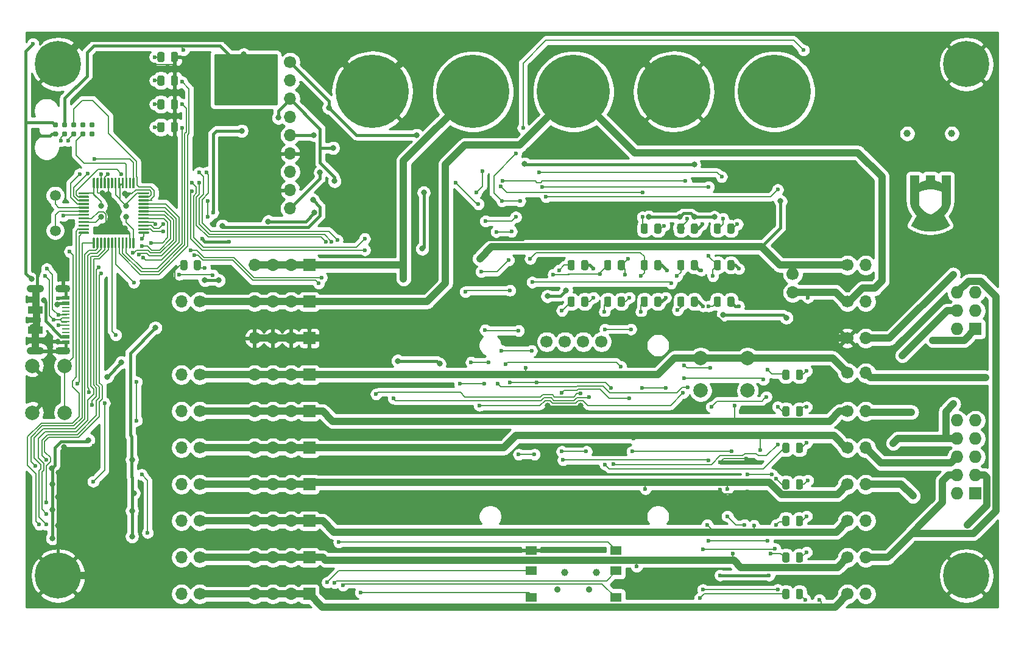
<source format=gbr>
G04 #@! TF.GenerationSoftware,KiCad,Pcbnew,5.1.10*
G04 #@! TF.CreationDate,2021-11-28T00:22:19+01:00*
G04 #@! TF.ProjectId,board,626f6172-642e-46b6-9963-61645f706362,rev?*
G04 #@! TF.SameCoordinates,Original*
G04 #@! TF.FileFunction,Copper,L1,Top*
G04 #@! TF.FilePolarity,Positive*
%FSLAX46Y46*%
G04 Gerber Fmt 4.6, Leading zero omitted, Abs format (unit mm)*
G04 Created by KiCad (PCBNEW 5.1.10) date 2021-11-28 00:22:19*
%MOMM*%
%LPD*%
G01*
G04 APERTURE LIST*
G04 #@! TA.AperFunction,EtchedComponent*
%ADD10C,0.010000*%
G04 #@! TD*
G04 #@! TA.AperFunction,ComponentPad*
%ADD11R,1.727200X1.727200*%
G04 #@! TD*
G04 #@! TA.AperFunction,ComponentPad*
%ADD12O,1.727200X1.727200*%
G04 #@! TD*
G04 #@! TA.AperFunction,ComponentPad*
%ADD13C,0.900000*%
G04 #@! TD*
G04 #@! TA.AperFunction,SMDPad,CuDef*
%ADD14R,1.600000X1.300000*%
G04 #@! TD*
G04 #@! TA.AperFunction,SMDPad,CuDef*
%ADD15C,1.000000*%
G04 #@! TD*
G04 #@! TA.AperFunction,ComponentPad*
%ADD16C,1.700000*%
G04 #@! TD*
G04 #@! TA.AperFunction,ComponentPad*
%ADD17O,1.700000X1.700000*%
G04 #@! TD*
G04 #@! TA.AperFunction,ComponentPad*
%ADD18C,10.160000*%
G04 #@! TD*
G04 #@! TA.AperFunction,ComponentPad*
%ADD19R,1.700000X1.700000*%
G04 #@! TD*
G04 #@! TA.AperFunction,ComponentPad*
%ADD20C,2.000000*%
G04 #@! TD*
G04 #@! TA.AperFunction,ConnectorPad*
%ADD21C,0.787400*%
G04 #@! TD*
G04 #@! TA.AperFunction,ComponentPad*
%ADD22C,6.400000*%
G04 #@! TD*
G04 #@! TA.AperFunction,ComponentPad*
%ADD23C,0.800000*%
G04 #@! TD*
G04 #@! TA.AperFunction,SMDPad,CuDef*
%ADD24R,2.000000X1.000000*%
G04 #@! TD*
G04 #@! TA.AperFunction,SMDPad,CuDef*
%ADD25R,1.000000X0.520000*%
G04 #@! TD*
G04 #@! TA.AperFunction,ComponentPad*
%ADD26O,2.100000X1.100000*%
G04 #@! TD*
G04 #@! TA.AperFunction,ComponentPad*
%ADD27O,2.400000X1.100000*%
G04 #@! TD*
G04 #@! TA.AperFunction,ComponentPad*
%ADD28O,0.600000X0.600000*%
G04 #@! TD*
G04 #@! TA.AperFunction,ComponentPad*
%ADD29O,0.600000X0.850000*%
G04 #@! TD*
G04 #@! TA.AperFunction,SMDPad,CuDef*
%ADD30R,1.000000X0.270000*%
G04 #@! TD*
G04 #@! TA.AperFunction,ComponentPad*
%ADD31C,1.500000*%
G04 #@! TD*
G04 #@! TA.AperFunction,ViaPad*
%ADD32C,0.800000*%
G04 #@! TD*
G04 #@! TA.AperFunction,ViaPad*
%ADD33C,0.600000*%
G04 #@! TD*
G04 #@! TA.AperFunction,Conductor*
%ADD34C,0.200000*%
G04 #@! TD*
G04 #@! TA.AperFunction,Conductor*
%ADD35C,1.000000*%
G04 #@! TD*
G04 #@! TA.AperFunction,Conductor*
%ADD36C,0.400000*%
G04 #@! TD*
G04 #@! TA.AperFunction,Conductor*
%ADD37C,0.254000*%
G04 #@! TD*
G04 #@! TA.AperFunction,Conductor*
%ADD38C,0.100000*%
G04 #@! TD*
G04 APERTURE END LIST*
D10*
G36*
X149605727Y-69355934D02*
G01*
X149605732Y-69403735D01*
X149605746Y-69450499D01*
X149605770Y-69496076D01*
X149605802Y-69540309D01*
X149605844Y-69583046D01*
X149605893Y-69624133D01*
X149605950Y-69663416D01*
X149606014Y-69700744D01*
X149606085Y-69735961D01*
X149606162Y-69768915D01*
X149606246Y-69799451D01*
X149606335Y-69827417D01*
X149606430Y-69852659D01*
X149606529Y-69875023D01*
X149606633Y-69894356D01*
X149606742Y-69910505D01*
X149606854Y-69923316D01*
X149606969Y-69932635D01*
X149607088Y-69938310D01*
X149607208Y-69940187D01*
X149609191Y-69938955D01*
X149614015Y-69935832D01*
X149621235Y-69931110D01*
X149630401Y-69925086D01*
X149641064Y-69918052D01*
X149652152Y-69910715D01*
X149698488Y-69880581D01*
X149743666Y-69852400D01*
X149788596Y-69825648D01*
X149834191Y-69799802D01*
X149881362Y-69774340D01*
X149931020Y-69748737D01*
X149956388Y-69736055D01*
X150050478Y-69691555D01*
X150145506Y-69650809D01*
X150241694Y-69613738D01*
X150339260Y-69580263D01*
X150438427Y-69550306D01*
X150539416Y-69523789D01*
X150578194Y-69514625D01*
X150593505Y-69511115D01*
X150593505Y-68771005D01*
X151806495Y-68771005D01*
X151806495Y-69511209D01*
X151817855Y-69513646D01*
X151829142Y-69516191D01*
X151843546Y-69519632D01*
X151860379Y-69523789D01*
X151878953Y-69528486D01*
X151898583Y-69533546D01*
X151918582Y-69538790D01*
X151938262Y-69544040D01*
X151956937Y-69549118D01*
X151973921Y-69553848D01*
X151981666Y-69556055D01*
X152074968Y-69584810D01*
X152168077Y-69617277D01*
X152260604Y-69653273D01*
X152352157Y-69692620D01*
X152442350Y-69735135D01*
X152530792Y-69780636D01*
X152617093Y-69828941D01*
X152700863Y-69879870D01*
X152760707Y-69918946D01*
X152770435Y-69925477D01*
X152779048Y-69931226D01*
X152786005Y-69935835D01*
X152790767Y-69938948D01*
X152792792Y-69940204D01*
X152792913Y-69938308D01*
X152793031Y-69932615D01*
X152793147Y-69923278D01*
X152793259Y-69910450D01*
X152793367Y-69894284D01*
X152793472Y-69874935D01*
X152793571Y-69852556D01*
X152793666Y-69827300D01*
X152793755Y-69799321D01*
X152793838Y-69768772D01*
X152793916Y-69735806D01*
X152793987Y-69700578D01*
X152794050Y-69663241D01*
X152794107Y-69623947D01*
X152794157Y-69582851D01*
X152794198Y-69540107D01*
X152794230Y-69495866D01*
X152794254Y-69450284D01*
X152794268Y-69403513D01*
X152794273Y-69355934D01*
X152794273Y-68771005D01*
X154005234Y-68771005D01*
X154005755Y-70504060D01*
X154005778Y-70587165D01*
X154005799Y-70669455D01*
X154005816Y-70750836D01*
X154005829Y-70831214D01*
X154005839Y-70910494D01*
X154005846Y-70988583D01*
X154005851Y-71065385D01*
X154005852Y-71140807D01*
X154005850Y-71214754D01*
X154005844Y-71287131D01*
X154005837Y-71357846D01*
X154005825Y-71426802D01*
X154005812Y-71493906D01*
X154005795Y-71559064D01*
X154005776Y-71622181D01*
X154005754Y-71683163D01*
X154005729Y-71741915D01*
X154005701Y-71798344D01*
X154005671Y-71852355D01*
X154005639Y-71903853D01*
X154005603Y-71952745D01*
X154005566Y-71998936D01*
X154005527Y-72042331D01*
X154005484Y-72082838D01*
X154005439Y-72120359D01*
X154005392Y-72154803D01*
X154005343Y-72186074D01*
X154005291Y-72214078D01*
X154005238Y-72238721D01*
X154005182Y-72259908D01*
X154005124Y-72277545D01*
X154005064Y-72291538D01*
X154005002Y-72301793D01*
X154004939Y-72308215D01*
X154004922Y-72309225D01*
X154003905Y-72351302D01*
X154002449Y-72390605D01*
X154000481Y-72428296D01*
X153997925Y-72465534D01*
X153994706Y-72503480D01*
X153990749Y-72543295D01*
X153988382Y-72565059D01*
X153974922Y-72667957D01*
X153957594Y-72770280D01*
X153936451Y-72871892D01*
X153911547Y-72972660D01*
X153882936Y-73072447D01*
X153850672Y-73171119D01*
X153814810Y-73268541D01*
X153775404Y-73364578D01*
X153732506Y-73459094D01*
X153686171Y-73551956D01*
X153636454Y-73643027D01*
X153583408Y-73732173D01*
X153527087Y-73819260D01*
X153467546Y-73904151D01*
X153435650Y-73946960D01*
X153389434Y-74005973D01*
X153340766Y-74064766D01*
X153290188Y-74122750D01*
X153238245Y-74179334D01*
X153185478Y-74233931D01*
X153132431Y-74285950D01*
X153079647Y-74334804D01*
X153071345Y-74342214D01*
X153064776Y-74348164D01*
X153059474Y-74353191D01*
X153056042Y-74356707D01*
X153055047Y-74358065D01*
X153056023Y-74359894D01*
X153058898Y-74365003D01*
X153063593Y-74373257D01*
X153070026Y-74384515D01*
X153078118Y-74398641D01*
X153087791Y-74415493D01*
X153098962Y-74434936D01*
X153111554Y-74456831D01*
X153125484Y-74481038D01*
X153140675Y-74507421D01*
X153157045Y-74535841D01*
X153174516Y-74566158D01*
X153193006Y-74598236D01*
X153212437Y-74631935D01*
X153232728Y-74667118D01*
X153253799Y-74703645D01*
X153275571Y-74741380D01*
X153297963Y-74780183D01*
X153320896Y-74819915D01*
X153344289Y-74860440D01*
X153368063Y-74901618D01*
X153392138Y-74943311D01*
X153416435Y-74985381D01*
X153440872Y-75027689D01*
X153465370Y-75070097D01*
X153489850Y-75112468D01*
X153514231Y-75154662D01*
X153538433Y-75196541D01*
X153562377Y-75237967D01*
X153585983Y-75278801D01*
X153609170Y-75318906D01*
X153631860Y-75358143D01*
X153653970Y-75396373D01*
X153675423Y-75433458D01*
X153696139Y-75469261D01*
X153716037Y-75503642D01*
X153735036Y-75536463D01*
X153753058Y-75567587D01*
X153770023Y-75596874D01*
X153785850Y-75624186D01*
X153800460Y-75649386D01*
X153813773Y-75672334D01*
X153825708Y-75692892D01*
X153836187Y-75710923D01*
X153845129Y-75726287D01*
X153852453Y-75738847D01*
X153858081Y-75748465D01*
X153861932Y-75755000D01*
X153863927Y-75758316D01*
X153864191Y-75758715D01*
X153866302Y-75762272D01*
X153865867Y-75764240D01*
X153863733Y-75765717D01*
X153858736Y-75768967D01*
X153851367Y-75773678D01*
X153842119Y-75779535D01*
X153831483Y-75786226D01*
X153824525Y-75790581D01*
X153704242Y-75863433D01*
X153582318Y-75932695D01*
X153458789Y-75998350D01*
X153333694Y-76060386D01*
X153207067Y-76118788D01*
X153078946Y-76173542D01*
X152949367Y-76224635D01*
X152818366Y-76272052D01*
X152685980Y-76315780D01*
X152552245Y-76355803D01*
X152417199Y-76392109D01*
X152280877Y-76424683D01*
X152143316Y-76453511D01*
X152056911Y-76469588D01*
X151982776Y-76482032D01*
X151905899Y-76493629D01*
X151827426Y-76504231D01*
X151748503Y-76513695D01*
X151670275Y-76521874D01*
X151593889Y-76528623D01*
X151589185Y-76528995D01*
X151573852Y-76530203D01*
X151559981Y-76531292D01*
X151547302Y-76532268D01*
X151535541Y-76533137D01*
X151524429Y-76533908D01*
X151513695Y-76534585D01*
X151503067Y-76535176D01*
X151492275Y-76535687D01*
X151481047Y-76536124D01*
X151469113Y-76536494D01*
X151456201Y-76536804D01*
X151442040Y-76537059D01*
X151426360Y-76537268D01*
X151408890Y-76537436D01*
X151389357Y-76537570D01*
X151367493Y-76537675D01*
X151343023Y-76537759D01*
X151315680Y-76537829D01*
X151285191Y-76537891D01*
X151251285Y-76537950D01*
X151214817Y-76538014D01*
X151173958Y-76538076D01*
X151136847Y-76538112D01*
X151103284Y-76538119D01*
X151073066Y-76538098D01*
X151045990Y-76538046D01*
X151021855Y-76537962D01*
X151000458Y-76537845D01*
X150981598Y-76537692D01*
X150965072Y-76537503D01*
X150950678Y-76537276D01*
X150938215Y-76537009D01*
X150927480Y-76536701D01*
X150918271Y-76536351D01*
X150910385Y-76535957D01*
X150907618Y-76535791D01*
X150778741Y-76526153D01*
X150652211Y-76513659D01*
X150527572Y-76498240D01*
X150404368Y-76479825D01*
X150282145Y-76458347D01*
X150160448Y-76433734D01*
X150038822Y-76405917D01*
X150009349Y-76398697D01*
X149873726Y-76363029D01*
X149739581Y-76323697D01*
X149606912Y-76280699D01*
X149475717Y-76234037D01*
X149345995Y-76183709D01*
X149217746Y-76129713D01*
X149090966Y-76072052D01*
X148965657Y-76010722D01*
X148841814Y-75945724D01*
X148719438Y-75877057D01*
X148598526Y-75804720D01*
X148578888Y-75792539D01*
X148565297Y-75784050D01*
X148554719Y-75777377D01*
X148546810Y-75772258D01*
X148541222Y-75768427D01*
X148537611Y-75765624D01*
X148535631Y-75763582D01*
X148534935Y-75762041D01*
X148535178Y-75760737D01*
X148535787Y-75759729D01*
X148537047Y-75757628D01*
X148540196Y-75752254D01*
X148545151Y-75743748D01*
X148551833Y-75732247D01*
X148560162Y-75717890D01*
X148570059Y-75700816D01*
X148581442Y-75681161D01*
X148594233Y-75659066D01*
X148608352Y-75634668D01*
X148623719Y-75608106D01*
X148640253Y-75579518D01*
X148657875Y-75549043D01*
X148676505Y-75516818D01*
X148696063Y-75482983D01*
X148716469Y-75447676D01*
X148737644Y-75411034D01*
X148759506Y-75373197D01*
X148781977Y-75334304D01*
X148804977Y-75294491D01*
X148828425Y-75253898D01*
X148852241Y-75212664D01*
X148876346Y-75170925D01*
X148900661Y-75128821D01*
X148925104Y-75086491D01*
X148949597Y-75044072D01*
X148974058Y-75001703D01*
X148998409Y-74959523D01*
X149022569Y-74917670D01*
X149046459Y-74876281D01*
X149069998Y-74835497D01*
X149093107Y-74795455D01*
X149115705Y-74756292D01*
X149137713Y-74718149D01*
X149159051Y-74681162D01*
X149179640Y-74645471D01*
X149199398Y-74611215D01*
X149218247Y-74578529D01*
X149236105Y-74547556D01*
X149252894Y-74518431D01*
X149268534Y-74491294D01*
X149282944Y-74466282D01*
X149296045Y-74443535D01*
X149307756Y-74423191D01*
X149317999Y-74405388D01*
X149326692Y-74390264D01*
X149333757Y-74377958D01*
X149339112Y-74368609D01*
X149342679Y-74362353D01*
X149344377Y-74359331D01*
X149344516Y-74359061D01*
X149343260Y-74357173D01*
X149339439Y-74353050D01*
X149333447Y-74347077D01*
X149325676Y-74339637D01*
X149316518Y-74331116D01*
X149308990Y-74324260D01*
X149278730Y-74296315D01*
X149246880Y-74265731D01*
X149214057Y-74233145D01*
X149180881Y-74199193D01*
X149147968Y-74164514D01*
X149115936Y-74129743D01*
X149085404Y-74095520D01*
X149069809Y-74077551D01*
X149003277Y-73997063D01*
X148939923Y-73914276D01*
X148879795Y-73829298D01*
X148822938Y-73742238D01*
X148769398Y-73653206D01*
X148719222Y-73562309D01*
X148672457Y-73469656D01*
X148629148Y-73375355D01*
X148589340Y-73279516D01*
X148553082Y-73182248D01*
X148520417Y-73083658D01*
X148491394Y-72983855D01*
X148466058Y-72882947D01*
X148444456Y-72781045D01*
X148426631Y-72678255D01*
X148412634Y-72574688D01*
X148406602Y-72517645D01*
X148402865Y-72475079D01*
X148399904Y-72433552D01*
X148397647Y-72391769D01*
X148396021Y-72348439D01*
X148395099Y-72310212D01*
X148395033Y-72304731D01*
X148394970Y-72295393D01*
X148394908Y-72282294D01*
X148394849Y-72265526D01*
X148394792Y-72245184D01*
X148394737Y-72221363D01*
X148394683Y-72194157D01*
X148394633Y-72163662D01*
X148394585Y-72129970D01*
X148394539Y-72093176D01*
X148394495Y-72053375D01*
X148394453Y-72010662D01*
X148394415Y-71965130D01*
X148394378Y-71916874D01*
X148394344Y-71865988D01*
X148394313Y-71812567D01*
X148394284Y-71756706D01*
X148394258Y-71698497D01*
X148394234Y-71638037D01*
X148394214Y-71575418D01*
X148394196Y-71510737D01*
X148394181Y-71444086D01*
X148394169Y-71375561D01*
X148394159Y-71305256D01*
X148394154Y-71233265D01*
X148394150Y-71159683D01*
X148394150Y-71100199D01*
X149552324Y-71100199D01*
X149552938Y-71883006D01*
X149552992Y-71949450D01*
X149553043Y-72012061D01*
X149553095Y-72070955D01*
X149553146Y-72126252D01*
X149553198Y-72178066D01*
X149553251Y-72226518D01*
X149553307Y-72271724D01*
X149553364Y-72313801D01*
X149553424Y-72352868D01*
X149553488Y-72389040D01*
X149553557Y-72422437D01*
X149553629Y-72453175D01*
X149553708Y-72481373D01*
X149553792Y-72507147D01*
X149553882Y-72530616D01*
X149553980Y-72551896D01*
X149554085Y-72571106D01*
X149554199Y-72588362D01*
X149554321Y-72603783D01*
X149554453Y-72617485D01*
X149554595Y-72629586D01*
X149554747Y-72640205D01*
X149554910Y-72649458D01*
X149555085Y-72657462D01*
X149555273Y-72664336D01*
X149555473Y-72670197D01*
X149555687Y-72675162D01*
X149555916Y-72679350D01*
X149556158Y-72682876D01*
X149556416Y-72685860D01*
X149556690Y-72688418D01*
X149556952Y-72690465D01*
X149565891Y-72745559D01*
X149577352Y-72798935D01*
X149591499Y-72851048D01*
X149608497Y-72902354D01*
X149628511Y-72953309D01*
X149651704Y-73004368D01*
X149678243Y-73055989D01*
X149707566Y-73107411D01*
X149743609Y-73164671D01*
X149783531Y-73222144D01*
X149827266Y-73279777D01*
X149874749Y-73337514D01*
X149925918Y-73395303D01*
X149980707Y-73453090D01*
X150039051Y-73510821D01*
X150100887Y-73568443D01*
X150166150Y-73625900D01*
X150234776Y-73683140D01*
X150306700Y-73740109D01*
X150381858Y-73796752D01*
X150460185Y-73853016D01*
X150541618Y-73908849D01*
X150626092Y-73964194D01*
X150713541Y-74018999D01*
X150803904Y-74073210D01*
X150897113Y-74126773D01*
X150985652Y-74175609D01*
X150996719Y-74181525D01*
X151009796Y-74188401D01*
X151024520Y-74196052D01*
X151040524Y-74204295D01*
X151057444Y-74212949D01*
X151074912Y-74221829D01*
X151092566Y-74230752D01*
X151110038Y-74239535D01*
X151126964Y-74247996D01*
X151142977Y-74255951D01*
X151157714Y-74263215D01*
X151170807Y-74269608D01*
X151181891Y-74274945D01*
X151190602Y-74279044D01*
X151196573Y-74281720D01*
X151199441Y-74282793D01*
X151199555Y-74282805D01*
X151202218Y-74281974D01*
X151207867Y-74279647D01*
X151215944Y-74276074D01*
X151225891Y-74271504D01*
X151237149Y-74266187D01*
X151242391Y-74263667D01*
X151273648Y-74248323D01*
X151307534Y-74231259D01*
X151343331Y-74212857D01*
X151380320Y-74193496D01*
X151417785Y-74173556D01*
X151455006Y-74153419D01*
X151491267Y-74133465D01*
X151525849Y-74114075D01*
X151541879Y-74104943D01*
X151633791Y-74051126D01*
X151723032Y-73996540D01*
X151809496Y-73941266D01*
X151893078Y-73885384D01*
X151973673Y-73828976D01*
X152051176Y-73772124D01*
X152125483Y-73714907D01*
X152196488Y-73657408D01*
X152264085Y-73599707D01*
X152328170Y-73541887D01*
X152388639Y-73484027D01*
X152445384Y-73426209D01*
X152498303Y-73368514D01*
X152504497Y-73361482D01*
X152554147Y-73302776D01*
X152599873Y-73244372D01*
X152641691Y-73186243D01*
X152679615Y-73128363D01*
X152713658Y-73070705D01*
X152743836Y-73013240D01*
X152770162Y-72955944D01*
X152792651Y-72898788D01*
X152811317Y-72841745D01*
X152826174Y-72784790D01*
X152835738Y-72736897D01*
X152836728Y-72731206D01*
X152837661Y-72725919D01*
X152838540Y-72720913D01*
X152839365Y-72716066D01*
X152840139Y-72711257D01*
X152840862Y-72706363D01*
X152841538Y-72701264D01*
X152842167Y-72695835D01*
X152842751Y-72689957D01*
X152843291Y-72683507D01*
X152843790Y-72676362D01*
X152844250Y-72668402D01*
X152844670Y-72659504D01*
X152845055Y-72649546D01*
X152845403Y-72638407D01*
X152845720Y-72625964D01*
X152846004Y-72612096D01*
X152846258Y-72596680D01*
X152846483Y-72579596D01*
X152846683Y-72560720D01*
X152846857Y-72539931D01*
X152847008Y-72517107D01*
X152847137Y-72492127D01*
X152847246Y-72464867D01*
X152847337Y-72435207D01*
X152847411Y-72403025D01*
X152847470Y-72368198D01*
X152847516Y-72330604D01*
X152847551Y-72290122D01*
X152847575Y-72246630D01*
X152847591Y-72200006D01*
X152847600Y-72150128D01*
X152847603Y-72096874D01*
X152847604Y-72040122D01*
X152847603Y-71979751D01*
X152847602Y-71915638D01*
X152847602Y-71867205D01*
X152847613Y-71100208D01*
X152830327Y-71089025D01*
X152809372Y-71075974D01*
X152784952Y-71061683D01*
X152757306Y-71046281D01*
X152726673Y-71029903D01*
X152693292Y-71012680D01*
X152686605Y-71009297D01*
X152604649Y-70969879D01*
X152519646Y-70932754D01*
X152431811Y-70897988D01*
X152341360Y-70865640D01*
X152248508Y-70835776D01*
X152153470Y-70808457D01*
X152056459Y-70783746D01*
X151957692Y-70761706D01*
X151857382Y-70742401D01*
X151755745Y-70725891D01*
X151684011Y-70716044D01*
X151568886Y-70703221D01*
X151453227Y-70693896D01*
X151337267Y-70688057D01*
X151221238Y-70685688D01*
X151105371Y-70686776D01*
X150989899Y-70691306D01*
X150875053Y-70699265D01*
X150761065Y-70710639D01*
X150648167Y-70725414D01*
X150536590Y-70743575D01*
X150426567Y-70765109D01*
X150318330Y-70790001D01*
X150274452Y-70801194D01*
X150207921Y-70819462D01*
X150141733Y-70839208D01*
X150076214Y-70860302D01*
X150011688Y-70882608D01*
X149948480Y-70905996D01*
X149886914Y-70930329D01*
X149827317Y-70955476D01*
X149770012Y-70981304D01*
X149715325Y-71007680D01*
X149663579Y-71034469D01*
X149615101Y-71061540D01*
X149570214Y-71088760D01*
X149565690Y-71091642D01*
X149552324Y-71100199D01*
X148394150Y-71100199D01*
X148394150Y-71084604D01*
X148394153Y-71008122D01*
X148394159Y-70930332D01*
X148394168Y-70851328D01*
X148394181Y-70771204D01*
X148394197Y-70690056D01*
X148394216Y-70607977D01*
X148394238Y-70525062D01*
X148394245Y-70504060D01*
X148394766Y-68771005D01*
X149605727Y-68771005D01*
X149605727Y-69355934D01*
G37*
X149605727Y-69355934D02*
X149605732Y-69403735D01*
X149605746Y-69450499D01*
X149605770Y-69496076D01*
X149605802Y-69540309D01*
X149605844Y-69583046D01*
X149605893Y-69624133D01*
X149605950Y-69663416D01*
X149606014Y-69700744D01*
X149606085Y-69735961D01*
X149606162Y-69768915D01*
X149606246Y-69799451D01*
X149606335Y-69827417D01*
X149606430Y-69852659D01*
X149606529Y-69875023D01*
X149606633Y-69894356D01*
X149606742Y-69910505D01*
X149606854Y-69923316D01*
X149606969Y-69932635D01*
X149607088Y-69938310D01*
X149607208Y-69940187D01*
X149609191Y-69938955D01*
X149614015Y-69935832D01*
X149621235Y-69931110D01*
X149630401Y-69925086D01*
X149641064Y-69918052D01*
X149652152Y-69910715D01*
X149698488Y-69880581D01*
X149743666Y-69852400D01*
X149788596Y-69825648D01*
X149834191Y-69799802D01*
X149881362Y-69774340D01*
X149931020Y-69748737D01*
X149956388Y-69736055D01*
X150050478Y-69691555D01*
X150145506Y-69650809D01*
X150241694Y-69613738D01*
X150339260Y-69580263D01*
X150438427Y-69550306D01*
X150539416Y-69523789D01*
X150578194Y-69514625D01*
X150593505Y-69511115D01*
X150593505Y-68771005D01*
X151806495Y-68771005D01*
X151806495Y-69511209D01*
X151817855Y-69513646D01*
X151829142Y-69516191D01*
X151843546Y-69519632D01*
X151860379Y-69523789D01*
X151878953Y-69528486D01*
X151898583Y-69533546D01*
X151918582Y-69538790D01*
X151938262Y-69544040D01*
X151956937Y-69549118D01*
X151973921Y-69553848D01*
X151981666Y-69556055D01*
X152074968Y-69584810D01*
X152168077Y-69617277D01*
X152260604Y-69653273D01*
X152352157Y-69692620D01*
X152442350Y-69735135D01*
X152530792Y-69780636D01*
X152617093Y-69828941D01*
X152700863Y-69879870D01*
X152760707Y-69918946D01*
X152770435Y-69925477D01*
X152779048Y-69931226D01*
X152786005Y-69935835D01*
X152790767Y-69938948D01*
X152792792Y-69940204D01*
X152792913Y-69938308D01*
X152793031Y-69932615D01*
X152793147Y-69923278D01*
X152793259Y-69910450D01*
X152793367Y-69894284D01*
X152793472Y-69874935D01*
X152793571Y-69852556D01*
X152793666Y-69827300D01*
X152793755Y-69799321D01*
X152793838Y-69768772D01*
X152793916Y-69735806D01*
X152793987Y-69700578D01*
X152794050Y-69663241D01*
X152794107Y-69623947D01*
X152794157Y-69582851D01*
X152794198Y-69540107D01*
X152794230Y-69495866D01*
X152794254Y-69450284D01*
X152794268Y-69403513D01*
X152794273Y-69355934D01*
X152794273Y-68771005D01*
X154005234Y-68771005D01*
X154005755Y-70504060D01*
X154005778Y-70587165D01*
X154005799Y-70669455D01*
X154005816Y-70750836D01*
X154005829Y-70831214D01*
X154005839Y-70910494D01*
X154005846Y-70988583D01*
X154005851Y-71065385D01*
X154005852Y-71140807D01*
X154005850Y-71214754D01*
X154005844Y-71287131D01*
X154005837Y-71357846D01*
X154005825Y-71426802D01*
X154005812Y-71493906D01*
X154005795Y-71559064D01*
X154005776Y-71622181D01*
X154005754Y-71683163D01*
X154005729Y-71741915D01*
X154005701Y-71798344D01*
X154005671Y-71852355D01*
X154005639Y-71903853D01*
X154005603Y-71952745D01*
X154005566Y-71998936D01*
X154005527Y-72042331D01*
X154005484Y-72082838D01*
X154005439Y-72120359D01*
X154005392Y-72154803D01*
X154005343Y-72186074D01*
X154005291Y-72214078D01*
X154005238Y-72238721D01*
X154005182Y-72259908D01*
X154005124Y-72277545D01*
X154005064Y-72291538D01*
X154005002Y-72301793D01*
X154004939Y-72308215D01*
X154004922Y-72309225D01*
X154003905Y-72351302D01*
X154002449Y-72390605D01*
X154000481Y-72428296D01*
X153997925Y-72465534D01*
X153994706Y-72503480D01*
X153990749Y-72543295D01*
X153988382Y-72565059D01*
X153974922Y-72667957D01*
X153957594Y-72770280D01*
X153936451Y-72871892D01*
X153911547Y-72972660D01*
X153882936Y-73072447D01*
X153850672Y-73171119D01*
X153814810Y-73268541D01*
X153775404Y-73364578D01*
X153732506Y-73459094D01*
X153686171Y-73551956D01*
X153636454Y-73643027D01*
X153583408Y-73732173D01*
X153527087Y-73819260D01*
X153467546Y-73904151D01*
X153435650Y-73946960D01*
X153389434Y-74005973D01*
X153340766Y-74064766D01*
X153290188Y-74122750D01*
X153238245Y-74179334D01*
X153185478Y-74233931D01*
X153132431Y-74285950D01*
X153079647Y-74334804D01*
X153071345Y-74342214D01*
X153064776Y-74348164D01*
X153059474Y-74353191D01*
X153056042Y-74356707D01*
X153055047Y-74358065D01*
X153056023Y-74359894D01*
X153058898Y-74365003D01*
X153063593Y-74373257D01*
X153070026Y-74384515D01*
X153078118Y-74398641D01*
X153087791Y-74415493D01*
X153098962Y-74434936D01*
X153111554Y-74456831D01*
X153125484Y-74481038D01*
X153140675Y-74507421D01*
X153157045Y-74535841D01*
X153174516Y-74566158D01*
X153193006Y-74598236D01*
X153212437Y-74631935D01*
X153232728Y-74667118D01*
X153253799Y-74703645D01*
X153275571Y-74741380D01*
X153297963Y-74780183D01*
X153320896Y-74819915D01*
X153344289Y-74860440D01*
X153368063Y-74901618D01*
X153392138Y-74943311D01*
X153416435Y-74985381D01*
X153440872Y-75027689D01*
X153465370Y-75070097D01*
X153489850Y-75112468D01*
X153514231Y-75154662D01*
X153538433Y-75196541D01*
X153562377Y-75237967D01*
X153585983Y-75278801D01*
X153609170Y-75318906D01*
X153631860Y-75358143D01*
X153653970Y-75396373D01*
X153675423Y-75433458D01*
X153696139Y-75469261D01*
X153716037Y-75503642D01*
X153735036Y-75536463D01*
X153753058Y-75567587D01*
X153770023Y-75596874D01*
X153785850Y-75624186D01*
X153800460Y-75649386D01*
X153813773Y-75672334D01*
X153825708Y-75692892D01*
X153836187Y-75710923D01*
X153845129Y-75726287D01*
X153852453Y-75738847D01*
X153858081Y-75748465D01*
X153861932Y-75755000D01*
X153863927Y-75758316D01*
X153864191Y-75758715D01*
X153866302Y-75762272D01*
X153865867Y-75764240D01*
X153863733Y-75765717D01*
X153858736Y-75768967D01*
X153851367Y-75773678D01*
X153842119Y-75779535D01*
X153831483Y-75786226D01*
X153824525Y-75790581D01*
X153704242Y-75863433D01*
X153582318Y-75932695D01*
X153458789Y-75998350D01*
X153333694Y-76060386D01*
X153207067Y-76118788D01*
X153078946Y-76173542D01*
X152949367Y-76224635D01*
X152818366Y-76272052D01*
X152685980Y-76315780D01*
X152552245Y-76355803D01*
X152417199Y-76392109D01*
X152280877Y-76424683D01*
X152143316Y-76453511D01*
X152056911Y-76469588D01*
X151982776Y-76482032D01*
X151905899Y-76493629D01*
X151827426Y-76504231D01*
X151748503Y-76513695D01*
X151670275Y-76521874D01*
X151593889Y-76528623D01*
X151589185Y-76528995D01*
X151573852Y-76530203D01*
X151559981Y-76531292D01*
X151547302Y-76532268D01*
X151535541Y-76533137D01*
X151524429Y-76533908D01*
X151513695Y-76534585D01*
X151503067Y-76535176D01*
X151492275Y-76535687D01*
X151481047Y-76536124D01*
X151469113Y-76536494D01*
X151456201Y-76536804D01*
X151442040Y-76537059D01*
X151426360Y-76537268D01*
X151408890Y-76537436D01*
X151389357Y-76537570D01*
X151367493Y-76537675D01*
X151343023Y-76537759D01*
X151315680Y-76537829D01*
X151285191Y-76537891D01*
X151251285Y-76537950D01*
X151214817Y-76538014D01*
X151173958Y-76538076D01*
X151136847Y-76538112D01*
X151103284Y-76538119D01*
X151073066Y-76538098D01*
X151045990Y-76538046D01*
X151021855Y-76537962D01*
X151000458Y-76537845D01*
X150981598Y-76537692D01*
X150965072Y-76537503D01*
X150950678Y-76537276D01*
X150938215Y-76537009D01*
X150927480Y-76536701D01*
X150918271Y-76536351D01*
X150910385Y-76535957D01*
X150907618Y-76535791D01*
X150778741Y-76526153D01*
X150652211Y-76513659D01*
X150527572Y-76498240D01*
X150404368Y-76479825D01*
X150282145Y-76458347D01*
X150160448Y-76433734D01*
X150038822Y-76405917D01*
X150009349Y-76398697D01*
X149873726Y-76363029D01*
X149739581Y-76323697D01*
X149606912Y-76280699D01*
X149475717Y-76234037D01*
X149345995Y-76183709D01*
X149217746Y-76129713D01*
X149090966Y-76072052D01*
X148965657Y-76010722D01*
X148841814Y-75945724D01*
X148719438Y-75877057D01*
X148598526Y-75804720D01*
X148578888Y-75792539D01*
X148565297Y-75784050D01*
X148554719Y-75777377D01*
X148546810Y-75772258D01*
X148541222Y-75768427D01*
X148537611Y-75765624D01*
X148535631Y-75763582D01*
X148534935Y-75762041D01*
X148535178Y-75760737D01*
X148535787Y-75759729D01*
X148537047Y-75757628D01*
X148540196Y-75752254D01*
X148545151Y-75743748D01*
X148551833Y-75732247D01*
X148560162Y-75717890D01*
X148570059Y-75700816D01*
X148581442Y-75681161D01*
X148594233Y-75659066D01*
X148608352Y-75634668D01*
X148623719Y-75608106D01*
X148640253Y-75579518D01*
X148657875Y-75549043D01*
X148676505Y-75516818D01*
X148696063Y-75482983D01*
X148716469Y-75447676D01*
X148737644Y-75411034D01*
X148759506Y-75373197D01*
X148781977Y-75334304D01*
X148804977Y-75294491D01*
X148828425Y-75253898D01*
X148852241Y-75212664D01*
X148876346Y-75170925D01*
X148900661Y-75128821D01*
X148925104Y-75086491D01*
X148949597Y-75044072D01*
X148974058Y-75001703D01*
X148998409Y-74959523D01*
X149022569Y-74917670D01*
X149046459Y-74876281D01*
X149069998Y-74835497D01*
X149093107Y-74795455D01*
X149115705Y-74756292D01*
X149137713Y-74718149D01*
X149159051Y-74681162D01*
X149179640Y-74645471D01*
X149199398Y-74611215D01*
X149218247Y-74578529D01*
X149236105Y-74547556D01*
X149252894Y-74518431D01*
X149268534Y-74491294D01*
X149282944Y-74466282D01*
X149296045Y-74443535D01*
X149307756Y-74423191D01*
X149317999Y-74405388D01*
X149326692Y-74390264D01*
X149333757Y-74377958D01*
X149339112Y-74368609D01*
X149342679Y-74362353D01*
X149344377Y-74359331D01*
X149344516Y-74359061D01*
X149343260Y-74357173D01*
X149339439Y-74353050D01*
X149333447Y-74347077D01*
X149325676Y-74339637D01*
X149316518Y-74331116D01*
X149308990Y-74324260D01*
X149278730Y-74296315D01*
X149246880Y-74265731D01*
X149214057Y-74233145D01*
X149180881Y-74199193D01*
X149147968Y-74164514D01*
X149115936Y-74129743D01*
X149085404Y-74095520D01*
X149069809Y-74077551D01*
X149003277Y-73997063D01*
X148939923Y-73914276D01*
X148879795Y-73829298D01*
X148822938Y-73742238D01*
X148769398Y-73653206D01*
X148719222Y-73562309D01*
X148672457Y-73469656D01*
X148629148Y-73375355D01*
X148589340Y-73279516D01*
X148553082Y-73182248D01*
X148520417Y-73083658D01*
X148491394Y-72983855D01*
X148466058Y-72882947D01*
X148444456Y-72781045D01*
X148426631Y-72678255D01*
X148412634Y-72574688D01*
X148406602Y-72517645D01*
X148402865Y-72475079D01*
X148399904Y-72433552D01*
X148397647Y-72391769D01*
X148396021Y-72348439D01*
X148395099Y-72310212D01*
X148395033Y-72304731D01*
X148394970Y-72295393D01*
X148394908Y-72282294D01*
X148394849Y-72265526D01*
X148394792Y-72245184D01*
X148394737Y-72221363D01*
X148394683Y-72194157D01*
X148394633Y-72163662D01*
X148394585Y-72129970D01*
X148394539Y-72093176D01*
X148394495Y-72053375D01*
X148394453Y-72010662D01*
X148394415Y-71965130D01*
X148394378Y-71916874D01*
X148394344Y-71865988D01*
X148394313Y-71812567D01*
X148394284Y-71756706D01*
X148394258Y-71698497D01*
X148394234Y-71638037D01*
X148394214Y-71575418D01*
X148394196Y-71510737D01*
X148394181Y-71444086D01*
X148394169Y-71375561D01*
X148394159Y-71305256D01*
X148394154Y-71233265D01*
X148394150Y-71159683D01*
X148394150Y-71100199D01*
X149552324Y-71100199D01*
X149552938Y-71883006D01*
X149552992Y-71949450D01*
X149553043Y-72012061D01*
X149553095Y-72070955D01*
X149553146Y-72126252D01*
X149553198Y-72178066D01*
X149553251Y-72226518D01*
X149553307Y-72271724D01*
X149553364Y-72313801D01*
X149553424Y-72352868D01*
X149553488Y-72389040D01*
X149553557Y-72422437D01*
X149553629Y-72453175D01*
X149553708Y-72481373D01*
X149553792Y-72507147D01*
X149553882Y-72530616D01*
X149553980Y-72551896D01*
X149554085Y-72571106D01*
X149554199Y-72588362D01*
X149554321Y-72603783D01*
X149554453Y-72617485D01*
X149554595Y-72629586D01*
X149554747Y-72640205D01*
X149554910Y-72649458D01*
X149555085Y-72657462D01*
X149555273Y-72664336D01*
X149555473Y-72670197D01*
X149555687Y-72675162D01*
X149555916Y-72679350D01*
X149556158Y-72682876D01*
X149556416Y-72685860D01*
X149556690Y-72688418D01*
X149556952Y-72690465D01*
X149565891Y-72745559D01*
X149577352Y-72798935D01*
X149591499Y-72851048D01*
X149608497Y-72902354D01*
X149628511Y-72953309D01*
X149651704Y-73004368D01*
X149678243Y-73055989D01*
X149707566Y-73107411D01*
X149743609Y-73164671D01*
X149783531Y-73222144D01*
X149827266Y-73279777D01*
X149874749Y-73337514D01*
X149925918Y-73395303D01*
X149980707Y-73453090D01*
X150039051Y-73510821D01*
X150100887Y-73568443D01*
X150166150Y-73625900D01*
X150234776Y-73683140D01*
X150306700Y-73740109D01*
X150381858Y-73796752D01*
X150460185Y-73853016D01*
X150541618Y-73908849D01*
X150626092Y-73964194D01*
X150713541Y-74018999D01*
X150803904Y-74073210D01*
X150897113Y-74126773D01*
X150985652Y-74175609D01*
X150996719Y-74181525D01*
X151009796Y-74188401D01*
X151024520Y-74196052D01*
X151040524Y-74204295D01*
X151057444Y-74212949D01*
X151074912Y-74221829D01*
X151092566Y-74230752D01*
X151110038Y-74239535D01*
X151126964Y-74247996D01*
X151142977Y-74255951D01*
X151157714Y-74263215D01*
X151170807Y-74269608D01*
X151181891Y-74274945D01*
X151190602Y-74279044D01*
X151196573Y-74281720D01*
X151199441Y-74282793D01*
X151199555Y-74282805D01*
X151202218Y-74281974D01*
X151207867Y-74279647D01*
X151215944Y-74276074D01*
X151225891Y-74271504D01*
X151237149Y-74266187D01*
X151242391Y-74263667D01*
X151273648Y-74248323D01*
X151307534Y-74231259D01*
X151343331Y-74212857D01*
X151380320Y-74193496D01*
X151417785Y-74173556D01*
X151455006Y-74153419D01*
X151491267Y-74133465D01*
X151525849Y-74114075D01*
X151541879Y-74104943D01*
X151633791Y-74051126D01*
X151723032Y-73996540D01*
X151809496Y-73941266D01*
X151893078Y-73885384D01*
X151973673Y-73828976D01*
X152051176Y-73772124D01*
X152125483Y-73714907D01*
X152196488Y-73657408D01*
X152264085Y-73599707D01*
X152328170Y-73541887D01*
X152388639Y-73484027D01*
X152445384Y-73426209D01*
X152498303Y-73368514D01*
X152504497Y-73361482D01*
X152554147Y-73302776D01*
X152599873Y-73244372D01*
X152641691Y-73186243D01*
X152679615Y-73128363D01*
X152713658Y-73070705D01*
X152743836Y-73013240D01*
X152770162Y-72955944D01*
X152792651Y-72898788D01*
X152811317Y-72841745D01*
X152826174Y-72784790D01*
X152835738Y-72736897D01*
X152836728Y-72731206D01*
X152837661Y-72725919D01*
X152838540Y-72720913D01*
X152839365Y-72716066D01*
X152840139Y-72711257D01*
X152840862Y-72706363D01*
X152841538Y-72701264D01*
X152842167Y-72695835D01*
X152842751Y-72689957D01*
X152843291Y-72683507D01*
X152843790Y-72676362D01*
X152844250Y-72668402D01*
X152844670Y-72659504D01*
X152845055Y-72649546D01*
X152845403Y-72638407D01*
X152845720Y-72625964D01*
X152846004Y-72612096D01*
X152846258Y-72596680D01*
X152846483Y-72579596D01*
X152846683Y-72560720D01*
X152846857Y-72539931D01*
X152847008Y-72517107D01*
X152847137Y-72492127D01*
X152847246Y-72464867D01*
X152847337Y-72435207D01*
X152847411Y-72403025D01*
X152847470Y-72368198D01*
X152847516Y-72330604D01*
X152847551Y-72290122D01*
X152847575Y-72246630D01*
X152847591Y-72200006D01*
X152847600Y-72150128D01*
X152847603Y-72096874D01*
X152847604Y-72040122D01*
X152847603Y-71979751D01*
X152847602Y-71915638D01*
X152847602Y-71867205D01*
X152847613Y-71100208D01*
X152830327Y-71089025D01*
X152809372Y-71075974D01*
X152784952Y-71061683D01*
X152757306Y-71046281D01*
X152726673Y-71029903D01*
X152693292Y-71012680D01*
X152686605Y-71009297D01*
X152604649Y-70969879D01*
X152519646Y-70932754D01*
X152431811Y-70897988D01*
X152341360Y-70865640D01*
X152248508Y-70835776D01*
X152153470Y-70808457D01*
X152056459Y-70783746D01*
X151957692Y-70761706D01*
X151857382Y-70742401D01*
X151755745Y-70725891D01*
X151684011Y-70716044D01*
X151568886Y-70703221D01*
X151453227Y-70693896D01*
X151337267Y-70688057D01*
X151221238Y-70685688D01*
X151105371Y-70686776D01*
X150989899Y-70691306D01*
X150875053Y-70699265D01*
X150761065Y-70710639D01*
X150648167Y-70725414D01*
X150536590Y-70743575D01*
X150426567Y-70765109D01*
X150318330Y-70790001D01*
X150274452Y-70801194D01*
X150207921Y-70819462D01*
X150141733Y-70839208D01*
X150076214Y-70860302D01*
X150011688Y-70882608D01*
X149948480Y-70905996D01*
X149886914Y-70930329D01*
X149827317Y-70955476D01*
X149770012Y-70981304D01*
X149715325Y-71007680D01*
X149663579Y-71034469D01*
X149615101Y-71061540D01*
X149570214Y-71088760D01*
X149565690Y-71091642D01*
X149552324Y-71100199D01*
X148394150Y-71100199D01*
X148394150Y-71084604D01*
X148394153Y-71008122D01*
X148394159Y-70930332D01*
X148394168Y-70851328D01*
X148394181Y-70771204D01*
X148394197Y-70690056D01*
X148394216Y-70607977D01*
X148394238Y-70525062D01*
X148394245Y-70504060D01*
X148394766Y-68771005D01*
X149605727Y-68771005D01*
X149605727Y-69355934D01*
D11*
X157480000Y-113030000D03*
D12*
X154940000Y-113030000D03*
X157480000Y-110490000D03*
X154940000Y-110490000D03*
X157480000Y-107950000D03*
X154940000Y-107950000D03*
X157480000Y-105410000D03*
X154940000Y-105410000D03*
X157480000Y-102870000D03*
X154940000Y-102870000D03*
D11*
X157480000Y-90170000D03*
D12*
X154940000Y-90170000D03*
X157480000Y-87630000D03*
X154940000Y-87630000D03*
X157480000Y-85090000D03*
X154940000Y-85090000D03*
D13*
X99400000Y-126406000D03*
X103800000Y-126406000D03*
D14*
X107500000Y-127456000D03*
X107500000Y-123756000D03*
X107500000Y-120956000D03*
X95700000Y-127456000D03*
X95700000Y-123756000D03*
X95700000Y-120956000D03*
D15*
X100400000Y-124000000D03*
X104800000Y-124000000D03*
X154200000Y-63000000D03*
X148000000Y-63000000D03*
D16*
X100430000Y-91931998D03*
X97890000Y-91931998D03*
X102970000Y-91931998D03*
X105510000Y-91931998D03*
X62230000Y-53086000D03*
D17*
X62230000Y-55626000D03*
X62230000Y-58166000D03*
X62230000Y-60706000D03*
X62230000Y-63246000D03*
X62230000Y-65786000D03*
X62230000Y-68326000D03*
X62230000Y-70866000D03*
X62230000Y-73406000D03*
D18*
X73660000Y-57150000D03*
X129540000Y-57150000D03*
X87630000Y-57150000D03*
X101600000Y-57150000D03*
X115570000Y-57150000D03*
G04 #@! TA.AperFunction,SMDPad,CuDef*
G36*
G01*
X46637000Y-51893150D02*
X46637000Y-52805650D01*
G75*
G02*
X46393250Y-53049400I-243750J0D01*
G01*
X45905750Y-53049400D01*
G75*
G02*
X45662000Y-52805650I0J243750D01*
G01*
X45662000Y-51893150D01*
G75*
G02*
X45905750Y-51649400I243750J0D01*
G01*
X46393250Y-51649400D01*
G75*
G02*
X46637000Y-51893150I0J-243750D01*
G01*
G37*
G04 #@! TD.AperFunction*
G04 #@! TA.AperFunction,SMDPad,CuDef*
G36*
G01*
X44762000Y-51893150D02*
X44762000Y-52805650D01*
G75*
G02*
X44518250Y-53049400I-243750J0D01*
G01*
X44030750Y-53049400D01*
G75*
G02*
X43787000Y-52805650I0J243750D01*
G01*
X43787000Y-51893150D01*
G75*
G02*
X44030750Y-51649400I243750J0D01*
G01*
X44518250Y-51649400D01*
G75*
G02*
X44762000Y-51893150I0J-243750D01*
G01*
G37*
G04 #@! TD.AperFunction*
G04 #@! TA.AperFunction,SMDPad,CuDef*
G36*
G01*
X44762000Y-55169750D02*
X44762000Y-56082250D01*
G75*
G02*
X44518250Y-56326000I-243750J0D01*
G01*
X44030750Y-56326000D01*
G75*
G02*
X43787000Y-56082250I0J243750D01*
G01*
X43787000Y-55169750D01*
G75*
G02*
X44030750Y-54926000I243750J0D01*
G01*
X44518250Y-54926000D01*
G75*
G02*
X44762000Y-55169750I0J-243750D01*
G01*
G37*
G04 #@! TD.AperFunction*
G04 #@! TA.AperFunction,SMDPad,CuDef*
G36*
G01*
X46637000Y-55169750D02*
X46637000Y-56082250D01*
G75*
G02*
X46393250Y-56326000I-243750J0D01*
G01*
X45905750Y-56326000D01*
G75*
G02*
X45662000Y-56082250I0J243750D01*
G01*
X45662000Y-55169750D01*
G75*
G02*
X45905750Y-54926000I243750J0D01*
G01*
X46393250Y-54926000D01*
G75*
G02*
X46637000Y-55169750I0J-243750D01*
G01*
G37*
G04 #@! TD.AperFunction*
G04 #@! TA.AperFunction,SMDPad,CuDef*
G36*
G01*
X44762000Y-58471750D02*
X44762000Y-59384250D01*
G75*
G02*
X44518250Y-59628000I-243750J0D01*
G01*
X44030750Y-59628000D01*
G75*
G02*
X43787000Y-59384250I0J243750D01*
G01*
X43787000Y-58471750D01*
G75*
G02*
X44030750Y-58228000I243750J0D01*
G01*
X44518250Y-58228000D01*
G75*
G02*
X44762000Y-58471750I0J-243750D01*
G01*
G37*
G04 #@! TD.AperFunction*
G04 #@! TA.AperFunction,SMDPad,CuDef*
G36*
G01*
X46637000Y-58471750D02*
X46637000Y-59384250D01*
G75*
G02*
X46393250Y-59628000I-243750J0D01*
G01*
X45905750Y-59628000D01*
G75*
G02*
X45662000Y-59384250I0J243750D01*
G01*
X45662000Y-58471750D01*
G75*
G02*
X45905750Y-58228000I243750J0D01*
G01*
X46393250Y-58228000D01*
G75*
G02*
X46637000Y-58471750I0J-243750D01*
G01*
G37*
G04 #@! TD.AperFunction*
G04 #@! TA.AperFunction,SMDPad,CuDef*
G36*
G01*
X44762000Y-61646750D02*
X44762000Y-62559250D01*
G75*
G02*
X44518250Y-62803000I-243750J0D01*
G01*
X44030750Y-62803000D01*
G75*
G02*
X43787000Y-62559250I0J243750D01*
G01*
X43787000Y-61646750D01*
G75*
G02*
X44030750Y-61403000I243750J0D01*
G01*
X44518250Y-61403000D01*
G75*
G02*
X44762000Y-61646750I0J-243750D01*
G01*
G37*
G04 #@! TD.AperFunction*
G04 #@! TA.AperFunction,SMDPad,CuDef*
G36*
G01*
X46637000Y-61646750D02*
X46637000Y-62559250D01*
G75*
G02*
X46393250Y-62803000I-243750J0D01*
G01*
X45905750Y-62803000D01*
G75*
G02*
X45662000Y-62559250I0J243750D01*
G01*
X45662000Y-61646750D01*
G75*
G02*
X45905750Y-61403000I243750J0D01*
G01*
X46393250Y-61403000D01*
G75*
G02*
X46637000Y-61646750I0J-243750D01*
G01*
G37*
G04 #@! TD.AperFunction*
G04 #@! TA.AperFunction,SMDPad,CuDef*
G36*
G01*
X102685000Y-81736250D02*
X102685000Y-80823750D01*
G75*
G02*
X102928750Y-80580000I243750J0D01*
G01*
X103416250Y-80580000D01*
G75*
G02*
X103660000Y-80823750I0J-243750D01*
G01*
X103660000Y-81736250D01*
G75*
G02*
X103416250Y-81980000I-243750J0D01*
G01*
X102928750Y-81980000D01*
G75*
G02*
X102685000Y-81736250I0J243750D01*
G01*
G37*
G04 #@! TD.AperFunction*
G04 #@! TA.AperFunction,SMDPad,CuDef*
G36*
G01*
X100810000Y-81736250D02*
X100810000Y-80823750D01*
G75*
G02*
X101053750Y-80580000I243750J0D01*
G01*
X101541250Y-80580000D01*
G75*
G02*
X101785000Y-80823750I0J-243750D01*
G01*
X101785000Y-81736250D01*
G75*
G02*
X101541250Y-81980000I-243750J0D01*
G01*
X101053750Y-81980000D01*
G75*
G02*
X100810000Y-81736250I0J243750D01*
G01*
G37*
G04 #@! TD.AperFunction*
G04 #@! TA.AperFunction,SMDPad,CuDef*
G36*
G01*
X105890000Y-81736250D02*
X105890000Y-80823750D01*
G75*
G02*
X106133750Y-80580000I243750J0D01*
G01*
X106621250Y-80580000D01*
G75*
G02*
X106865000Y-80823750I0J-243750D01*
G01*
X106865000Y-81736250D01*
G75*
G02*
X106621250Y-81980000I-243750J0D01*
G01*
X106133750Y-81980000D01*
G75*
G02*
X105890000Y-81736250I0J243750D01*
G01*
G37*
G04 #@! TD.AperFunction*
G04 #@! TA.AperFunction,SMDPad,CuDef*
G36*
G01*
X107765000Y-81736250D02*
X107765000Y-80823750D01*
G75*
G02*
X108008750Y-80580000I243750J0D01*
G01*
X108496250Y-80580000D01*
G75*
G02*
X108740000Y-80823750I0J-243750D01*
G01*
X108740000Y-81736250D01*
G75*
G02*
X108496250Y-81980000I-243750J0D01*
G01*
X108008750Y-81980000D01*
G75*
G02*
X107765000Y-81736250I0J243750D01*
G01*
G37*
G04 #@! TD.AperFunction*
G04 #@! TA.AperFunction,SMDPad,CuDef*
G36*
G01*
X110970000Y-81736250D02*
X110970000Y-80823750D01*
G75*
G02*
X111213750Y-80580000I243750J0D01*
G01*
X111701250Y-80580000D01*
G75*
G02*
X111945000Y-80823750I0J-243750D01*
G01*
X111945000Y-81736250D01*
G75*
G02*
X111701250Y-81980000I-243750J0D01*
G01*
X111213750Y-81980000D01*
G75*
G02*
X110970000Y-81736250I0J243750D01*
G01*
G37*
G04 #@! TD.AperFunction*
G04 #@! TA.AperFunction,SMDPad,CuDef*
G36*
G01*
X112845000Y-81736250D02*
X112845000Y-80823750D01*
G75*
G02*
X113088750Y-80580000I243750J0D01*
G01*
X113576250Y-80580000D01*
G75*
G02*
X113820000Y-80823750I0J-243750D01*
G01*
X113820000Y-81736250D01*
G75*
G02*
X113576250Y-81980000I-243750J0D01*
G01*
X113088750Y-81980000D01*
G75*
G02*
X112845000Y-81736250I0J243750D01*
G01*
G37*
G04 #@! TD.AperFunction*
G04 #@! TA.AperFunction,SMDPad,CuDef*
G36*
G01*
X117925000Y-81736250D02*
X117925000Y-80823750D01*
G75*
G02*
X118168750Y-80580000I243750J0D01*
G01*
X118656250Y-80580000D01*
G75*
G02*
X118900000Y-80823750I0J-243750D01*
G01*
X118900000Y-81736250D01*
G75*
G02*
X118656250Y-81980000I-243750J0D01*
G01*
X118168750Y-81980000D01*
G75*
G02*
X117925000Y-81736250I0J243750D01*
G01*
G37*
G04 #@! TD.AperFunction*
G04 #@! TA.AperFunction,SMDPad,CuDef*
G36*
G01*
X116050000Y-81736250D02*
X116050000Y-80823750D01*
G75*
G02*
X116293750Y-80580000I243750J0D01*
G01*
X116781250Y-80580000D01*
G75*
G02*
X117025000Y-80823750I0J-243750D01*
G01*
X117025000Y-81736250D01*
G75*
G02*
X116781250Y-81980000I-243750J0D01*
G01*
X116293750Y-81980000D01*
G75*
G02*
X116050000Y-81736250I0J243750D01*
G01*
G37*
G04 #@! TD.AperFunction*
G04 #@! TA.AperFunction,SMDPad,CuDef*
G36*
G01*
X121130000Y-81736250D02*
X121130000Y-80823750D01*
G75*
G02*
X121373750Y-80580000I243750J0D01*
G01*
X121861250Y-80580000D01*
G75*
G02*
X122105000Y-80823750I0J-243750D01*
G01*
X122105000Y-81736250D01*
G75*
G02*
X121861250Y-81980000I-243750J0D01*
G01*
X121373750Y-81980000D01*
G75*
G02*
X121130000Y-81736250I0J243750D01*
G01*
G37*
G04 #@! TD.AperFunction*
G04 #@! TA.AperFunction,SMDPad,CuDef*
G36*
G01*
X123005000Y-81736250D02*
X123005000Y-80823750D01*
G75*
G02*
X123248750Y-80580000I243750J0D01*
G01*
X123736250Y-80580000D01*
G75*
G02*
X123980000Y-80823750I0J-243750D01*
G01*
X123980000Y-81736250D01*
G75*
G02*
X123736250Y-81980000I-243750J0D01*
G01*
X123248750Y-81980000D01*
G75*
G02*
X123005000Y-81736250I0J243750D01*
G01*
G37*
G04 #@! TD.AperFunction*
G04 #@! TA.AperFunction,SMDPad,CuDef*
G36*
G01*
X130655000Y-107136250D02*
X130655000Y-106223750D01*
G75*
G02*
X130898750Y-105980000I243750J0D01*
G01*
X131386250Y-105980000D01*
G75*
G02*
X131630000Y-106223750I0J-243750D01*
G01*
X131630000Y-107136250D01*
G75*
G02*
X131386250Y-107380000I-243750J0D01*
G01*
X130898750Y-107380000D01*
G75*
G02*
X130655000Y-107136250I0J243750D01*
G01*
G37*
G04 #@! TD.AperFunction*
G04 #@! TA.AperFunction,SMDPad,CuDef*
G36*
G01*
X132530000Y-107136250D02*
X132530000Y-106223750D01*
G75*
G02*
X132773750Y-105980000I243750J0D01*
G01*
X133261250Y-105980000D01*
G75*
G02*
X133505000Y-106223750I0J-243750D01*
G01*
X133505000Y-107136250D01*
G75*
G02*
X133261250Y-107380000I-243750J0D01*
G01*
X132773750Y-107380000D01*
G75*
G02*
X132530000Y-107136250I0J243750D01*
G01*
G37*
G04 #@! TD.AperFunction*
G04 #@! TA.AperFunction,SMDPad,CuDef*
G36*
G01*
X130655000Y-102056250D02*
X130655000Y-101143750D01*
G75*
G02*
X130898750Y-100900000I243750J0D01*
G01*
X131386250Y-100900000D01*
G75*
G02*
X131630000Y-101143750I0J-243750D01*
G01*
X131630000Y-102056250D01*
G75*
G02*
X131386250Y-102300000I-243750J0D01*
G01*
X130898750Y-102300000D01*
G75*
G02*
X130655000Y-102056250I0J243750D01*
G01*
G37*
G04 #@! TD.AperFunction*
G04 #@! TA.AperFunction,SMDPad,CuDef*
G36*
G01*
X132530000Y-102056250D02*
X132530000Y-101143750D01*
G75*
G02*
X132773750Y-100900000I243750J0D01*
G01*
X133261250Y-100900000D01*
G75*
G02*
X133505000Y-101143750I0J-243750D01*
G01*
X133505000Y-102056250D01*
G75*
G02*
X133261250Y-102300000I-243750J0D01*
G01*
X132773750Y-102300000D01*
G75*
G02*
X132530000Y-102056250I0J243750D01*
G01*
G37*
G04 #@! TD.AperFunction*
G04 #@! TA.AperFunction,SMDPad,CuDef*
G36*
G01*
X130655000Y-96976250D02*
X130655000Y-96063750D01*
G75*
G02*
X130898750Y-95820000I243750J0D01*
G01*
X131386250Y-95820000D01*
G75*
G02*
X131630000Y-96063750I0J-243750D01*
G01*
X131630000Y-96976250D01*
G75*
G02*
X131386250Y-97220000I-243750J0D01*
G01*
X130898750Y-97220000D01*
G75*
G02*
X130655000Y-96976250I0J243750D01*
G01*
G37*
G04 #@! TD.AperFunction*
G04 #@! TA.AperFunction,SMDPad,CuDef*
G36*
G01*
X132530000Y-96976250D02*
X132530000Y-96063750D01*
G75*
G02*
X132773750Y-95820000I243750J0D01*
G01*
X133261250Y-95820000D01*
G75*
G02*
X133505000Y-96063750I0J-243750D01*
G01*
X133505000Y-96976250D01*
G75*
G02*
X133261250Y-97220000I-243750J0D01*
G01*
X132773750Y-97220000D01*
G75*
G02*
X132530000Y-96976250I0J243750D01*
G01*
G37*
G04 #@! TD.AperFunction*
G04 #@! TA.AperFunction,SMDPad,CuDef*
G36*
G01*
X123005000Y-76656250D02*
X123005000Y-75743750D01*
G75*
G02*
X123248750Y-75500000I243750J0D01*
G01*
X123736250Y-75500000D01*
G75*
G02*
X123980000Y-75743750I0J-243750D01*
G01*
X123980000Y-76656250D01*
G75*
G02*
X123736250Y-76900000I-243750J0D01*
G01*
X123248750Y-76900000D01*
G75*
G02*
X123005000Y-76656250I0J243750D01*
G01*
G37*
G04 #@! TD.AperFunction*
G04 #@! TA.AperFunction,SMDPad,CuDef*
G36*
G01*
X121130000Y-76656250D02*
X121130000Y-75743750D01*
G75*
G02*
X121373750Y-75500000I243750J0D01*
G01*
X121861250Y-75500000D01*
G75*
G02*
X122105000Y-75743750I0J-243750D01*
G01*
X122105000Y-76656250D01*
G75*
G02*
X121861250Y-76900000I-243750J0D01*
G01*
X121373750Y-76900000D01*
G75*
G02*
X121130000Y-76656250I0J243750D01*
G01*
G37*
G04 #@! TD.AperFunction*
G04 #@! TA.AperFunction,SMDPad,CuDef*
G36*
G01*
X117925000Y-76656250D02*
X117925000Y-75743750D01*
G75*
G02*
X118168750Y-75500000I243750J0D01*
G01*
X118656250Y-75500000D01*
G75*
G02*
X118900000Y-75743750I0J-243750D01*
G01*
X118900000Y-76656250D01*
G75*
G02*
X118656250Y-76900000I-243750J0D01*
G01*
X118168750Y-76900000D01*
G75*
G02*
X117925000Y-76656250I0J243750D01*
G01*
G37*
G04 #@! TD.AperFunction*
G04 #@! TA.AperFunction,SMDPad,CuDef*
G36*
G01*
X116050000Y-76656250D02*
X116050000Y-75743750D01*
G75*
G02*
X116293750Y-75500000I243750J0D01*
G01*
X116781250Y-75500000D01*
G75*
G02*
X117025000Y-75743750I0J-243750D01*
G01*
X117025000Y-76656250D01*
G75*
G02*
X116781250Y-76900000I-243750J0D01*
G01*
X116293750Y-76900000D01*
G75*
G02*
X116050000Y-76656250I0J243750D01*
G01*
G37*
G04 #@! TD.AperFunction*
G04 #@! TA.AperFunction,SMDPad,CuDef*
G36*
G01*
X110970000Y-76656250D02*
X110970000Y-75743750D01*
G75*
G02*
X111213750Y-75500000I243750J0D01*
G01*
X111701250Y-75500000D01*
G75*
G02*
X111945000Y-75743750I0J-243750D01*
G01*
X111945000Y-76656250D01*
G75*
G02*
X111701250Y-76900000I-243750J0D01*
G01*
X111213750Y-76900000D01*
G75*
G02*
X110970000Y-76656250I0J243750D01*
G01*
G37*
G04 #@! TD.AperFunction*
G04 #@! TA.AperFunction,SMDPad,CuDef*
G36*
G01*
X112845000Y-76656250D02*
X112845000Y-75743750D01*
G75*
G02*
X113088750Y-75500000I243750J0D01*
G01*
X113576250Y-75500000D01*
G75*
G02*
X113820000Y-75743750I0J-243750D01*
G01*
X113820000Y-76656250D01*
G75*
G02*
X113576250Y-76900000I-243750J0D01*
G01*
X113088750Y-76900000D01*
G75*
G02*
X112845000Y-76656250I0J243750D01*
G01*
G37*
G04 #@! TD.AperFunction*
G04 #@! TA.AperFunction,SMDPad,CuDef*
G36*
G01*
X100810000Y-86816250D02*
X100810000Y-85903750D01*
G75*
G02*
X101053750Y-85660000I243750J0D01*
G01*
X101541250Y-85660000D01*
G75*
G02*
X101785000Y-85903750I0J-243750D01*
G01*
X101785000Y-86816250D01*
G75*
G02*
X101541250Y-87060000I-243750J0D01*
G01*
X101053750Y-87060000D01*
G75*
G02*
X100810000Y-86816250I0J243750D01*
G01*
G37*
G04 #@! TD.AperFunction*
G04 #@! TA.AperFunction,SMDPad,CuDef*
G36*
G01*
X102685000Y-86816250D02*
X102685000Y-85903750D01*
G75*
G02*
X102928750Y-85660000I243750J0D01*
G01*
X103416250Y-85660000D01*
G75*
G02*
X103660000Y-85903750I0J-243750D01*
G01*
X103660000Y-86816250D01*
G75*
G02*
X103416250Y-87060000I-243750J0D01*
G01*
X102928750Y-87060000D01*
G75*
G02*
X102685000Y-86816250I0J243750D01*
G01*
G37*
G04 #@! TD.AperFunction*
G04 #@! TA.AperFunction,SMDPad,CuDef*
G36*
G01*
X107765000Y-86816250D02*
X107765000Y-85903750D01*
G75*
G02*
X108008750Y-85660000I243750J0D01*
G01*
X108496250Y-85660000D01*
G75*
G02*
X108740000Y-85903750I0J-243750D01*
G01*
X108740000Y-86816250D01*
G75*
G02*
X108496250Y-87060000I-243750J0D01*
G01*
X108008750Y-87060000D01*
G75*
G02*
X107765000Y-86816250I0J243750D01*
G01*
G37*
G04 #@! TD.AperFunction*
G04 #@! TA.AperFunction,SMDPad,CuDef*
G36*
G01*
X105890000Y-86816250D02*
X105890000Y-85903750D01*
G75*
G02*
X106133750Y-85660000I243750J0D01*
G01*
X106621250Y-85660000D01*
G75*
G02*
X106865000Y-85903750I0J-243750D01*
G01*
X106865000Y-86816250D01*
G75*
G02*
X106621250Y-87060000I-243750J0D01*
G01*
X106133750Y-87060000D01*
G75*
G02*
X105890000Y-86816250I0J243750D01*
G01*
G37*
G04 #@! TD.AperFunction*
G04 #@! TA.AperFunction,SMDPad,CuDef*
G36*
G01*
X112845000Y-86816250D02*
X112845000Y-85903750D01*
G75*
G02*
X113088750Y-85660000I243750J0D01*
G01*
X113576250Y-85660000D01*
G75*
G02*
X113820000Y-85903750I0J-243750D01*
G01*
X113820000Y-86816250D01*
G75*
G02*
X113576250Y-87060000I-243750J0D01*
G01*
X113088750Y-87060000D01*
G75*
G02*
X112845000Y-86816250I0J243750D01*
G01*
G37*
G04 #@! TD.AperFunction*
G04 #@! TA.AperFunction,SMDPad,CuDef*
G36*
G01*
X110970000Y-86816250D02*
X110970000Y-85903750D01*
G75*
G02*
X111213750Y-85660000I243750J0D01*
G01*
X111701250Y-85660000D01*
G75*
G02*
X111945000Y-85903750I0J-243750D01*
G01*
X111945000Y-86816250D01*
G75*
G02*
X111701250Y-87060000I-243750J0D01*
G01*
X111213750Y-87060000D01*
G75*
G02*
X110970000Y-86816250I0J243750D01*
G01*
G37*
G04 #@! TD.AperFunction*
G04 #@! TA.AperFunction,SMDPad,CuDef*
G36*
G01*
X117925000Y-86816250D02*
X117925000Y-85903750D01*
G75*
G02*
X118168750Y-85660000I243750J0D01*
G01*
X118656250Y-85660000D01*
G75*
G02*
X118900000Y-85903750I0J-243750D01*
G01*
X118900000Y-86816250D01*
G75*
G02*
X118656250Y-87060000I-243750J0D01*
G01*
X118168750Y-87060000D01*
G75*
G02*
X117925000Y-86816250I0J243750D01*
G01*
G37*
G04 #@! TD.AperFunction*
G04 #@! TA.AperFunction,SMDPad,CuDef*
G36*
G01*
X116050000Y-86816250D02*
X116050000Y-85903750D01*
G75*
G02*
X116293750Y-85660000I243750J0D01*
G01*
X116781250Y-85660000D01*
G75*
G02*
X117025000Y-85903750I0J-243750D01*
G01*
X117025000Y-86816250D01*
G75*
G02*
X116781250Y-87060000I-243750J0D01*
G01*
X116293750Y-87060000D01*
G75*
G02*
X116050000Y-86816250I0J243750D01*
G01*
G37*
G04 #@! TD.AperFunction*
G04 #@! TA.AperFunction,SMDPad,CuDef*
G36*
G01*
X121130000Y-86816250D02*
X121130000Y-85903750D01*
G75*
G02*
X121373750Y-85660000I243750J0D01*
G01*
X121861250Y-85660000D01*
G75*
G02*
X122105000Y-85903750I0J-243750D01*
G01*
X122105000Y-86816250D01*
G75*
G02*
X121861250Y-87060000I-243750J0D01*
G01*
X121373750Y-87060000D01*
G75*
G02*
X121130000Y-86816250I0J243750D01*
G01*
G37*
G04 #@! TD.AperFunction*
G04 #@! TA.AperFunction,SMDPad,CuDef*
G36*
G01*
X123005000Y-86816250D02*
X123005000Y-85903750D01*
G75*
G02*
X123248750Y-85660000I243750J0D01*
G01*
X123736250Y-85660000D01*
G75*
G02*
X123980000Y-85903750I0J-243750D01*
G01*
X123980000Y-86816250D01*
G75*
G02*
X123736250Y-87060000I-243750J0D01*
G01*
X123248750Y-87060000D01*
G75*
G02*
X123005000Y-86816250I0J243750D01*
G01*
G37*
G04 #@! TD.AperFunction*
G04 #@! TA.AperFunction,SMDPad,CuDef*
G36*
G01*
X132530000Y-122376250D02*
X132530000Y-121463750D01*
G75*
G02*
X132773750Y-121220000I243750J0D01*
G01*
X133261250Y-121220000D01*
G75*
G02*
X133505000Y-121463750I0J-243750D01*
G01*
X133505000Y-122376250D01*
G75*
G02*
X133261250Y-122620000I-243750J0D01*
G01*
X132773750Y-122620000D01*
G75*
G02*
X132530000Y-122376250I0J243750D01*
G01*
G37*
G04 #@! TD.AperFunction*
G04 #@! TA.AperFunction,SMDPad,CuDef*
G36*
G01*
X130655000Y-122376250D02*
X130655000Y-121463750D01*
G75*
G02*
X130898750Y-121220000I243750J0D01*
G01*
X131386250Y-121220000D01*
G75*
G02*
X131630000Y-121463750I0J-243750D01*
G01*
X131630000Y-122376250D01*
G75*
G02*
X131386250Y-122620000I-243750J0D01*
G01*
X130898750Y-122620000D01*
G75*
G02*
X130655000Y-122376250I0J243750D01*
G01*
G37*
G04 #@! TD.AperFunction*
G04 #@! TA.AperFunction,SMDPad,CuDef*
G36*
G01*
X130655000Y-112216250D02*
X130655000Y-111303750D01*
G75*
G02*
X130898750Y-111060000I243750J0D01*
G01*
X131386250Y-111060000D01*
G75*
G02*
X131630000Y-111303750I0J-243750D01*
G01*
X131630000Y-112216250D01*
G75*
G02*
X131386250Y-112460000I-243750J0D01*
G01*
X130898750Y-112460000D01*
G75*
G02*
X130655000Y-112216250I0J243750D01*
G01*
G37*
G04 #@! TD.AperFunction*
G04 #@! TA.AperFunction,SMDPad,CuDef*
G36*
G01*
X132530000Y-112216250D02*
X132530000Y-111303750D01*
G75*
G02*
X132773750Y-111060000I243750J0D01*
G01*
X133261250Y-111060000D01*
G75*
G02*
X133505000Y-111303750I0J-243750D01*
G01*
X133505000Y-112216250D01*
G75*
G02*
X133261250Y-112460000I-243750J0D01*
G01*
X132773750Y-112460000D01*
G75*
G02*
X132530000Y-112216250I0J243750D01*
G01*
G37*
G04 #@! TD.AperFunction*
G04 #@! TA.AperFunction,SMDPad,CuDef*
G36*
G01*
X132530000Y-117296250D02*
X132530000Y-116383750D01*
G75*
G02*
X132773750Y-116140000I243750J0D01*
G01*
X133261250Y-116140000D01*
G75*
G02*
X133505000Y-116383750I0J-243750D01*
G01*
X133505000Y-117296250D01*
G75*
G02*
X133261250Y-117540000I-243750J0D01*
G01*
X132773750Y-117540000D01*
G75*
G02*
X132530000Y-117296250I0J243750D01*
G01*
G37*
G04 #@! TD.AperFunction*
G04 #@! TA.AperFunction,SMDPad,CuDef*
G36*
G01*
X130655000Y-117296250D02*
X130655000Y-116383750D01*
G75*
G02*
X130898750Y-116140000I243750J0D01*
G01*
X131386250Y-116140000D01*
G75*
G02*
X131630000Y-116383750I0J-243750D01*
G01*
X131630000Y-117296250D01*
G75*
G02*
X131386250Y-117540000I-243750J0D01*
G01*
X130898750Y-117540000D01*
G75*
G02*
X130655000Y-117296250I0J243750D01*
G01*
G37*
G04 #@! TD.AperFunction*
G04 #@! TA.AperFunction,SMDPad,CuDef*
G36*
G01*
X130655000Y-127456250D02*
X130655000Y-126543750D01*
G75*
G02*
X130898750Y-126300000I243750J0D01*
G01*
X131386250Y-126300000D01*
G75*
G02*
X131630000Y-126543750I0J-243750D01*
G01*
X131630000Y-127456250D01*
G75*
G02*
X131386250Y-127700000I-243750J0D01*
G01*
X130898750Y-127700000D01*
G75*
G02*
X130655000Y-127456250I0J243750D01*
G01*
G37*
G04 #@! TD.AperFunction*
G04 #@! TA.AperFunction,SMDPad,CuDef*
G36*
G01*
X132530000Y-127456250D02*
X132530000Y-126543750D01*
G75*
G02*
X132773750Y-126300000I243750J0D01*
G01*
X133261250Y-126300000D01*
G75*
G02*
X133505000Y-126543750I0J-243750D01*
G01*
X133505000Y-127456250D01*
G75*
G02*
X133261250Y-127700000I-243750J0D01*
G01*
X132773750Y-127700000D01*
G75*
G02*
X132530000Y-127456250I0J243750D01*
G01*
G37*
G04 #@! TD.AperFunction*
D17*
X57277000Y-91440000D03*
X59817000Y-91440000D03*
X62357000Y-91440000D03*
D19*
X64897000Y-91440000D03*
X64897000Y-106680000D03*
D17*
X62357000Y-106680000D03*
X59817000Y-106680000D03*
X57277000Y-106680000D03*
D19*
X64897000Y-81280000D03*
D17*
X62357000Y-81280000D03*
X59817000Y-81280000D03*
X57277000Y-81280000D03*
D19*
X64897000Y-111760000D03*
D17*
X62357000Y-111760000D03*
X59817000Y-111760000D03*
X57277000Y-111760000D03*
X57277000Y-86360000D03*
X59817000Y-86360000D03*
X62357000Y-86360000D03*
D19*
X64897000Y-86360000D03*
D17*
X57277000Y-116840000D03*
X59817000Y-116840000D03*
X62357000Y-116840000D03*
D19*
X64897000Y-116840000D03*
X64897000Y-96520000D03*
D17*
X62357000Y-96520000D03*
X59817000Y-96520000D03*
X57277000Y-96520000D03*
D19*
X64897000Y-121920000D03*
D17*
X62357000Y-121920000D03*
X59817000Y-121920000D03*
X57277000Y-121920000D03*
X57277000Y-101600000D03*
X59817000Y-101600000D03*
X62357000Y-101600000D03*
D19*
X64897000Y-101600000D03*
D17*
X57277000Y-127000000D03*
X59817000Y-127000000D03*
X62357000Y-127000000D03*
D19*
X64897000Y-127000000D03*
D20*
X119305000Y-98734000D03*
X119305000Y-94234000D03*
X125805000Y-98734000D03*
X125805000Y-94234000D03*
G04 #@! TA.AperFunction,SMDPad,CuDef*
G36*
G01*
X32819000Y-71366000D02*
X32819000Y-71216000D01*
G75*
G02*
X32894000Y-71141000I75000J0D01*
G01*
X34219000Y-71141000D01*
G75*
G02*
X34294000Y-71216000I0J-75000D01*
G01*
X34294000Y-71366000D01*
G75*
G02*
X34219000Y-71441000I-75000J0D01*
G01*
X32894000Y-71441000D01*
G75*
G02*
X32819000Y-71366000I0J75000D01*
G01*
G37*
G04 #@! TD.AperFunction*
G04 #@! TA.AperFunction,SMDPad,CuDef*
G36*
G01*
X32819000Y-71866000D02*
X32819000Y-71716000D01*
G75*
G02*
X32894000Y-71641000I75000J0D01*
G01*
X34219000Y-71641000D01*
G75*
G02*
X34294000Y-71716000I0J-75000D01*
G01*
X34294000Y-71866000D01*
G75*
G02*
X34219000Y-71941000I-75000J0D01*
G01*
X32894000Y-71941000D01*
G75*
G02*
X32819000Y-71866000I0J75000D01*
G01*
G37*
G04 #@! TD.AperFunction*
G04 #@! TA.AperFunction,SMDPad,CuDef*
G36*
G01*
X32819000Y-72366000D02*
X32819000Y-72216000D01*
G75*
G02*
X32894000Y-72141000I75000J0D01*
G01*
X34219000Y-72141000D01*
G75*
G02*
X34294000Y-72216000I0J-75000D01*
G01*
X34294000Y-72366000D01*
G75*
G02*
X34219000Y-72441000I-75000J0D01*
G01*
X32894000Y-72441000D01*
G75*
G02*
X32819000Y-72366000I0J75000D01*
G01*
G37*
G04 #@! TD.AperFunction*
G04 #@! TA.AperFunction,SMDPad,CuDef*
G36*
G01*
X32819000Y-72866000D02*
X32819000Y-72716000D01*
G75*
G02*
X32894000Y-72641000I75000J0D01*
G01*
X34219000Y-72641000D01*
G75*
G02*
X34294000Y-72716000I0J-75000D01*
G01*
X34294000Y-72866000D01*
G75*
G02*
X34219000Y-72941000I-75000J0D01*
G01*
X32894000Y-72941000D01*
G75*
G02*
X32819000Y-72866000I0J75000D01*
G01*
G37*
G04 #@! TD.AperFunction*
G04 #@! TA.AperFunction,SMDPad,CuDef*
G36*
G01*
X32819000Y-73366000D02*
X32819000Y-73216000D01*
G75*
G02*
X32894000Y-73141000I75000J0D01*
G01*
X34219000Y-73141000D01*
G75*
G02*
X34294000Y-73216000I0J-75000D01*
G01*
X34294000Y-73366000D01*
G75*
G02*
X34219000Y-73441000I-75000J0D01*
G01*
X32894000Y-73441000D01*
G75*
G02*
X32819000Y-73366000I0J75000D01*
G01*
G37*
G04 #@! TD.AperFunction*
G04 #@! TA.AperFunction,SMDPad,CuDef*
G36*
G01*
X32819000Y-73866000D02*
X32819000Y-73716000D01*
G75*
G02*
X32894000Y-73641000I75000J0D01*
G01*
X34219000Y-73641000D01*
G75*
G02*
X34294000Y-73716000I0J-75000D01*
G01*
X34294000Y-73866000D01*
G75*
G02*
X34219000Y-73941000I-75000J0D01*
G01*
X32894000Y-73941000D01*
G75*
G02*
X32819000Y-73866000I0J75000D01*
G01*
G37*
G04 #@! TD.AperFunction*
G04 #@! TA.AperFunction,SMDPad,CuDef*
G36*
G01*
X32819000Y-74366000D02*
X32819000Y-74216000D01*
G75*
G02*
X32894000Y-74141000I75000J0D01*
G01*
X34219000Y-74141000D01*
G75*
G02*
X34294000Y-74216000I0J-75000D01*
G01*
X34294000Y-74366000D01*
G75*
G02*
X34219000Y-74441000I-75000J0D01*
G01*
X32894000Y-74441000D01*
G75*
G02*
X32819000Y-74366000I0J75000D01*
G01*
G37*
G04 #@! TD.AperFunction*
G04 #@! TA.AperFunction,SMDPad,CuDef*
G36*
G01*
X32819000Y-74866000D02*
X32819000Y-74716000D01*
G75*
G02*
X32894000Y-74641000I75000J0D01*
G01*
X34219000Y-74641000D01*
G75*
G02*
X34294000Y-74716000I0J-75000D01*
G01*
X34294000Y-74866000D01*
G75*
G02*
X34219000Y-74941000I-75000J0D01*
G01*
X32894000Y-74941000D01*
G75*
G02*
X32819000Y-74866000I0J75000D01*
G01*
G37*
G04 #@! TD.AperFunction*
G04 #@! TA.AperFunction,SMDPad,CuDef*
G36*
G01*
X32819000Y-75366000D02*
X32819000Y-75216000D01*
G75*
G02*
X32894000Y-75141000I75000J0D01*
G01*
X34219000Y-75141000D01*
G75*
G02*
X34294000Y-75216000I0J-75000D01*
G01*
X34294000Y-75366000D01*
G75*
G02*
X34219000Y-75441000I-75000J0D01*
G01*
X32894000Y-75441000D01*
G75*
G02*
X32819000Y-75366000I0J75000D01*
G01*
G37*
G04 #@! TD.AperFunction*
G04 #@! TA.AperFunction,SMDPad,CuDef*
G36*
G01*
X32819000Y-75866000D02*
X32819000Y-75716000D01*
G75*
G02*
X32894000Y-75641000I75000J0D01*
G01*
X34219000Y-75641000D01*
G75*
G02*
X34294000Y-75716000I0J-75000D01*
G01*
X34294000Y-75866000D01*
G75*
G02*
X34219000Y-75941000I-75000J0D01*
G01*
X32894000Y-75941000D01*
G75*
G02*
X32819000Y-75866000I0J75000D01*
G01*
G37*
G04 #@! TD.AperFunction*
G04 #@! TA.AperFunction,SMDPad,CuDef*
G36*
G01*
X32819000Y-76366000D02*
X32819000Y-76216000D01*
G75*
G02*
X32894000Y-76141000I75000J0D01*
G01*
X34219000Y-76141000D01*
G75*
G02*
X34294000Y-76216000I0J-75000D01*
G01*
X34294000Y-76366000D01*
G75*
G02*
X34219000Y-76441000I-75000J0D01*
G01*
X32894000Y-76441000D01*
G75*
G02*
X32819000Y-76366000I0J75000D01*
G01*
G37*
G04 #@! TD.AperFunction*
G04 #@! TA.AperFunction,SMDPad,CuDef*
G36*
G01*
X32819000Y-76866000D02*
X32819000Y-76716000D01*
G75*
G02*
X32894000Y-76641000I75000J0D01*
G01*
X34219000Y-76641000D01*
G75*
G02*
X34294000Y-76716000I0J-75000D01*
G01*
X34294000Y-76866000D01*
G75*
G02*
X34219000Y-76941000I-75000J0D01*
G01*
X32894000Y-76941000D01*
G75*
G02*
X32819000Y-76866000I0J75000D01*
G01*
G37*
G04 #@! TD.AperFunction*
G04 #@! TA.AperFunction,SMDPad,CuDef*
G36*
G01*
X34819000Y-78866000D02*
X34819000Y-77541000D01*
G75*
G02*
X34894000Y-77466000I75000J0D01*
G01*
X35044000Y-77466000D01*
G75*
G02*
X35119000Y-77541000I0J-75000D01*
G01*
X35119000Y-78866000D01*
G75*
G02*
X35044000Y-78941000I-75000J0D01*
G01*
X34894000Y-78941000D01*
G75*
G02*
X34819000Y-78866000I0J75000D01*
G01*
G37*
G04 #@! TD.AperFunction*
G04 #@! TA.AperFunction,SMDPad,CuDef*
G36*
G01*
X35319000Y-78866000D02*
X35319000Y-77541000D01*
G75*
G02*
X35394000Y-77466000I75000J0D01*
G01*
X35544000Y-77466000D01*
G75*
G02*
X35619000Y-77541000I0J-75000D01*
G01*
X35619000Y-78866000D01*
G75*
G02*
X35544000Y-78941000I-75000J0D01*
G01*
X35394000Y-78941000D01*
G75*
G02*
X35319000Y-78866000I0J75000D01*
G01*
G37*
G04 #@! TD.AperFunction*
G04 #@! TA.AperFunction,SMDPad,CuDef*
G36*
G01*
X35819000Y-78866000D02*
X35819000Y-77541000D01*
G75*
G02*
X35894000Y-77466000I75000J0D01*
G01*
X36044000Y-77466000D01*
G75*
G02*
X36119000Y-77541000I0J-75000D01*
G01*
X36119000Y-78866000D01*
G75*
G02*
X36044000Y-78941000I-75000J0D01*
G01*
X35894000Y-78941000D01*
G75*
G02*
X35819000Y-78866000I0J75000D01*
G01*
G37*
G04 #@! TD.AperFunction*
G04 #@! TA.AperFunction,SMDPad,CuDef*
G36*
G01*
X36319000Y-78866000D02*
X36319000Y-77541000D01*
G75*
G02*
X36394000Y-77466000I75000J0D01*
G01*
X36544000Y-77466000D01*
G75*
G02*
X36619000Y-77541000I0J-75000D01*
G01*
X36619000Y-78866000D01*
G75*
G02*
X36544000Y-78941000I-75000J0D01*
G01*
X36394000Y-78941000D01*
G75*
G02*
X36319000Y-78866000I0J75000D01*
G01*
G37*
G04 #@! TD.AperFunction*
G04 #@! TA.AperFunction,SMDPad,CuDef*
G36*
G01*
X36819000Y-78866000D02*
X36819000Y-77541000D01*
G75*
G02*
X36894000Y-77466000I75000J0D01*
G01*
X37044000Y-77466000D01*
G75*
G02*
X37119000Y-77541000I0J-75000D01*
G01*
X37119000Y-78866000D01*
G75*
G02*
X37044000Y-78941000I-75000J0D01*
G01*
X36894000Y-78941000D01*
G75*
G02*
X36819000Y-78866000I0J75000D01*
G01*
G37*
G04 #@! TD.AperFunction*
G04 #@! TA.AperFunction,SMDPad,CuDef*
G36*
G01*
X37319000Y-78866000D02*
X37319000Y-77541000D01*
G75*
G02*
X37394000Y-77466000I75000J0D01*
G01*
X37544000Y-77466000D01*
G75*
G02*
X37619000Y-77541000I0J-75000D01*
G01*
X37619000Y-78866000D01*
G75*
G02*
X37544000Y-78941000I-75000J0D01*
G01*
X37394000Y-78941000D01*
G75*
G02*
X37319000Y-78866000I0J75000D01*
G01*
G37*
G04 #@! TD.AperFunction*
G04 #@! TA.AperFunction,SMDPad,CuDef*
G36*
G01*
X37819000Y-78866000D02*
X37819000Y-77541000D01*
G75*
G02*
X37894000Y-77466000I75000J0D01*
G01*
X38044000Y-77466000D01*
G75*
G02*
X38119000Y-77541000I0J-75000D01*
G01*
X38119000Y-78866000D01*
G75*
G02*
X38044000Y-78941000I-75000J0D01*
G01*
X37894000Y-78941000D01*
G75*
G02*
X37819000Y-78866000I0J75000D01*
G01*
G37*
G04 #@! TD.AperFunction*
G04 #@! TA.AperFunction,SMDPad,CuDef*
G36*
G01*
X38319000Y-78866000D02*
X38319000Y-77541000D01*
G75*
G02*
X38394000Y-77466000I75000J0D01*
G01*
X38544000Y-77466000D01*
G75*
G02*
X38619000Y-77541000I0J-75000D01*
G01*
X38619000Y-78866000D01*
G75*
G02*
X38544000Y-78941000I-75000J0D01*
G01*
X38394000Y-78941000D01*
G75*
G02*
X38319000Y-78866000I0J75000D01*
G01*
G37*
G04 #@! TD.AperFunction*
G04 #@! TA.AperFunction,SMDPad,CuDef*
G36*
G01*
X38819000Y-78866000D02*
X38819000Y-77541000D01*
G75*
G02*
X38894000Y-77466000I75000J0D01*
G01*
X39044000Y-77466000D01*
G75*
G02*
X39119000Y-77541000I0J-75000D01*
G01*
X39119000Y-78866000D01*
G75*
G02*
X39044000Y-78941000I-75000J0D01*
G01*
X38894000Y-78941000D01*
G75*
G02*
X38819000Y-78866000I0J75000D01*
G01*
G37*
G04 #@! TD.AperFunction*
G04 #@! TA.AperFunction,SMDPad,CuDef*
G36*
G01*
X39319000Y-78866000D02*
X39319000Y-77541000D01*
G75*
G02*
X39394000Y-77466000I75000J0D01*
G01*
X39544000Y-77466000D01*
G75*
G02*
X39619000Y-77541000I0J-75000D01*
G01*
X39619000Y-78866000D01*
G75*
G02*
X39544000Y-78941000I-75000J0D01*
G01*
X39394000Y-78941000D01*
G75*
G02*
X39319000Y-78866000I0J75000D01*
G01*
G37*
G04 #@! TD.AperFunction*
G04 #@! TA.AperFunction,SMDPad,CuDef*
G36*
G01*
X39819000Y-78866000D02*
X39819000Y-77541000D01*
G75*
G02*
X39894000Y-77466000I75000J0D01*
G01*
X40044000Y-77466000D01*
G75*
G02*
X40119000Y-77541000I0J-75000D01*
G01*
X40119000Y-78866000D01*
G75*
G02*
X40044000Y-78941000I-75000J0D01*
G01*
X39894000Y-78941000D01*
G75*
G02*
X39819000Y-78866000I0J75000D01*
G01*
G37*
G04 #@! TD.AperFunction*
G04 #@! TA.AperFunction,SMDPad,CuDef*
G36*
G01*
X40319000Y-78866000D02*
X40319000Y-77541000D01*
G75*
G02*
X40394000Y-77466000I75000J0D01*
G01*
X40544000Y-77466000D01*
G75*
G02*
X40619000Y-77541000I0J-75000D01*
G01*
X40619000Y-78866000D01*
G75*
G02*
X40544000Y-78941000I-75000J0D01*
G01*
X40394000Y-78941000D01*
G75*
G02*
X40319000Y-78866000I0J75000D01*
G01*
G37*
G04 #@! TD.AperFunction*
G04 #@! TA.AperFunction,SMDPad,CuDef*
G36*
G01*
X41144000Y-76866000D02*
X41144000Y-76716000D01*
G75*
G02*
X41219000Y-76641000I75000J0D01*
G01*
X42544000Y-76641000D01*
G75*
G02*
X42619000Y-76716000I0J-75000D01*
G01*
X42619000Y-76866000D01*
G75*
G02*
X42544000Y-76941000I-75000J0D01*
G01*
X41219000Y-76941000D01*
G75*
G02*
X41144000Y-76866000I0J75000D01*
G01*
G37*
G04 #@! TD.AperFunction*
G04 #@! TA.AperFunction,SMDPad,CuDef*
G36*
G01*
X41144000Y-76366000D02*
X41144000Y-76216000D01*
G75*
G02*
X41219000Y-76141000I75000J0D01*
G01*
X42544000Y-76141000D01*
G75*
G02*
X42619000Y-76216000I0J-75000D01*
G01*
X42619000Y-76366000D01*
G75*
G02*
X42544000Y-76441000I-75000J0D01*
G01*
X41219000Y-76441000D01*
G75*
G02*
X41144000Y-76366000I0J75000D01*
G01*
G37*
G04 #@! TD.AperFunction*
G04 #@! TA.AperFunction,SMDPad,CuDef*
G36*
G01*
X41144000Y-75866000D02*
X41144000Y-75716000D01*
G75*
G02*
X41219000Y-75641000I75000J0D01*
G01*
X42544000Y-75641000D01*
G75*
G02*
X42619000Y-75716000I0J-75000D01*
G01*
X42619000Y-75866000D01*
G75*
G02*
X42544000Y-75941000I-75000J0D01*
G01*
X41219000Y-75941000D01*
G75*
G02*
X41144000Y-75866000I0J75000D01*
G01*
G37*
G04 #@! TD.AperFunction*
G04 #@! TA.AperFunction,SMDPad,CuDef*
G36*
G01*
X41144000Y-75366000D02*
X41144000Y-75216000D01*
G75*
G02*
X41219000Y-75141000I75000J0D01*
G01*
X42544000Y-75141000D01*
G75*
G02*
X42619000Y-75216000I0J-75000D01*
G01*
X42619000Y-75366000D01*
G75*
G02*
X42544000Y-75441000I-75000J0D01*
G01*
X41219000Y-75441000D01*
G75*
G02*
X41144000Y-75366000I0J75000D01*
G01*
G37*
G04 #@! TD.AperFunction*
G04 #@! TA.AperFunction,SMDPad,CuDef*
G36*
G01*
X41144000Y-74866000D02*
X41144000Y-74716000D01*
G75*
G02*
X41219000Y-74641000I75000J0D01*
G01*
X42544000Y-74641000D01*
G75*
G02*
X42619000Y-74716000I0J-75000D01*
G01*
X42619000Y-74866000D01*
G75*
G02*
X42544000Y-74941000I-75000J0D01*
G01*
X41219000Y-74941000D01*
G75*
G02*
X41144000Y-74866000I0J75000D01*
G01*
G37*
G04 #@! TD.AperFunction*
G04 #@! TA.AperFunction,SMDPad,CuDef*
G36*
G01*
X41144000Y-74366000D02*
X41144000Y-74216000D01*
G75*
G02*
X41219000Y-74141000I75000J0D01*
G01*
X42544000Y-74141000D01*
G75*
G02*
X42619000Y-74216000I0J-75000D01*
G01*
X42619000Y-74366000D01*
G75*
G02*
X42544000Y-74441000I-75000J0D01*
G01*
X41219000Y-74441000D01*
G75*
G02*
X41144000Y-74366000I0J75000D01*
G01*
G37*
G04 #@! TD.AperFunction*
G04 #@! TA.AperFunction,SMDPad,CuDef*
G36*
G01*
X41144000Y-73866000D02*
X41144000Y-73716000D01*
G75*
G02*
X41219000Y-73641000I75000J0D01*
G01*
X42544000Y-73641000D01*
G75*
G02*
X42619000Y-73716000I0J-75000D01*
G01*
X42619000Y-73866000D01*
G75*
G02*
X42544000Y-73941000I-75000J0D01*
G01*
X41219000Y-73941000D01*
G75*
G02*
X41144000Y-73866000I0J75000D01*
G01*
G37*
G04 #@! TD.AperFunction*
G04 #@! TA.AperFunction,SMDPad,CuDef*
G36*
G01*
X41144000Y-73366000D02*
X41144000Y-73216000D01*
G75*
G02*
X41219000Y-73141000I75000J0D01*
G01*
X42544000Y-73141000D01*
G75*
G02*
X42619000Y-73216000I0J-75000D01*
G01*
X42619000Y-73366000D01*
G75*
G02*
X42544000Y-73441000I-75000J0D01*
G01*
X41219000Y-73441000D01*
G75*
G02*
X41144000Y-73366000I0J75000D01*
G01*
G37*
G04 #@! TD.AperFunction*
G04 #@! TA.AperFunction,SMDPad,CuDef*
G36*
G01*
X41144000Y-72866000D02*
X41144000Y-72716000D01*
G75*
G02*
X41219000Y-72641000I75000J0D01*
G01*
X42544000Y-72641000D01*
G75*
G02*
X42619000Y-72716000I0J-75000D01*
G01*
X42619000Y-72866000D01*
G75*
G02*
X42544000Y-72941000I-75000J0D01*
G01*
X41219000Y-72941000D01*
G75*
G02*
X41144000Y-72866000I0J75000D01*
G01*
G37*
G04 #@! TD.AperFunction*
G04 #@! TA.AperFunction,SMDPad,CuDef*
G36*
G01*
X41144000Y-72366000D02*
X41144000Y-72216000D01*
G75*
G02*
X41219000Y-72141000I75000J0D01*
G01*
X42544000Y-72141000D01*
G75*
G02*
X42619000Y-72216000I0J-75000D01*
G01*
X42619000Y-72366000D01*
G75*
G02*
X42544000Y-72441000I-75000J0D01*
G01*
X41219000Y-72441000D01*
G75*
G02*
X41144000Y-72366000I0J75000D01*
G01*
G37*
G04 #@! TD.AperFunction*
G04 #@! TA.AperFunction,SMDPad,CuDef*
G36*
G01*
X41144000Y-71866000D02*
X41144000Y-71716000D01*
G75*
G02*
X41219000Y-71641000I75000J0D01*
G01*
X42544000Y-71641000D01*
G75*
G02*
X42619000Y-71716000I0J-75000D01*
G01*
X42619000Y-71866000D01*
G75*
G02*
X42544000Y-71941000I-75000J0D01*
G01*
X41219000Y-71941000D01*
G75*
G02*
X41144000Y-71866000I0J75000D01*
G01*
G37*
G04 #@! TD.AperFunction*
G04 #@! TA.AperFunction,SMDPad,CuDef*
G36*
G01*
X41144000Y-71366000D02*
X41144000Y-71216000D01*
G75*
G02*
X41219000Y-71141000I75000J0D01*
G01*
X42544000Y-71141000D01*
G75*
G02*
X42619000Y-71216000I0J-75000D01*
G01*
X42619000Y-71366000D01*
G75*
G02*
X42544000Y-71441000I-75000J0D01*
G01*
X41219000Y-71441000D01*
G75*
G02*
X41144000Y-71366000I0J75000D01*
G01*
G37*
G04 #@! TD.AperFunction*
G04 #@! TA.AperFunction,SMDPad,CuDef*
G36*
G01*
X40319000Y-70541000D02*
X40319000Y-69216000D01*
G75*
G02*
X40394000Y-69141000I75000J0D01*
G01*
X40544000Y-69141000D01*
G75*
G02*
X40619000Y-69216000I0J-75000D01*
G01*
X40619000Y-70541000D01*
G75*
G02*
X40544000Y-70616000I-75000J0D01*
G01*
X40394000Y-70616000D01*
G75*
G02*
X40319000Y-70541000I0J75000D01*
G01*
G37*
G04 #@! TD.AperFunction*
G04 #@! TA.AperFunction,SMDPad,CuDef*
G36*
G01*
X39819000Y-70541000D02*
X39819000Y-69216000D01*
G75*
G02*
X39894000Y-69141000I75000J0D01*
G01*
X40044000Y-69141000D01*
G75*
G02*
X40119000Y-69216000I0J-75000D01*
G01*
X40119000Y-70541000D01*
G75*
G02*
X40044000Y-70616000I-75000J0D01*
G01*
X39894000Y-70616000D01*
G75*
G02*
X39819000Y-70541000I0J75000D01*
G01*
G37*
G04 #@! TD.AperFunction*
G04 #@! TA.AperFunction,SMDPad,CuDef*
G36*
G01*
X39319000Y-70541000D02*
X39319000Y-69216000D01*
G75*
G02*
X39394000Y-69141000I75000J0D01*
G01*
X39544000Y-69141000D01*
G75*
G02*
X39619000Y-69216000I0J-75000D01*
G01*
X39619000Y-70541000D01*
G75*
G02*
X39544000Y-70616000I-75000J0D01*
G01*
X39394000Y-70616000D01*
G75*
G02*
X39319000Y-70541000I0J75000D01*
G01*
G37*
G04 #@! TD.AperFunction*
G04 #@! TA.AperFunction,SMDPad,CuDef*
G36*
G01*
X38819000Y-70541000D02*
X38819000Y-69216000D01*
G75*
G02*
X38894000Y-69141000I75000J0D01*
G01*
X39044000Y-69141000D01*
G75*
G02*
X39119000Y-69216000I0J-75000D01*
G01*
X39119000Y-70541000D01*
G75*
G02*
X39044000Y-70616000I-75000J0D01*
G01*
X38894000Y-70616000D01*
G75*
G02*
X38819000Y-70541000I0J75000D01*
G01*
G37*
G04 #@! TD.AperFunction*
G04 #@! TA.AperFunction,SMDPad,CuDef*
G36*
G01*
X38319000Y-70541000D02*
X38319000Y-69216000D01*
G75*
G02*
X38394000Y-69141000I75000J0D01*
G01*
X38544000Y-69141000D01*
G75*
G02*
X38619000Y-69216000I0J-75000D01*
G01*
X38619000Y-70541000D01*
G75*
G02*
X38544000Y-70616000I-75000J0D01*
G01*
X38394000Y-70616000D01*
G75*
G02*
X38319000Y-70541000I0J75000D01*
G01*
G37*
G04 #@! TD.AperFunction*
G04 #@! TA.AperFunction,SMDPad,CuDef*
G36*
G01*
X37819000Y-70541000D02*
X37819000Y-69216000D01*
G75*
G02*
X37894000Y-69141000I75000J0D01*
G01*
X38044000Y-69141000D01*
G75*
G02*
X38119000Y-69216000I0J-75000D01*
G01*
X38119000Y-70541000D01*
G75*
G02*
X38044000Y-70616000I-75000J0D01*
G01*
X37894000Y-70616000D01*
G75*
G02*
X37819000Y-70541000I0J75000D01*
G01*
G37*
G04 #@! TD.AperFunction*
G04 #@! TA.AperFunction,SMDPad,CuDef*
G36*
G01*
X37319000Y-70541000D02*
X37319000Y-69216000D01*
G75*
G02*
X37394000Y-69141000I75000J0D01*
G01*
X37544000Y-69141000D01*
G75*
G02*
X37619000Y-69216000I0J-75000D01*
G01*
X37619000Y-70541000D01*
G75*
G02*
X37544000Y-70616000I-75000J0D01*
G01*
X37394000Y-70616000D01*
G75*
G02*
X37319000Y-70541000I0J75000D01*
G01*
G37*
G04 #@! TD.AperFunction*
G04 #@! TA.AperFunction,SMDPad,CuDef*
G36*
G01*
X36819000Y-70541000D02*
X36819000Y-69216000D01*
G75*
G02*
X36894000Y-69141000I75000J0D01*
G01*
X37044000Y-69141000D01*
G75*
G02*
X37119000Y-69216000I0J-75000D01*
G01*
X37119000Y-70541000D01*
G75*
G02*
X37044000Y-70616000I-75000J0D01*
G01*
X36894000Y-70616000D01*
G75*
G02*
X36819000Y-70541000I0J75000D01*
G01*
G37*
G04 #@! TD.AperFunction*
G04 #@! TA.AperFunction,SMDPad,CuDef*
G36*
G01*
X36319000Y-70541000D02*
X36319000Y-69216000D01*
G75*
G02*
X36394000Y-69141000I75000J0D01*
G01*
X36544000Y-69141000D01*
G75*
G02*
X36619000Y-69216000I0J-75000D01*
G01*
X36619000Y-70541000D01*
G75*
G02*
X36544000Y-70616000I-75000J0D01*
G01*
X36394000Y-70616000D01*
G75*
G02*
X36319000Y-70541000I0J75000D01*
G01*
G37*
G04 #@! TD.AperFunction*
G04 #@! TA.AperFunction,SMDPad,CuDef*
G36*
G01*
X35819000Y-70541000D02*
X35819000Y-69216000D01*
G75*
G02*
X35894000Y-69141000I75000J0D01*
G01*
X36044000Y-69141000D01*
G75*
G02*
X36119000Y-69216000I0J-75000D01*
G01*
X36119000Y-70541000D01*
G75*
G02*
X36044000Y-70616000I-75000J0D01*
G01*
X35894000Y-70616000D01*
G75*
G02*
X35819000Y-70541000I0J75000D01*
G01*
G37*
G04 #@! TD.AperFunction*
G04 #@! TA.AperFunction,SMDPad,CuDef*
G36*
G01*
X35319000Y-70541000D02*
X35319000Y-69216000D01*
G75*
G02*
X35394000Y-69141000I75000J0D01*
G01*
X35544000Y-69141000D01*
G75*
G02*
X35619000Y-69216000I0J-75000D01*
G01*
X35619000Y-70541000D01*
G75*
G02*
X35544000Y-70616000I-75000J0D01*
G01*
X35394000Y-70616000D01*
G75*
G02*
X35319000Y-70541000I0J75000D01*
G01*
G37*
G04 #@! TD.AperFunction*
G04 #@! TA.AperFunction,SMDPad,CuDef*
G36*
G01*
X34819000Y-70541000D02*
X34819000Y-69216000D01*
G75*
G02*
X34894000Y-69141000I75000J0D01*
G01*
X35044000Y-69141000D01*
G75*
G02*
X35119000Y-69216000I0J-75000D01*
G01*
X35119000Y-70541000D01*
G75*
G02*
X35044000Y-70616000I-75000J0D01*
G01*
X34894000Y-70616000D01*
G75*
G02*
X34819000Y-70541000I0J75000D01*
G01*
G37*
G04 #@! TD.AperFunction*
D21*
X29641000Y-63022000D03*
X30911000Y-63022000D03*
X32181000Y-63022000D03*
X33451000Y-63022000D03*
X34721000Y-63022000D03*
X34721000Y-61752000D03*
X33451000Y-61752000D03*
X32181000Y-61752000D03*
X30911000Y-61752000D03*
X29641000Y-61752000D03*
D20*
X26416000Y-95300000D03*
X30916000Y-95300000D03*
X26416000Y-101800000D03*
X30916000Y-101800000D03*
D22*
X29972000Y-53340000D03*
D23*
X32372000Y-53340000D03*
X31669056Y-55037056D03*
X29972000Y-55740000D03*
X28274944Y-55037056D03*
X27572000Y-53340000D03*
X28274944Y-51642944D03*
X29972000Y-50940000D03*
X31669056Y-51642944D03*
X31669056Y-122762944D03*
X29972000Y-122060000D03*
X28274944Y-122762944D03*
X27572000Y-124460000D03*
X28274944Y-126157056D03*
X29972000Y-126860000D03*
X31669056Y-126157056D03*
X32372000Y-124460000D03*
D22*
X29972000Y-124460000D03*
D23*
X157907056Y-51642944D03*
X156210000Y-50940000D03*
X154512944Y-51642944D03*
X153810000Y-53340000D03*
X154512944Y-55037056D03*
X156210000Y-55740000D03*
X157907056Y-55037056D03*
X158610000Y-53340000D03*
D22*
X156210000Y-53340000D03*
X156210000Y-124460000D03*
D23*
X158610000Y-124460000D03*
X157907056Y-126157056D03*
X156210000Y-126860000D03*
X154512944Y-126157056D03*
X153810000Y-124460000D03*
X154512944Y-122762944D03*
X156210000Y-122060000D03*
X157907056Y-122762944D03*
G04 #@! TA.AperFunction,SMDPad,CuDef*
G36*
G01*
X46975000Y-81736250D02*
X46975000Y-80823750D01*
G75*
G02*
X47218750Y-80580000I243750J0D01*
G01*
X47706250Y-80580000D01*
G75*
G02*
X47950000Y-80823750I0J-243750D01*
G01*
X47950000Y-81736250D01*
G75*
G02*
X47706250Y-81980000I-243750J0D01*
G01*
X47218750Y-81980000D01*
G75*
G02*
X46975000Y-81736250I0J243750D01*
G01*
G37*
G04 #@! TD.AperFunction*
G04 #@! TA.AperFunction,SMDPad,CuDef*
G36*
G01*
X48850000Y-81736250D02*
X48850000Y-80823750D01*
G75*
G02*
X49093750Y-80580000I243750J0D01*
G01*
X49581250Y-80580000D01*
G75*
G02*
X49825000Y-80823750I0J-243750D01*
G01*
X49825000Y-81736250D01*
G75*
G02*
X49581250Y-81980000I-243750J0D01*
G01*
X49093750Y-81980000D01*
G75*
G02*
X48850000Y-81736250I0J243750D01*
G01*
G37*
G04 #@! TD.AperFunction*
D24*
X26845000Y-87500000D03*
D25*
X31045000Y-85800000D03*
D26*
X30670000Y-84580000D03*
D27*
X26845000Y-84580000D03*
X26845000Y-93220000D03*
D26*
X30670000Y-93220000D03*
D24*
X26845000Y-90300000D03*
D28*
X29945000Y-85900000D03*
D29*
X29945000Y-91900000D03*
D25*
X31045000Y-86550000D03*
X31045000Y-91250000D03*
X31045000Y-92000000D03*
D30*
X31045000Y-87150000D03*
X31045000Y-87650000D03*
X31045000Y-88150000D03*
X31045000Y-88650000D03*
X31045000Y-89150000D03*
X31045000Y-89650000D03*
X31045000Y-90150000D03*
X31045000Y-90650000D03*
D17*
X132080000Y-85090000D03*
D16*
X132080000Y-82550000D03*
X49657000Y-86360000D03*
D17*
X47117000Y-86360000D03*
X47117000Y-96520000D03*
D16*
X49657000Y-96520000D03*
X49657000Y-127000000D03*
D17*
X47117000Y-127000000D03*
X47117000Y-121920000D03*
D16*
X49657000Y-121920000D03*
X49657000Y-111760000D03*
D17*
X47117000Y-111760000D03*
D16*
X49657000Y-116840000D03*
D17*
X47117000Y-116840000D03*
X47117000Y-101600000D03*
D16*
X49657000Y-101600000D03*
X49657000Y-106680000D03*
D17*
X47117000Y-106680000D03*
D16*
X139700000Y-91440000D03*
D17*
X142240000Y-91440000D03*
X142240000Y-81280000D03*
D16*
X139700000Y-81280000D03*
X139700000Y-86360000D03*
D17*
X142240000Y-86360000D03*
X142240000Y-106680000D03*
D16*
X139700000Y-106680000D03*
X139700000Y-101600000D03*
D17*
X142240000Y-101600000D03*
X142240000Y-96266000D03*
D16*
X139700000Y-96266000D03*
D17*
X142240000Y-111760000D03*
D16*
X139700000Y-111760000D03*
X139700000Y-116840000D03*
D17*
X142240000Y-116840000D03*
X142240000Y-121920000D03*
D16*
X139700000Y-121920000D03*
D17*
X142240000Y-127000000D03*
D16*
X139700000Y-127000000D03*
D31*
X29591000Y-71601000D03*
X29591000Y-76481000D03*
D32*
X52959000Y-69215000D03*
D33*
X34925000Y-106426000D03*
X121968000Y-112522000D03*
X125778000Y-112776000D03*
X35511822Y-108558263D03*
X121968000Y-108712000D03*
D32*
X29972000Y-113538000D03*
X29972000Y-117475000D03*
X30049009Y-110108222D03*
X36131500Y-76136500D03*
X39306500Y-71373994D03*
X39306512Y-76200000D03*
X36118792Y-71272400D03*
D33*
X50000006Y-91400000D03*
X52800000Y-74700020D03*
X27000000Y-63000000D03*
D32*
X26700012Y-79300012D03*
D33*
X50000000Y-77599994D03*
X54711257Y-74688746D03*
X53721000Y-78000022D03*
D32*
X68200000Y-66800000D03*
X106800000Y-51400000D03*
X94800000Y-50000000D03*
D33*
X47400000Y-84800000D03*
X67400000Y-64000000D03*
X65556001Y-58956001D03*
D32*
X85471000Y-76299990D03*
D33*
X102600010Y-121000000D03*
D32*
X136200000Y-108800000D03*
X136000000Y-115400000D03*
X136000000Y-120800000D03*
X136000000Y-125800000D03*
X136200000Y-98600000D03*
X135200000Y-92800000D03*
X135800000Y-89000000D03*
X136000000Y-83600000D03*
X135800000Y-78400000D03*
X136400000Y-63200000D03*
X53400000Y-124400000D03*
X55000000Y-99400000D03*
X55000000Y-104000000D03*
X55200000Y-109400000D03*
X55200000Y-114000000D03*
X55400000Y-119800000D03*
X55400000Y-83800000D03*
X98499990Y-90000000D03*
X141400000Y-74200000D03*
D33*
X125599992Y-108200000D03*
D32*
X128499990Y-89800000D03*
X131400000Y-78400000D03*
X100000000Y-64000000D03*
X105200000Y-64000000D03*
X85000000Y-90400000D03*
X98000000Y-100800000D03*
X102600000Y-100800000D03*
X30800000Y-106600000D03*
D33*
X43400000Y-53400000D03*
D32*
X96200000Y-76000000D03*
X154391000Y-82591000D03*
X28000000Y-86200000D03*
X26283549Y-83207055D03*
X29899990Y-86800011D03*
D33*
X26500022Y-50500000D03*
X50800000Y-72400000D03*
X50800000Y-74600000D03*
D32*
X67600000Y-59400000D03*
X79799995Y-63200005D03*
X122400000Y-88200000D03*
X131200000Y-88600000D03*
X118400000Y-67310000D03*
X94800000Y-67200000D03*
X116400000Y-74600000D03*
X118404995Y-74600000D03*
D33*
X122000000Y-124400000D03*
X128800000Y-124400000D03*
D32*
X112099786Y-74579840D03*
X121200003Y-74599997D03*
X98000000Y-85600000D03*
X100600000Y-84800000D03*
D33*
X43434000Y-55626000D03*
X43434000Y-58928000D03*
X43434000Y-62103000D03*
X124600000Y-81800000D03*
X107200000Y-108975735D03*
X130000000Y-106199992D03*
X130000000Y-101000000D03*
X134000000Y-101000000D03*
X134000000Y-96000000D03*
X124400000Y-75599998D03*
X119507000Y-75600000D03*
X114200000Y-75800000D03*
X104400000Y-85800000D03*
X100000000Y-87600000D03*
X109400000Y-85800000D03*
X114427000Y-85800000D03*
X30700000Y-74400000D03*
X30399985Y-64000000D03*
D32*
X39471600Y-73025000D03*
X39471600Y-74549000D03*
X55499000Y-62611000D03*
X54737000Y-54102000D03*
X54737000Y-53086000D03*
X54991000Y-55626000D03*
X29172000Y-119253000D03*
X29172000Y-115316000D03*
X29172000Y-111722000D03*
X29146500Y-109537500D03*
X35941000Y-74549000D03*
X35941000Y-73025000D03*
D33*
X51511200Y-73990200D03*
D32*
X56388000Y-56642058D03*
D33*
X46800000Y-82600000D03*
D32*
X36800000Y-96800000D03*
X38800000Y-94800000D03*
D33*
X51499990Y-82688800D03*
D32*
X68400000Y-69599992D03*
X60600000Y-60800000D03*
X55800000Y-52000000D03*
X55600000Y-53600000D03*
X68199999Y-65000005D03*
X77200000Y-94600000D03*
X83000000Y-95000000D03*
X34200000Y-105600000D03*
D33*
X47400000Y-51400006D03*
D32*
X40259000Y-118999000D03*
X40259000Y-115443000D03*
X40259000Y-108331000D03*
X40500000Y-113000000D03*
X43500000Y-89999968D03*
D33*
X38000000Y-91000000D03*
D32*
X65480011Y-63200000D03*
X80800000Y-71200000D03*
X80600000Y-79000000D03*
D33*
X43434000Y-52349400D03*
X99599994Y-82000000D03*
X106000000Y-109000000D03*
X134000000Y-106000000D03*
X100175735Y-108375735D03*
X120400000Y-108400000D03*
X128600000Y-95800000D03*
X120799994Y-101000000D03*
X128400000Y-99600002D03*
X122200006Y-69000006D03*
X96799992Y-68400000D03*
X122400000Y-74800000D03*
X91800000Y-69599996D03*
X117200000Y-69600000D03*
X117400000Y-74800000D03*
X91537339Y-70355668D03*
X111200000Y-71200000D03*
X111200000Y-74600000D03*
X97800000Y-71800000D03*
X130000005Y-70800003D03*
X119600000Y-87000000D03*
X124600000Y-87000000D03*
X134000000Y-121200000D03*
X119600000Y-126400000D03*
X130000000Y-126400000D03*
X129000000Y-121400000D03*
X120400000Y-119600000D03*
X128600000Y-119600000D03*
X129800000Y-111000000D03*
X134200000Y-111200000D03*
X134000000Y-116200000D03*
X119600000Y-120800000D03*
X129800000Y-117400000D03*
X129643762Y-120734346D03*
X119200000Y-127600000D03*
X133800000Y-127800000D03*
X114444400Y-98385000D03*
X111117000Y-98385000D03*
X117000000Y-97000000D03*
X109400000Y-99800000D03*
X100000000Y-99000000D03*
X128000000Y-97200000D03*
X111793999Y-128806001D03*
X135800000Y-127800000D03*
D32*
X130400006Y-72400000D03*
X88600000Y-80400002D03*
D33*
X125778000Y-110378000D03*
X129200000Y-110400000D03*
X134200000Y-85800000D03*
X29399980Y-88900000D03*
X28200000Y-82800000D03*
X29999990Y-88200000D03*
X29999990Y-89649992D03*
X28400000Y-81800000D03*
X91694000Y-72390000D03*
X94183200Y-72390002D03*
X94600000Y-62200000D03*
X133600000Y-51400000D03*
X93600000Y-65800000D03*
X109800000Y-107200000D03*
X123600000Y-107200000D03*
X124000000Y-100800004D03*
D32*
X77999993Y-66800007D03*
X78000000Y-83199980D03*
D33*
X111600000Y-112400000D03*
X123000000Y-112400000D03*
X123000006Y-116200000D03*
X125400000Y-117400000D03*
X126700000Y-117500000D03*
X120200000Y-117400000D03*
X95000000Y-95600000D03*
X123800000Y-121400000D03*
X110400000Y-123200000D03*
X110000000Y-105400000D03*
X127600000Y-106999986D03*
X41600004Y-77597000D03*
X31600000Y-79400010D03*
D32*
X151550601Y-91733601D03*
X148590000Y-101727000D03*
X151511000Y-96901000D03*
X158877014Y-96901000D03*
X147320000Y-93853000D03*
X148793200Y-113385600D03*
X156362400Y-117373402D03*
X146050000Y-106045000D03*
X154432000Y-100584000D03*
D33*
X40894000Y-97535992D03*
X40894000Y-102906000D03*
X32639000Y-97790000D03*
X34721942Y-100711000D03*
X42866902Y-78198956D03*
X41200000Y-79800000D03*
X41846967Y-80270588D03*
X44599852Y-76600000D03*
X47200000Y-55800000D03*
X42418000Y-118491000D03*
X41600008Y-110400000D03*
X47200000Y-58928000D03*
X47200000Y-62200000D03*
X116832000Y-99070800D03*
X90881200Y-76657200D03*
X93000000Y-76600000D03*
X88545110Y-100800010D03*
X87400000Y-94800000D03*
X88800000Y-82200000D03*
X108200000Y-95400000D03*
X92145643Y-95085091D03*
X89800000Y-94800000D03*
X92599990Y-80600000D03*
X91600000Y-93200000D03*
X95800000Y-93200000D03*
X106852271Y-98347729D03*
X100000000Y-107200000D03*
X96530205Y-97600000D03*
X92799998Y-97599991D03*
X103400000Y-107200000D03*
X89370006Y-75170006D03*
X94000012Y-90400000D03*
X89342432Y-90297026D03*
X94000000Y-107600000D03*
X96199990Y-107600000D03*
X93600002Y-74600002D03*
X85200000Y-69799998D03*
X88400000Y-72800000D03*
X89000000Y-68199990D03*
X88107942Y-71200012D03*
X27368500Y-117347999D03*
X26860494Y-109156500D03*
X28321000Y-117348000D03*
X34871319Y-111373000D03*
X34312030Y-98933000D03*
X36449000Y-100457014D03*
X28384500Y-115887500D03*
X35629306Y-81603306D03*
X28341360Y-108335117D03*
X41600000Y-78599978D03*
X35941004Y-82423000D03*
X28324032Y-114236500D03*
X40334350Y-79556234D03*
X35000000Y-66497088D03*
X31400016Y-64000000D03*
X91059000Y-97790000D03*
X117500000Y-98300008D03*
X92800000Y-84800000D03*
X86600000Y-85000000D03*
X85800000Y-97800000D03*
X89200014Y-97800000D03*
X104400000Y-81800000D03*
X105333802Y-82550000D03*
X98800026Y-82600000D03*
X108800000Y-82600000D03*
X109200000Y-80400000D03*
X95600000Y-80400000D03*
X111000000Y-82800000D03*
X114600000Y-82000000D03*
X119399994Y-82000000D03*
X95877385Y-83666844D03*
X115189001Y-83810999D03*
X116000008Y-82800000D03*
X120400000Y-70400000D03*
X97249780Y-70377790D03*
X120400000Y-80000000D03*
X121000000Y-82799996D03*
X105918000Y-87757000D03*
X106000000Y-90200000D03*
X109599990Y-90200000D03*
X110998000Y-87757000D03*
X116078000Y-87528400D03*
X120600000Y-95600000D03*
X117000000Y-95200000D03*
X120400000Y-87000000D03*
D32*
X65600000Y-74000000D03*
X59200008Y-75207931D03*
X66400000Y-68400000D03*
D33*
X50379314Y-81687775D03*
D32*
X52311200Y-83400000D03*
X50400000Y-83387797D03*
X52800000Y-75799996D03*
X65400000Y-72200000D03*
D33*
X48600000Y-71000000D03*
X36924264Y-68600010D03*
X72615600Y-79200000D03*
X74178352Y-99226896D03*
X102567175Y-99099978D03*
X48600000Y-69800000D03*
X35969000Y-68631000D03*
X72600014Y-77600000D03*
X76600000Y-99800000D03*
X103800000Y-99600000D03*
X40500000Y-83700000D03*
X43535854Y-75553975D03*
X48940762Y-79942601D03*
X66200000Y-83800000D03*
X67400000Y-125400000D03*
X33000000Y-68600000D03*
X50600000Y-68400000D03*
X68800000Y-77800000D03*
X72000000Y-126800000D03*
X34131733Y-68531733D03*
X49600000Y-68400000D03*
X68000024Y-78000000D03*
X68999990Y-119800000D03*
X48400000Y-79200000D03*
X44599852Y-75600000D03*
X66600000Y-83000000D03*
X68411363Y-125459907D03*
X49600012Y-69800000D03*
X38800000Y-68600000D03*
X67175720Y-78024280D03*
X69600000Y-125800010D03*
D34*
X46149500Y-52349400D02*
X46149500Y-54635400D01*
X46149500Y-55626000D02*
X46149500Y-56326000D01*
X46149500Y-58928000D02*
X46149500Y-62103000D01*
X46149500Y-58928000D02*
X46149500Y-59628000D01*
D35*
X64897000Y-91440000D02*
X78994000Y-91440000D01*
X78486000Y-91440000D02*
X78994000Y-91440000D01*
X64897000Y-91440000D02*
X62357000Y-91440000D01*
X62357000Y-91440000D02*
X59817000Y-91440000D01*
X59817000Y-91440000D02*
X57277000Y-91440000D01*
D36*
X34925000Y-107971441D02*
X35511822Y-108558263D01*
X34925000Y-106426000D02*
X34925000Y-107971441D01*
X29972000Y-124460000D02*
X29972000Y-117475000D01*
X29972000Y-117475000D02*
X29972000Y-113538000D01*
X29972000Y-110185231D02*
X30049009Y-110108222D01*
X29972000Y-113538000D02*
X29972000Y-110185231D01*
X29641000Y-63022000D02*
X29084225Y-63022000D01*
X29084225Y-63022000D02*
X28823924Y-63282301D01*
D35*
X33528000Y-49784000D02*
X29972000Y-53340000D01*
D34*
X39969000Y-76862488D02*
X39306512Y-76200000D01*
X39969000Y-78203500D02*
X39969000Y-76862488D01*
X36641001Y-75626999D02*
X36131500Y-76136500D01*
X36641001Y-74212999D02*
X36641001Y-75626999D01*
X36277001Y-73848999D02*
X36641001Y-74212999D01*
X35604999Y-73848999D02*
X36277001Y-73848999D01*
X34613008Y-74840990D02*
X35604999Y-73848999D01*
X34023190Y-74840990D02*
X34613008Y-74840990D01*
X33973200Y-74791000D02*
X34023190Y-74840990D01*
X33556500Y-74791000D02*
X33973200Y-74791000D01*
X46149500Y-57482500D02*
X46149500Y-55626000D01*
X46149500Y-57482500D02*
X46149500Y-58928000D01*
X46149500Y-57342000D02*
X46149500Y-57482500D01*
X46149500Y-55626000D02*
X46149500Y-54926000D01*
X46149500Y-53418500D02*
X46149500Y-52349400D01*
X46149500Y-54926000D02*
X46149500Y-53418500D01*
X35553107Y-71272400D02*
X36118792Y-71272400D01*
X36969000Y-70987877D02*
X36684477Y-71272400D01*
X36684477Y-71272400D02*
X36118792Y-71272400D01*
X36969000Y-69878500D02*
X36969000Y-70987877D01*
X35469000Y-71188293D02*
X35553107Y-71272400D01*
X35469000Y-69878500D02*
X35469000Y-71188293D01*
X42699336Y-70840990D02*
X40774356Y-70840990D01*
X40241352Y-71373994D02*
X39306500Y-71373994D01*
X42919010Y-71060664D02*
X42699336Y-70840990D01*
X40774356Y-70840990D02*
X40241352Y-71373994D01*
X42919010Y-71521336D02*
X42919010Y-71060664D01*
X41881500Y-71791000D02*
X42649346Y-71791000D01*
X42649346Y-71791000D02*
X42919010Y-71521336D01*
D36*
X62103000Y-60833000D02*
X62230000Y-60706000D01*
X57200000Y-91400000D02*
X50000006Y-91400000D01*
X52959000Y-74541020D02*
X52800000Y-74700020D01*
X52959000Y-69215000D02*
X52959000Y-74541020D01*
X31045000Y-92000000D02*
X31045000Y-93055000D01*
X31045000Y-93055000D02*
X30900000Y-93200000D01*
X30900000Y-93200000D02*
X30900000Y-93100000D01*
X31045000Y-92000000D02*
X30000000Y-92000000D01*
X31045000Y-85800000D02*
X30100000Y-85800000D01*
X30100000Y-85800000D02*
X30000000Y-85900000D01*
X31045000Y-85800000D02*
X31045000Y-84745000D01*
X31045000Y-84745000D02*
X30900000Y-84600000D01*
X26845000Y-87500000D02*
X26845000Y-84545000D01*
X26845000Y-84545000D02*
X26800000Y-84500000D01*
D35*
X66294000Y-49784000D02*
X60084000Y-49784000D01*
X73660000Y-57150000D02*
X66294000Y-49784000D01*
X60084000Y-49784000D02*
X33528000Y-49784000D01*
X60778000Y-49784000D02*
X60084000Y-49784000D01*
X26845000Y-93220000D02*
X26845000Y-90345000D01*
X26845000Y-90345000D02*
X26500000Y-90000000D01*
X26500000Y-90000000D02*
X27000000Y-90000000D01*
X27000000Y-90000000D02*
X27000000Y-87500000D01*
X26899999Y-87399999D02*
X26899999Y-84600001D01*
X27000000Y-87500000D02*
X26899999Y-87399999D01*
D36*
X27282301Y-63282301D02*
X27000000Y-63000000D01*
X28823924Y-63282301D02*
X27282301Y-63282301D01*
X26845000Y-84580000D02*
X27091109Y-84333891D01*
X27091109Y-79691109D02*
X26700012Y-79300012D01*
X52800000Y-74700020D02*
X54699983Y-74700020D01*
X54699983Y-74700020D02*
X54711257Y-74688746D01*
X27091109Y-84308891D02*
X27091109Y-79691109D01*
X27091109Y-84308891D02*
X26800000Y-84600000D01*
X50000000Y-77599994D02*
X50400028Y-78000022D01*
X50400028Y-78000022D02*
X53721000Y-78000022D01*
D35*
X109820000Y-51400000D02*
X106800000Y-51400000D01*
X115570000Y-57150000D02*
X109820000Y-51400000D01*
X80810000Y-50000000D02*
X94800000Y-50000000D01*
X73660000Y-57150000D02*
X80810000Y-50000000D01*
D34*
X46199999Y-83599999D02*
X47400000Y-84800000D01*
X46199999Y-82055001D02*
X46199999Y-83599999D01*
X46975000Y-81280000D02*
X46199999Y-82055001D01*
X47462500Y-81280000D02*
X46975000Y-81280000D01*
D36*
X67400000Y-60800000D02*
X65556001Y-58956001D01*
X67400000Y-64000000D02*
X67400000Y-60800000D01*
D34*
X95700000Y-120956000D02*
X102556010Y-120956000D01*
X102556010Y-120956000D02*
X102600010Y-121000000D01*
D35*
X129286000Y-91440000D02*
X139700000Y-91440000D01*
X124011998Y-91440000D02*
X129286000Y-91440000D01*
X121571998Y-89000000D02*
X124011998Y-91440000D01*
X53340000Y-124460000D02*
X53400000Y-124400000D01*
X29972000Y-124460000D02*
X53340000Y-124460000D01*
X98600000Y-89000000D02*
X121571998Y-89000000D01*
D36*
X98600000Y-89899990D02*
X98499990Y-90000000D01*
X98600000Y-89000000D02*
X98600000Y-89899990D01*
D34*
X122480000Y-108200000D02*
X125599992Y-108200000D01*
X121968000Y-108712000D02*
X122480000Y-108200000D01*
D35*
X129286000Y-90586010D02*
X128499990Y-89800000D01*
X129286000Y-91440000D02*
X129286000Y-90586010D01*
X135800000Y-78400000D02*
X131400000Y-78400000D01*
X100000000Y-64000000D02*
X105200000Y-64000000D01*
X98600000Y-89000000D02*
X86400000Y-89000000D01*
X86400000Y-89000000D02*
X85000000Y-90400000D01*
X83960000Y-91440000D02*
X85000000Y-90400000D01*
X78994000Y-91440000D02*
X83960000Y-91440000D01*
D34*
X122521999Y-113075999D02*
X125478001Y-113075999D01*
X121968000Y-112522000D02*
X122521999Y-113075999D01*
X125478001Y-113075999D02*
X125778000Y-112776000D01*
D36*
X102400000Y-101000000D02*
X102600000Y-100800000D01*
X98200000Y-101000000D02*
X102400000Y-101000000D01*
X98000000Y-100800000D02*
X98200000Y-101000000D01*
X30049009Y-110108222D02*
X30800000Y-109357231D01*
X30800000Y-109357231D02*
X30800000Y-106600000D01*
D34*
X43418500Y-53418500D02*
X43400000Y-53400000D01*
X46149500Y-53418500D02*
X43418500Y-53418500D01*
D36*
X86837801Y-77666791D02*
X94533209Y-77666791D01*
X85471000Y-76299990D02*
X86837801Y-77666791D01*
X94533209Y-77666791D02*
X96200000Y-76000000D01*
D35*
X145542000Y-91440000D02*
X154391000Y-82591000D01*
X142240000Y-91440000D02*
X145542000Y-91440000D01*
D36*
X30409963Y-91250000D02*
X28245001Y-89085038D01*
X28245001Y-86445001D02*
X28000000Y-86200000D01*
X28245001Y-89085038D02*
X28245001Y-86445001D01*
X25500000Y-51500022D02*
X26500022Y-50500000D01*
X26283549Y-83207055D02*
X25500000Y-82423506D01*
X25500000Y-61500000D02*
X25500000Y-51500022D01*
X25500000Y-82423506D02*
X25500000Y-61500000D01*
X29500000Y-61752000D02*
X29641000Y-61752000D01*
X29182451Y-61434451D02*
X29500000Y-61752000D01*
X25565549Y-61434451D02*
X29182451Y-61434451D01*
X25500000Y-61500000D02*
X25565549Y-61434451D01*
D34*
X50800000Y-72400000D02*
X50800000Y-74600000D01*
D36*
X62230000Y-53086000D02*
X67600000Y-58456000D01*
X67600000Y-58456000D02*
X67600000Y-59400000D01*
X71400005Y-63200005D02*
X79799995Y-63200005D01*
X67600000Y-59400000D02*
X71400005Y-63200005D01*
X130800000Y-88200000D02*
X131200000Y-88600000D01*
X122400000Y-88200000D02*
X130800000Y-88200000D01*
X94910000Y-67310000D02*
X94800000Y-67200000D01*
X118400000Y-67310000D02*
X94910000Y-67310000D01*
X122000000Y-124400000D02*
X128800000Y-124400000D01*
X112119946Y-74600000D02*
X112099786Y-74579840D01*
X116400000Y-74600000D02*
X112119946Y-74600000D01*
X117904993Y-74099998D02*
X118404995Y-74600000D01*
X116400000Y-74600000D02*
X116900002Y-74099998D01*
X116900002Y-74099998D02*
X117904993Y-74099998D01*
X118404995Y-74600000D02*
X121200000Y-74600000D01*
X121200000Y-74600000D02*
X121200003Y-74599997D01*
X99800000Y-85600000D02*
X100600000Y-84800000D01*
X98000000Y-85600000D02*
X99800000Y-85600000D01*
X30409963Y-91250000D02*
X30950000Y-91250000D01*
X30950000Y-91250000D02*
X31000000Y-91200000D01*
X30100000Y-86600001D02*
X29899990Y-86800011D01*
X30994999Y-86600001D02*
X30100000Y-86600001D01*
X31045000Y-86550000D02*
X30994999Y-86600001D01*
D34*
X43434000Y-55626000D02*
X44274500Y-55626000D01*
X44274500Y-58928000D02*
X43434000Y-58928000D01*
X43434000Y-62103000D02*
X44274500Y-62103000D01*
D36*
X124080000Y-81280000D02*
X124600000Y-81800000D01*
X123492500Y-81280000D02*
X124080000Y-81280000D01*
D34*
X130600000Y-101600000D02*
X130000000Y-101000000D01*
X131200000Y-101600000D02*
X130600000Y-101600000D01*
X121991998Y-107800000D02*
X125111990Y-107800000D01*
X107200000Y-108975735D02*
X107224266Y-109000001D01*
X125423989Y-107488001D02*
X126999999Y-107488001D01*
X120791997Y-109000001D02*
X121991998Y-107800000D01*
X126999999Y-107488001D02*
X127311999Y-107800001D01*
X127311999Y-107800001D02*
X128399991Y-107800001D01*
X128399991Y-107800001D02*
X130000000Y-106199992D01*
X125111990Y-107800000D02*
X125423989Y-107488001D01*
X107224266Y-109000001D02*
X120791997Y-109000001D01*
X133617500Y-101000000D02*
X134000000Y-101000000D01*
X133017500Y-101600000D02*
X133617500Y-101000000D01*
X133600000Y-96400000D02*
X134000000Y-96000000D01*
X133137500Y-96400000D02*
X133600000Y-96400000D01*
X133017500Y-96520000D02*
X133137500Y-96400000D01*
X123400000Y-76200000D02*
X123799998Y-76200000D01*
X123799998Y-76200000D02*
X124400000Y-75599998D01*
D36*
X118412500Y-76200000D02*
X118907000Y-76200000D01*
X118907000Y-76200000D02*
X119507000Y-75600000D01*
D34*
X113332500Y-76200000D02*
X113800000Y-76200000D01*
X113800000Y-76200000D02*
X114200000Y-75800000D01*
X103840000Y-86360000D02*
X104400000Y-85800000D01*
X103172500Y-86360000D02*
X103840000Y-86360000D01*
X100057500Y-87600000D02*
X100000000Y-87600000D01*
X101297500Y-86360000D02*
X100057500Y-87600000D01*
X108840000Y-86360000D02*
X109400000Y-85800000D01*
X108252500Y-86360000D02*
X108840000Y-86360000D01*
D36*
X113867000Y-86360000D02*
X114427000Y-85800000D01*
X113332500Y-86360000D02*
X113867000Y-86360000D01*
D34*
X30809000Y-74291000D02*
X30700000Y-74400000D01*
X33556500Y-74291000D02*
X30809000Y-74291000D01*
X30911000Y-63022000D02*
X30750000Y-63183000D01*
X30911000Y-63022000D02*
X30399985Y-63533015D01*
X30399985Y-63533015D02*
X30399985Y-64000000D01*
X33544500Y-73279000D02*
X33556500Y-73291000D01*
X30079000Y-73279000D02*
X33544500Y-73279000D01*
X29591000Y-72791000D02*
X30079000Y-73279000D01*
X29591000Y-71247000D02*
X29591000Y-72791000D01*
X32819000Y-73791000D02*
X33556500Y-73791000D01*
X30109000Y-73791000D02*
X32819000Y-73791000D01*
X29591000Y-74309000D02*
X30109000Y-73791000D01*
X29591000Y-76127000D02*
X29591000Y-74309000D01*
D36*
X29176512Y-113709998D02*
X29172000Y-113705486D01*
X29172000Y-119253000D02*
X29172000Y-114386514D01*
X29172000Y-113705486D02*
X29172000Y-111722000D01*
X29176512Y-114382002D02*
X29176512Y-113709998D01*
X29172000Y-114386514D02*
X29176512Y-114382002D01*
X29172000Y-111722000D02*
X29172000Y-109563000D01*
X29172000Y-109563000D02*
X29146500Y-109537500D01*
D34*
X35199000Y-75291000D02*
X35941000Y-74549000D01*
X33556500Y-75291000D02*
X35199000Y-75291000D01*
X33556500Y-71291000D02*
X34772685Y-71291000D01*
X34772685Y-71291000D02*
X35941000Y-72466200D01*
X35941000Y-72466200D02*
X35941000Y-73025000D01*
X34975800Y-71501000D02*
X35941000Y-72466200D01*
X34969000Y-69878500D02*
X34975800Y-69885300D01*
X34975800Y-69885300D02*
X34975800Y-71501000D01*
X37969000Y-71522400D02*
X39471600Y-73025000D01*
X37969000Y-69878500D02*
X37969000Y-71522400D01*
X38606499Y-70015999D02*
X38606499Y-72159899D01*
X38469000Y-69878500D02*
X38606499Y-70015999D01*
X38606499Y-72159899D02*
X39471600Y-73025000D01*
X38606499Y-70241001D02*
X38606499Y-72159899D01*
X38969000Y-69878500D02*
X38606499Y-70241001D01*
X39471600Y-72821800D02*
X39471600Y-73025000D01*
X41881500Y-71291000D02*
X41002400Y-71291000D01*
X41002400Y-71291000D02*
X39471600Y-72821800D01*
X39471600Y-75336400D02*
X39471600Y-74549000D01*
X40469000Y-78203500D02*
X40469000Y-76333800D01*
X40469000Y-76333800D02*
X39471600Y-75336400D01*
D36*
X51511200Y-66888800D02*
X51511200Y-73990200D01*
X52451000Y-50800000D02*
X54737000Y-53086000D01*
D34*
X46177200Y-50800000D02*
X46126400Y-50850800D01*
D36*
X47244000Y-50800000D02*
X52451000Y-50800000D01*
X46177200Y-50800000D02*
X47244000Y-50800000D01*
X56007058Y-56642058D02*
X56388000Y-56642058D01*
X54991000Y-55626000D02*
X56007058Y-56642058D01*
X30911000Y-58089000D02*
X30911000Y-61752000D01*
X34000000Y-51750400D02*
X34000000Y-55000000D01*
X34950400Y-50800000D02*
X34000000Y-51750400D01*
X34000000Y-55000000D02*
X30911000Y-58089000D01*
X46177200Y-50800000D02*
X34950400Y-50800000D01*
X51511200Y-66888800D02*
X51511200Y-63088800D01*
X51511200Y-66598800D02*
X51511200Y-66888800D01*
X51989000Y-62611000D02*
X55499000Y-62611000D01*
X51511200Y-63088800D02*
X51989000Y-62611000D01*
X36800000Y-96800000D02*
X38800000Y-94800000D01*
D34*
X46800000Y-82600000D02*
X51411190Y-82600000D01*
X51411190Y-82600000D02*
X51499990Y-82688800D01*
D36*
X60600000Y-59800000D02*
X60600000Y-60800000D01*
X62200000Y-58200000D02*
X60600000Y-59800000D01*
X66400000Y-62336000D02*
X62230000Y-58166000D01*
X66400000Y-67034307D02*
X66400000Y-62336000D01*
X68400000Y-69034307D02*
X66400000Y-67034307D01*
X68400000Y-69599992D02*
X68400000Y-69034307D01*
X66400005Y-65000005D02*
X68199999Y-65000005D01*
X66400000Y-65000000D02*
X66400005Y-65000005D01*
X82600001Y-94600001D02*
X83000000Y-95000000D01*
X77200000Y-94600000D02*
X82600001Y-94600001D01*
X34000001Y-105799999D02*
X34200000Y-105600000D01*
X30415999Y-105799999D02*
X34000001Y-105799999D01*
X29546499Y-106669499D02*
X30415999Y-105799999D01*
X29546499Y-109137501D02*
X29546499Y-106669499D01*
X29146500Y-109537500D02*
X29546499Y-109137501D01*
D34*
X47244000Y-50800000D02*
X47244000Y-51244006D01*
X47244000Y-51244006D02*
X47400000Y-51400006D01*
D36*
X40259000Y-115443000D02*
X40259000Y-118999000D01*
X40259000Y-115697000D02*
X40259000Y-110764004D01*
X40259000Y-110764004D02*
X40193998Y-110699002D01*
X40193998Y-110699002D02*
X40193998Y-105090998D01*
X40259000Y-115443000D02*
X40259000Y-113241000D01*
X40259000Y-113241000D02*
X40500000Y-113000000D01*
X40000000Y-93499968D02*
X43500000Y-89999968D01*
X40000000Y-104897000D02*
X40000000Y-93499968D01*
X40193998Y-105090998D02*
X40000000Y-104897000D01*
D34*
X37469000Y-78203500D02*
X37469000Y-90469000D01*
X37469000Y-90469000D02*
X38000000Y-91000000D01*
D36*
X65434011Y-63246000D02*
X65480011Y-63200000D01*
X62230000Y-63246000D02*
X65434011Y-63246000D01*
X80800000Y-78800000D02*
X80600000Y-79000000D01*
X80800000Y-71200000D02*
X80800000Y-78800000D01*
D34*
X43434000Y-52349400D02*
X44274500Y-52349400D01*
X101297500Y-81280000D02*
X100319994Y-81280000D01*
X100319994Y-81280000D02*
X99599994Y-82000000D01*
X130800000Y-106800000D02*
X131200000Y-106800000D01*
X128000000Y-109600000D02*
X130800000Y-106800000D01*
X106600000Y-109600000D02*
X128000000Y-109600000D01*
X106000000Y-109000000D02*
X106600000Y-109600000D01*
X133400000Y-106600000D02*
X134000000Y-106000000D01*
X133000000Y-106600000D02*
X133400000Y-106600000D01*
X120375735Y-108375735D02*
X120400000Y-108400000D01*
X100175735Y-108375735D02*
X120375735Y-108375735D01*
X131200000Y-96400000D02*
X129200000Y-96400000D01*
X129200000Y-96400000D02*
X128600000Y-95800000D01*
X128100001Y-99900001D02*
X128400000Y-99600002D01*
X124288005Y-100199999D02*
X127800003Y-100199999D01*
X124288001Y-100199995D02*
X124288005Y-100199999D01*
X120799994Y-101000000D02*
X121599999Y-100199995D01*
X127800003Y-100199999D02*
X128100001Y-99900001D01*
X121599999Y-100199995D02*
X124288001Y-100199995D01*
X122395006Y-69000006D02*
X122200006Y-69000006D01*
X122200006Y-69000006D02*
X121600000Y-68400000D01*
X121600000Y-68400000D02*
X96799992Y-68400000D01*
X121800000Y-76200000D02*
X122400000Y-75600000D01*
X122400000Y-75600000D02*
X122400000Y-74800000D01*
D35*
X116459000Y-76121500D02*
X116537500Y-76200000D01*
D34*
X96511999Y-69800001D02*
X97088001Y-69800001D01*
X91800000Y-69599996D02*
X96311994Y-69599996D01*
X97288002Y-69600000D02*
X116775736Y-69600000D01*
X97088001Y-69800001D02*
X97288002Y-69600000D01*
X96311994Y-69599996D02*
X96511999Y-69800001D01*
X116775736Y-69600000D02*
X117200000Y-69600000D01*
X117400000Y-75200000D02*
X117400000Y-74800000D01*
X116600000Y-76000000D02*
X117400000Y-75200000D01*
X107600000Y-71200000D02*
X111200000Y-71200000D01*
X92381671Y-71200000D02*
X107600000Y-71200000D01*
X91537339Y-70355668D02*
X92381671Y-71200000D01*
X111200000Y-76200000D02*
X111200000Y-74600000D01*
X111400000Y-76400000D02*
X111200000Y-76200000D01*
X97800000Y-71800000D02*
X129000008Y-71800000D01*
X129000008Y-71800000D02*
X130000005Y-70800003D01*
D36*
X118412500Y-86360000D02*
X118960000Y-86360000D01*
X118960000Y-86360000D02*
X119600000Y-87000000D01*
X123492500Y-86360000D02*
X124132500Y-87000000D01*
X124132500Y-87000000D02*
X124600000Y-87000000D01*
D34*
X133280000Y-121920000D02*
X134000000Y-121200000D01*
X133017500Y-121920000D02*
X133280000Y-121920000D01*
X119600000Y-126400000D02*
X130000000Y-126400000D01*
X130400000Y-121400000D02*
X129000000Y-121400000D01*
X130600000Y-121600000D02*
X130400000Y-121400000D01*
X130800000Y-121600000D02*
X130600000Y-121600000D01*
X131200000Y-122000000D02*
X130800000Y-121600000D01*
X120400000Y-119600000D02*
X128600000Y-119600000D01*
X130600000Y-111800000D02*
X129800000Y-111000000D01*
X131000000Y-111800000D02*
X130600000Y-111800000D01*
X133017500Y-111760000D02*
X133640000Y-111760000D01*
X133640000Y-111760000D02*
X134200000Y-111200000D01*
X133400000Y-116800000D02*
X134000000Y-116200000D01*
X133000000Y-116800000D02*
X133400000Y-116800000D01*
X130200000Y-117000000D02*
X129800000Y-117400000D01*
X131200000Y-117000000D02*
X130200000Y-117000000D01*
X129578108Y-120800000D02*
X129643762Y-120734346D01*
X119600000Y-120800000D02*
X129578108Y-120800000D01*
X131142500Y-127000000D02*
X119800000Y-127000000D01*
X119800000Y-127000000D02*
X119200000Y-127600000D01*
X133200000Y-127200000D02*
X133800000Y-127800000D01*
X133200000Y-127000000D02*
X133200000Y-127200000D01*
X111117000Y-98385000D02*
X114444400Y-98385000D01*
X127800000Y-97000000D02*
X128000000Y-97200000D01*
X117000000Y-97000000D02*
X127800000Y-97000000D01*
X106600000Y-99800000D02*
X105299977Y-98499977D01*
X100299999Y-98700001D02*
X100000000Y-99000000D01*
X109400000Y-99800000D02*
X106600000Y-99800000D01*
X102279174Y-98499977D02*
X102079150Y-98700001D01*
X105299977Y-98499977D02*
X102279174Y-98499977D01*
X102079150Y-98700001D02*
X100299999Y-98700001D01*
D35*
X49657000Y-127000000D02*
X57277000Y-127000000D01*
X57277000Y-127000000D02*
X59817000Y-127000000D01*
X59817000Y-127000000D02*
X62357000Y-127000000D01*
X62357000Y-127000000D02*
X64897000Y-127000000D01*
X137993999Y-128806001D02*
X139800000Y-127000000D01*
X64897000Y-127000000D02*
X66703001Y-128806001D01*
X66703001Y-128806001D02*
X111793999Y-128806001D01*
D34*
X136006001Y-128006001D02*
X135800000Y-127800000D01*
X136006001Y-128806001D02*
X136006001Y-128006001D01*
D35*
X111793999Y-128806001D02*
X136006001Y-128806001D01*
X136006001Y-128806001D02*
X137993999Y-128806001D01*
X132080000Y-82500000D02*
X132080000Y-81280000D01*
X130280000Y-81280000D02*
X132780000Y-81280000D01*
X127740000Y-78740000D02*
X130280000Y-81280000D01*
X132780000Y-81280000D02*
X132080000Y-81280000D01*
X139700000Y-81280000D02*
X132780000Y-81280000D01*
D36*
X127740000Y-78740000D02*
X130400006Y-76079994D01*
X130400006Y-76079994D02*
X130400006Y-72965685D01*
X130400006Y-72965685D02*
X130400006Y-72400000D01*
D35*
X127740000Y-78740000D02*
X90260002Y-78740000D01*
X90260002Y-78740000D02*
X88600000Y-80400002D01*
X57277000Y-86360000D02*
X59817000Y-86360000D01*
X59817000Y-86360000D02*
X62357000Y-86360000D01*
X62357000Y-86360000D02*
X64897000Y-86360000D01*
X49911000Y-86360000D02*
X57277000Y-86360000D01*
X138040000Y-85040000D02*
X139360000Y-86360000D01*
X139360000Y-86360000D02*
X139700000Y-86360000D01*
X139694002Y-86194002D02*
X140000000Y-86500000D01*
X141805998Y-84500000D02*
X140111996Y-86194002D01*
X143500000Y-84500000D02*
X141805998Y-84500000D01*
X140111996Y-86194002D02*
X139694002Y-86194002D01*
X144500000Y-83500000D02*
X143500000Y-84500000D01*
X144500000Y-69000000D02*
X144500000Y-83500000D01*
X141159000Y-65659000D02*
X144500000Y-69000000D01*
X110109000Y-65659000D02*
X141159000Y-65659000D01*
X101600000Y-57150000D02*
X110109000Y-65659000D01*
X134360000Y-85040000D02*
X138040000Y-85040000D01*
X132080000Y-85040000D02*
X134360000Y-85040000D01*
X86530001Y-64599999D02*
X94150001Y-64599999D01*
X83820000Y-67310000D02*
X86530001Y-64599999D01*
X94150001Y-64599999D02*
X101600000Y-57150000D01*
X83820000Y-83820000D02*
X83820000Y-67310000D01*
X64897000Y-86360000D02*
X81280000Y-86360000D01*
X81280000Y-86360000D02*
X83820000Y-83820000D01*
D34*
X129178000Y-110378000D02*
X129200000Y-110400000D01*
X125778000Y-110378000D02*
X129178000Y-110378000D01*
X134360000Y-85640000D02*
X134200000Y-85800000D01*
X134360000Y-85040000D02*
X134360000Y-85640000D01*
X30288018Y-88900000D02*
X30588018Y-89200000D01*
X30588018Y-89200000D02*
X31100000Y-89200000D01*
X31100000Y-89200000D02*
X31100000Y-89100000D01*
X30288018Y-88900000D02*
X30388019Y-88800001D01*
X30388019Y-88800001D02*
X30588020Y-88600000D01*
X30588020Y-88600000D02*
X31100000Y-88600000D01*
X30288018Y-88900000D02*
X29399980Y-88900000D01*
X28782117Y-83382117D02*
X28200000Y-82800000D01*
X29399980Y-88900000D02*
X28782117Y-88282137D01*
X28782117Y-88282137D02*
X28782117Y-83382117D01*
X31100000Y-88200000D02*
X29999990Y-88200000D01*
X31045000Y-89650000D02*
X29999998Y-89650000D01*
X29999998Y-89650000D02*
X29999990Y-89649992D01*
X29199988Y-87399998D02*
X29999990Y-88200000D01*
X29199988Y-82599988D02*
X29199988Y-87399998D01*
X28400000Y-81800000D02*
X29199988Y-82599988D01*
X91694000Y-72390000D02*
X94183198Y-72390000D01*
X94183198Y-72390000D02*
X94183200Y-72390002D01*
X132200000Y-50000000D02*
X133600000Y-51400000D01*
X97800000Y-50000000D02*
X132200000Y-50000000D01*
X94600000Y-53200000D02*
X97800000Y-50000000D01*
X94600000Y-62200000D02*
X94600000Y-53200000D01*
X90534968Y-71230968D02*
X90534968Y-68865032D01*
X90534968Y-68865032D02*
X93600000Y-65800000D01*
X91694000Y-72390000D02*
X90534968Y-71230968D01*
D35*
X57277000Y-101600000D02*
X59817000Y-101600000D01*
X59817000Y-101600000D02*
X62357000Y-101600000D01*
X62357000Y-101600000D02*
X64897000Y-101600000D01*
X49657000Y-101600000D02*
X57277000Y-101600000D01*
D34*
X109800000Y-107200000D02*
X123600000Y-107200000D01*
X124000000Y-103000000D02*
X124000000Y-100800004D01*
X123800000Y-103200000D02*
X124000000Y-103000000D01*
D35*
X130599990Y-103000010D02*
X133200010Y-103000010D01*
X132382830Y-103000010D02*
X133200010Y-103000010D01*
X130599990Y-103000010D02*
X131777170Y-103000010D01*
X138600000Y-101600000D02*
X139700000Y-101600000D01*
X137199990Y-103000010D02*
X138600000Y-101600000D01*
X133200010Y-103000010D02*
X137199990Y-103000010D01*
X66747000Y-101600000D02*
X67975920Y-102828920D01*
X64897000Y-101600000D02*
X66747000Y-101600000D01*
X67975920Y-102828920D02*
X68147010Y-103000010D01*
X68147010Y-103000010D02*
X130599990Y-103000010D01*
X64897000Y-81280000D02*
X62357000Y-81280000D01*
X62357000Y-81280000D02*
X59817000Y-81280000D01*
X59817000Y-81280000D02*
X57277000Y-81280000D01*
X77999993Y-66800007D02*
X87600000Y-57200000D01*
X78000000Y-66800014D02*
X77999993Y-66800007D01*
X77680000Y-81280000D02*
X78000000Y-80960000D01*
X78000000Y-81400000D02*
X78000000Y-82400000D01*
X77880000Y-81280000D02*
X78000000Y-81400000D01*
X64897000Y-81280000D02*
X77880000Y-81280000D01*
X78000000Y-82400000D02*
X78000000Y-80200000D01*
X78000000Y-80200000D02*
X78000000Y-66800014D01*
X78000000Y-80960000D02*
X78000000Y-80200000D01*
X78000000Y-82400000D02*
X78000000Y-83199980D01*
X49657000Y-111760000D02*
X57277000Y-111760000D01*
X57277000Y-111760000D02*
X59817000Y-111760000D01*
X59817000Y-111760000D02*
X62357000Y-111760000D01*
X62357000Y-111760000D02*
X64897000Y-111760000D01*
X65135001Y-111521999D02*
X64897000Y-111760000D01*
X130507830Y-113160010D02*
X128869819Y-111521999D01*
X138299990Y-113160010D02*
X130507830Y-113160010D01*
X139700000Y-111760000D02*
X138299990Y-113160010D01*
D34*
X111600000Y-111643998D02*
X111721999Y-111521999D01*
X111600000Y-112400000D02*
X111600000Y-111643998D01*
D35*
X111721999Y-111521999D02*
X65135001Y-111521999D01*
X123078001Y-111521999D02*
X111721999Y-111521999D01*
X128869819Y-111521999D02*
X123078001Y-111521999D01*
D34*
X123000000Y-111600000D02*
X123000000Y-112400000D01*
X123078001Y-111521999D02*
X123000000Y-111600000D01*
X124200006Y-117400000D02*
X125400000Y-117400000D01*
X123000006Y-116200000D02*
X124200006Y-117400000D01*
D35*
X49657000Y-116840000D02*
X57277000Y-116840000D01*
X57277000Y-116840000D02*
X59817000Y-116840000D01*
X59817000Y-116840000D02*
X62357000Y-116840000D01*
X62357000Y-116840000D02*
X64897000Y-116840000D01*
D34*
X126809999Y-118390001D02*
X126700000Y-118280002D01*
X126700000Y-118280002D02*
X126700000Y-117500000D01*
D35*
X126820000Y-118400002D02*
X126809999Y-118390001D01*
X138139998Y-118400002D02*
X126820000Y-118400002D01*
X139700000Y-116840000D02*
X138139998Y-118400002D01*
D34*
X120800001Y-118000001D02*
X120200000Y-117400000D01*
X126700000Y-118000001D02*
X120800001Y-118000001D01*
X126700000Y-117500000D02*
X126700000Y-118000001D01*
D35*
X66747000Y-116840000D02*
X64897000Y-116840000D01*
X68307001Y-118400001D02*
X66747000Y-116840000D01*
X127600001Y-118400001D02*
X68307001Y-118400001D01*
X127600002Y-118400002D02*
X127600001Y-118400001D01*
X57277000Y-96520000D02*
X59817000Y-96520000D01*
X59817000Y-96520000D02*
X62357000Y-96520000D01*
X62357000Y-96520000D02*
X64897000Y-96520000D01*
X49657000Y-96520000D02*
X57277000Y-96520000D01*
X139700000Y-96266000D02*
X137634000Y-94200000D01*
X137634000Y-94200000D02*
X125800000Y-94200000D01*
X125805000Y-94234000D02*
X119234000Y-94234000D01*
X119234000Y-94234000D02*
X119200000Y-94200000D01*
X64897000Y-96520000D02*
X80119988Y-96520000D01*
D34*
X119200000Y-94200000D02*
X119400000Y-94000000D01*
D35*
X113320000Y-96520000D02*
X115640002Y-94200000D01*
X119271000Y-94200000D02*
X115640002Y-94200000D01*
X119305000Y-94234000D02*
X119271000Y-94200000D01*
X95080000Y-96520000D02*
X113320000Y-96520000D01*
X80119988Y-96520000D02*
X95080000Y-96520000D01*
D34*
X95000000Y-96440000D02*
X95000000Y-95600000D01*
X95080000Y-96520000D02*
X95000000Y-96440000D01*
D35*
X49657000Y-121920000D02*
X57277000Y-121920000D01*
X57277000Y-121920000D02*
X59817000Y-121920000D01*
X59817000Y-121920000D02*
X62357000Y-121920000D01*
X62357000Y-121920000D02*
X64897000Y-121920000D01*
D34*
X123800000Y-122212002D02*
X123893999Y-122306001D01*
X123800000Y-121400000D02*
X123800000Y-122212002D01*
D35*
X138299990Y-123320010D02*
X124908008Y-123320010D01*
X124908008Y-123320010D02*
X123893999Y-122306001D01*
X139700000Y-121920000D02*
X138299990Y-123320010D01*
X123893999Y-122306001D02*
X110493999Y-122306001D01*
X67133001Y-122306001D02*
X110494013Y-122306001D01*
X110493999Y-122306001D02*
X110494013Y-122306001D01*
X66747000Y-121920000D02*
X67133001Y-122306001D01*
X64897000Y-121920000D02*
X66747000Y-121920000D01*
D34*
X110400000Y-122400000D02*
X110493999Y-122306001D01*
X110400000Y-123200000D02*
X110400000Y-122400000D01*
D35*
X57277000Y-106680000D02*
X59817000Y-106680000D01*
X59817000Y-106680000D02*
X62357000Y-106680000D01*
X62357000Y-106680000D02*
X64897000Y-106680000D01*
X49657000Y-106680000D02*
X57277000Y-106680000D01*
X137800000Y-105000000D02*
X139800000Y-107000000D01*
X128400000Y-105000000D02*
X137800000Y-105000000D01*
X110600000Y-105000000D02*
X128400000Y-105000000D01*
X127400000Y-105000000D02*
X128400000Y-105000000D01*
D34*
X127600000Y-105200000D02*
X127600000Y-106999986D01*
X127400000Y-105000000D02*
X127600000Y-105200000D01*
D35*
X109400000Y-105000000D02*
X110600000Y-105000000D01*
D34*
X110000000Y-105200000D02*
X110000000Y-105400000D01*
X110200000Y-105000000D02*
X110000000Y-105200000D01*
D35*
X97183442Y-105000000D02*
X110600000Y-105000000D01*
X93625370Y-105000000D02*
X97183442Y-105000000D01*
X91945370Y-106680000D02*
X93625370Y-105000000D01*
X64897000Y-106680000D02*
X91945370Y-106680000D01*
D34*
X30916000Y-95300000D02*
X32111990Y-94104010D01*
X32111990Y-94104010D02*
X32111990Y-84911990D01*
X32111990Y-84911990D02*
X32111990Y-84800000D01*
X32111990Y-84911990D02*
X32111990Y-84511990D01*
X32111990Y-84511990D02*
X32111990Y-84400000D01*
X41881500Y-76791000D02*
X41881500Y-77315504D01*
X41881500Y-77315504D02*
X41600004Y-77597000D01*
X30916000Y-95300000D02*
X30916000Y-101916000D01*
X30916000Y-101916000D02*
X31000000Y-101832000D01*
X31000000Y-101832000D02*
X31000000Y-101800000D01*
X32111990Y-84511990D02*
X32111990Y-79912000D01*
X32111990Y-79912000D02*
X31600000Y-79400010D01*
D35*
X157480000Y-90170000D02*
X155916399Y-91733601D01*
X155916399Y-91733601D02*
X151550601Y-91733601D01*
X144373599Y-108813599D02*
X142240000Y-106680000D01*
X154076401Y-108813599D02*
X144373599Y-108813599D01*
X154940000Y-107950000D02*
X154076401Y-108813599D01*
X142367000Y-101727000D02*
X142240000Y-101600000D01*
X148590000Y-101727000D02*
X142367000Y-101727000D01*
X142875000Y-96901000D02*
X142240000Y-96266000D01*
X151511000Y-96901000D02*
X142875000Y-96901000D01*
X151511000Y-96901000D02*
X158877014Y-96901000D01*
X153543000Y-87630000D02*
X147320000Y-93853000D01*
X154940000Y-87630000D02*
X153543000Y-87630000D01*
X147167600Y-111760000D02*
X148793200Y-113385600D01*
X142240000Y-111760000D02*
X147167600Y-111760000D01*
X157480000Y-110490000D02*
X158701314Y-110490000D01*
X159043601Y-110832287D02*
X159043601Y-114692201D01*
X159043601Y-114692201D02*
X156362400Y-117373402D01*
X158701314Y-110490000D02*
X159043601Y-110832287D01*
X146685000Y-105410000D02*
X146050000Y-106045000D01*
X153376399Y-105370399D02*
X153416000Y-105410000D01*
X153376399Y-101639601D02*
X153376399Y-105370399D01*
X154432000Y-100584000D02*
X153376399Y-101639601D01*
X154940000Y-105410000D02*
X153416000Y-105410000D01*
X153416000Y-105410000D02*
X146685000Y-105410000D01*
X145288000Y-121920000D02*
X142240000Y-121920000D01*
X145669000Y-121539000D02*
X145288000Y-121920000D01*
X148615400Y-118592600D02*
X145669000Y-121539000D01*
X156503601Y-83526399D02*
X158230529Y-83526399D01*
X158230529Y-83526399D02*
X160331010Y-85626880D01*
X160331010Y-85626880D02*
X160331010Y-115457461D01*
X157195871Y-118592600D02*
X148615400Y-118592600D01*
X154940000Y-85090000D02*
X156503601Y-83526399D01*
X160331010Y-115457461D02*
X157195871Y-118592600D01*
X152908000Y-111300686D02*
X152908000Y-114300000D01*
X152908000Y-114300000D02*
X145669000Y-121539000D01*
X154940000Y-110490000D02*
X153718686Y-110490000D01*
X153718686Y-110490000D02*
X152908000Y-111300686D01*
D34*
X40894000Y-97535992D02*
X40894000Y-102906000D01*
X32912010Y-77235990D02*
X32912010Y-97471584D01*
X32912010Y-97471584D02*
X32689996Y-97693598D01*
X33357000Y-76791000D02*
X32912010Y-77235990D01*
X33556500Y-76791000D02*
X33357000Y-76791000D01*
X36969000Y-79168443D02*
X35689413Y-80448030D01*
X36969000Y-78203500D02*
X36969000Y-79168443D01*
X35689413Y-80448030D02*
X34912060Y-80448030D01*
X34912060Y-82664060D02*
X34912060Y-82804000D01*
X34912060Y-80448030D02*
X34912060Y-82664060D01*
X34912060Y-82664060D02*
X34912060Y-97675940D01*
X34912060Y-97675940D02*
X34912060Y-97834759D01*
X35312041Y-99573563D02*
X34721942Y-100163662D01*
X35312041Y-98377349D02*
X35312041Y-99573563D01*
X34721942Y-100163662D02*
X34721942Y-100711000D01*
X34912060Y-97977369D02*
X35312041Y-98377349D01*
X34912060Y-97675940D02*
X34912060Y-97977369D01*
X45199862Y-77488142D02*
X44489048Y-78198956D01*
X45199862Y-75311860D02*
X45199862Y-77488142D01*
X44679002Y-74791000D02*
X45199862Y-75311860D01*
X41881500Y-74791000D02*
X44679002Y-74791000D01*
X44489048Y-78198956D02*
X42866902Y-78198956D01*
X41358979Y-79641021D02*
X41200000Y-79800000D01*
X46399895Y-77985209D02*
X44385104Y-80000000D01*
X41881500Y-73291000D02*
X44876102Y-73291000D01*
X44385104Y-80000000D02*
X42688002Y-80000000D01*
X42329023Y-79641021D02*
X41358979Y-79641021D01*
X42688002Y-80000000D02*
X42329023Y-79641021D01*
X46399895Y-74814793D02*
X46399895Y-77985209D01*
X44876102Y-73291000D02*
X46399895Y-74814793D01*
X41881500Y-72791000D02*
X44941802Y-72791000D01*
X46799906Y-78150898D02*
X44380217Y-80570587D01*
X44380217Y-80570587D02*
X42146966Y-80570587D01*
X44941802Y-72791000D02*
X46799906Y-74649104D01*
X46799906Y-74649104D02*
X46799906Y-78150898D01*
X42146966Y-80570587D02*
X41846967Y-80270588D01*
X42826056Y-76291000D02*
X43135056Y-76600000D01*
X41881500Y-76291000D02*
X42826056Y-76291000D01*
X43135056Y-76600000D02*
X44599852Y-76600000D01*
X48200000Y-56800000D02*
X47200000Y-55800000D01*
X48200000Y-63000000D02*
X48200000Y-56800000D01*
X47999939Y-63200061D02*
X48200000Y-63000000D01*
X44047881Y-82600023D02*
X47999939Y-78647965D01*
X41380621Y-82600023D02*
X44047881Y-82600023D01*
X38469000Y-79688402D02*
X41380621Y-82600023D01*
X47999939Y-78647965D02*
X47999939Y-63200061D01*
X38469000Y-78203500D02*
X38469000Y-79688402D01*
X42418000Y-118491000D02*
X42418000Y-111217992D01*
X42418000Y-111217992D02*
X41600008Y-110400000D01*
X47800000Y-59528000D02*
X47200000Y-58928000D01*
X47800000Y-62800000D02*
X47800000Y-59528000D01*
X47599928Y-78482276D02*
X47599928Y-63000072D01*
X47599928Y-63000072D02*
X47800000Y-62800000D01*
X43882192Y-82200012D02*
X47599928Y-78482276D01*
X41546310Y-82200012D02*
X43882192Y-82200012D01*
X38969000Y-79622702D02*
X41546310Y-82200012D01*
X38969000Y-78203500D02*
X38969000Y-79622702D01*
X47199917Y-62200083D02*
X47200000Y-62200000D01*
X39469000Y-78203500D02*
X39469000Y-79557002D01*
X47199917Y-78316587D02*
X47199917Y-62200083D01*
X41711999Y-81800001D02*
X43716503Y-81800001D01*
X39469000Y-79557002D02*
X41711999Y-81800001D01*
X43716503Y-81800001D02*
X47199917Y-78316587D01*
X90881200Y-76657200D02*
X92942800Y-76657200D01*
X92942800Y-76657200D02*
X93000000Y-76600000D01*
X96963988Y-100800010D02*
X88969374Y-100800010D01*
X98336001Y-100099999D02*
X97663999Y-100099999D01*
X98736001Y-100499999D02*
X98336001Y-100099999D01*
X102299999Y-100099999D02*
X101899999Y-100499999D01*
X102936001Y-100099999D02*
X102299999Y-100099999D01*
X115102790Y-100800010D02*
X103636012Y-100800010D01*
X103636012Y-100800010D02*
X102936001Y-100099999D01*
X97663999Y-100099999D02*
X96963988Y-100800010D01*
X88969374Y-100800010D02*
X88545110Y-100800010D01*
X116832000Y-99070800D02*
X115102790Y-100800010D01*
X101899999Y-100499999D02*
X98736001Y-100499999D01*
X108200000Y-95400000D02*
X107585092Y-94785092D01*
X107585092Y-94785092D02*
X92445642Y-94785092D01*
X92445642Y-94785092D02*
X92145643Y-95085091D01*
X87400000Y-94800000D02*
X89800000Y-94800000D01*
X88800000Y-82200000D02*
X90999990Y-82200000D01*
X90999990Y-82200000D02*
X92599990Y-80600000D01*
X91600000Y-93200000D02*
X95800000Y-93200000D01*
X106104542Y-97600000D02*
X96530205Y-97600000D01*
X106852271Y-98347729D02*
X106104542Y-97600000D01*
X96530205Y-97600000D02*
X92800007Y-97600000D01*
X92800007Y-97600000D02*
X92799998Y-97599991D01*
X100000000Y-107200000D02*
X103400000Y-107200000D01*
X89445406Y-90400000D02*
X89342432Y-90297026D01*
X94000012Y-90400000D02*
X89445406Y-90400000D01*
X94000000Y-107600000D02*
X96199990Y-107600000D01*
X89370006Y-75170006D02*
X93029998Y-75170006D01*
X93029998Y-75170006D02*
X93600002Y-74600002D01*
X88200000Y-72800000D02*
X88400000Y-72800000D01*
X85200000Y-69799998D02*
X88200000Y-72800000D01*
X89000000Y-68199990D02*
X89000000Y-70307954D01*
X89000000Y-70307954D02*
X88107942Y-71200012D01*
X32788654Y-76291000D02*
X32512000Y-76567654D01*
X33556500Y-76291000D02*
X32788654Y-76291000D01*
X32512000Y-82677000D02*
X32512000Y-82804000D01*
X32512000Y-76567654D02*
X32512000Y-82677000D01*
X32512000Y-82677000D02*
X32512000Y-83820000D01*
X32512000Y-83820000D02*
X32512000Y-83947000D01*
X25735001Y-106824501D02*
X25735001Y-107614999D01*
X31962993Y-98204999D02*
X31962993Y-98002993D01*
X31962993Y-97405597D02*
X31962993Y-98002993D01*
X27628301Y-103251000D02*
X32004000Y-103251000D01*
X25735003Y-105455997D02*
X25735003Y-105144299D01*
X32512000Y-83820000D02*
X32512000Y-96856590D01*
X31962993Y-97405599D02*
X31962993Y-98002993D01*
X32004000Y-103251000D02*
X32893000Y-102362000D01*
X25735003Y-105144299D02*
X27628301Y-103251000D01*
X32893000Y-102362000D02*
X32893000Y-99135006D01*
X32512000Y-96856590D02*
X31962993Y-97405597D01*
X32893000Y-99135006D02*
X31962993Y-98204999D01*
X25735001Y-105455999D02*
X25735003Y-105455997D01*
X31962995Y-97405597D02*
X31962993Y-97405599D01*
X25735001Y-106824501D02*
X25735001Y-105455999D01*
X25735001Y-109125748D02*
X26924000Y-110314747D01*
X25735001Y-106824501D02*
X25735001Y-109125748D01*
X26924000Y-116903499D02*
X27368500Y-117347999D01*
X26924000Y-110314747D02*
X26924000Y-116903499D01*
X34969000Y-78203500D02*
X33340520Y-78203500D01*
X33340520Y-78203500D02*
X33312020Y-78232000D01*
X33312020Y-78232000D02*
X33312020Y-101981000D01*
X33312020Y-101981000D02*
X33312020Y-102362000D01*
X26268564Y-105176436D02*
X26268564Y-108564570D01*
X27793990Y-103651010D02*
X26268564Y-105176436D01*
X33312020Y-102508679D02*
X32169689Y-103651010D01*
X26268564Y-108564570D02*
X26860494Y-109156500D01*
X32169689Y-103651010D02*
X27793990Y-103651010D01*
X33312020Y-101981000D02*
X33312020Y-102508679D01*
X27587502Y-109635000D02*
X27324011Y-109898491D01*
X27324011Y-116351011D02*
X28321000Y-117348000D01*
X35469000Y-78203500D02*
X35469000Y-78971346D01*
X35192346Y-79248000D02*
X34301603Y-79248000D01*
X27324011Y-109898491D02*
X27324011Y-116351011D01*
X35469000Y-78971346D02*
X35192346Y-79248000D01*
X34301603Y-79248000D02*
X33712030Y-79837573D01*
X32335378Y-104051021D02*
X27959679Y-104051021D01*
X27959679Y-104051021D02*
X26685988Y-105324712D01*
X33712030Y-102674369D02*
X32335378Y-104051021D01*
X33712030Y-79837573D02*
X33712030Y-102674369D01*
X27587501Y-108995499D02*
X27587502Y-109635000D01*
X26685988Y-105324712D02*
X26685988Y-108093986D01*
X26685988Y-108093986D02*
X27587501Y-108995499D01*
X34112040Y-82600960D02*
X34112040Y-82638311D01*
X34112040Y-82600960D02*
X34112040Y-82804000D01*
X34163000Y-98933000D02*
X34112040Y-98882040D01*
X34312030Y-98933000D02*
X34163000Y-98933000D01*
X34112040Y-98308746D02*
X34112040Y-81838960D01*
X34312030Y-98933000D02*
X34312030Y-98508736D01*
X34312030Y-98508736D02*
X34112040Y-98308746D01*
X34112040Y-81838960D02*
X34112040Y-82600960D01*
X35969000Y-79037044D02*
X35969000Y-78203500D01*
X34467292Y-79648010D02*
X35358035Y-79648010D01*
X34112040Y-80003262D02*
X34467292Y-79648010D01*
X35358035Y-79648010D02*
X35969000Y-79037044D01*
X34112040Y-81838960D02*
X34112040Y-80003262D01*
X36449000Y-109795319D02*
X36449000Y-100457014D01*
X34871319Y-111373000D02*
X36449000Y-109795319D01*
X36469000Y-78203500D02*
X36469000Y-79102744D01*
X34632980Y-80048020D02*
X34512050Y-80168950D01*
X36469000Y-79102744D02*
X35523724Y-80048020D01*
X35523724Y-80048020D02*
X34632980Y-80048020D01*
X34512052Y-80168948D02*
X34632980Y-80048020D01*
X34512052Y-98000449D02*
X34512052Y-97821948D01*
X34912031Y-99221001D02*
X34112040Y-100020992D01*
X34512052Y-97821948D02*
X34512052Y-80168948D01*
X34912031Y-98543038D02*
X34912031Y-99221001D01*
X34512052Y-97821948D02*
X34512052Y-98143059D01*
X34512052Y-98143059D02*
X34912031Y-98543038D01*
X34112040Y-101549040D02*
X34112040Y-101676040D01*
X34112040Y-100020992D02*
X34112040Y-101549040D01*
X32501067Y-104451032D02*
X28136968Y-104451032D01*
X27987513Y-109800689D02*
X27724022Y-110064180D01*
X27212999Y-105375001D02*
X27212999Y-108055299D01*
X27724022Y-115227022D02*
X28384500Y-115887500D01*
X27724022Y-110064180D02*
X27724022Y-115227022D01*
X27987513Y-108829813D02*
X27987513Y-109800689D01*
X34112040Y-101549040D02*
X34112041Y-102840058D01*
X28136968Y-104451032D02*
X27212999Y-105375001D01*
X34112041Y-102840058D02*
X32501067Y-104451032D01*
X27212999Y-108055299D02*
X27987513Y-108829813D01*
X35629306Y-81603306D02*
X35312070Y-81920542D01*
X35312070Y-97402930D02*
X35312070Y-97811679D01*
X35312070Y-97811679D02*
X35712051Y-98211660D01*
X35312070Y-97402930D02*
X35312070Y-97669070D01*
X35312070Y-81920542D02*
X35312070Y-97402930D01*
X35712051Y-98211660D02*
X35712051Y-99466051D01*
X35712051Y-99739251D02*
X35712051Y-99466051D01*
X32666756Y-104851043D02*
X28484755Y-104851043D01*
X35712051Y-99466051D02*
X35712050Y-99739251D01*
X28484755Y-104851043D02*
X27728988Y-105606810D01*
X27728988Y-105606810D02*
X27728988Y-107722745D01*
X35321952Y-100129349D02*
X35321952Y-102195847D01*
X35712050Y-99739251D02*
X35321952Y-100129349D01*
X27728988Y-107722745D02*
X28341360Y-108335117D01*
X35321952Y-102195847D02*
X32666756Y-104851043D01*
X41600022Y-78600000D02*
X41600000Y-78599978D01*
X43019380Y-79199978D02*
X42419402Y-78600000D01*
X44744702Y-74291000D02*
X45599873Y-75146171D01*
X44053726Y-79199978D02*
X43019380Y-79199978D01*
X45599873Y-75146171D02*
X45599873Y-77653831D01*
X41881500Y-74291000D02*
X44744702Y-74291000D01*
X45599873Y-77653831D02*
X44053726Y-79199978D01*
X42419402Y-78600000D02*
X41600022Y-78600000D01*
X35877740Y-100139261D02*
X35877739Y-100139261D01*
X35712080Y-97645991D02*
X36112061Y-98045971D01*
X28324032Y-113812236D02*
X28324032Y-114236500D01*
X28387523Y-113748745D02*
X28324032Y-113812236D01*
X28941361Y-108643135D02*
X28387523Y-109196973D01*
X28941361Y-108047116D02*
X28941361Y-108643135D01*
X36112061Y-98045971D02*
X36112061Y-99905896D01*
X35721963Y-100295994D02*
X35721963Y-102361536D01*
X32832445Y-105251054D02*
X28650444Y-105251054D01*
X36112061Y-99905896D02*
X35721963Y-100295994D01*
X28650444Y-105251054D02*
X28128999Y-105772499D01*
X35941004Y-82423000D02*
X35712080Y-82651924D01*
X35712080Y-82651924D02*
X35712080Y-97645991D01*
X35721963Y-102361536D02*
X32832445Y-105251054D01*
X28387523Y-109196973D02*
X28387523Y-113748745D01*
X28128999Y-105772499D02*
X28128999Y-107234754D01*
X28128999Y-107234754D02*
X28941361Y-108047116D01*
X44219415Y-79599989D02*
X42853691Y-79599989D01*
X41881500Y-73791000D02*
X44810402Y-73791000D01*
X44810402Y-73791000D02*
X45999884Y-74980482D01*
X40555764Y-79556234D02*
X40334350Y-79556234D01*
X42853691Y-79599989D02*
X42453701Y-79199999D01*
X42453701Y-79199999D02*
X40911999Y-79199999D01*
X45999884Y-77819520D02*
X44219415Y-79599989D01*
X40911999Y-79199999D02*
X40555764Y-79556234D01*
X45999884Y-74980482D02*
X45999884Y-77819520D01*
X32181000Y-59550572D02*
X32181000Y-61752000D01*
X33372023Y-58359549D02*
X32181000Y-59550572D01*
X41881500Y-72291000D02*
X43025000Y-72291000D01*
X43319020Y-71687025D02*
X43319020Y-70894975D01*
X43025000Y-72291000D02*
X42870023Y-72136021D01*
X42870023Y-72136021D02*
X43319020Y-71687025D01*
X42865025Y-70440980D02*
X41174980Y-70440980D01*
X43319020Y-70894975D02*
X42865025Y-70440980D01*
X41174980Y-70440980D02*
X40919010Y-70185009D01*
X40919010Y-70185009D02*
X40919010Y-69060664D01*
X34799977Y-58359549D02*
X33372023Y-58359549D01*
X40919010Y-69060664D02*
X40869010Y-69010664D01*
X40869010Y-69010664D02*
X40869010Y-66871711D01*
X40869010Y-66871711D02*
X37000000Y-63002701D01*
X37000000Y-63002701D02*
X37000000Y-60559572D01*
X37000000Y-60559572D02*
X34799977Y-58359549D01*
X40469000Y-69141000D02*
X40469000Y-69878500D01*
X39928800Y-66497200D02*
X40469000Y-67037400D01*
X40469000Y-67037400D02*
X40469000Y-69141000D01*
X35000112Y-66497200D02*
X35000000Y-66497088D01*
X39928800Y-66497200D02*
X35000112Y-66497200D01*
X31400016Y-63802984D02*
X31400016Y-64000000D01*
X32181000Y-63022000D02*
X31400016Y-63802984D01*
X32500000Y-63973000D02*
X33451000Y-63022000D01*
X32500000Y-66006572D02*
X32500000Y-63973000D01*
X33590516Y-67097088D02*
X32500000Y-66006572D01*
X39284088Y-67097088D02*
X33590516Y-67097088D01*
X39469000Y-67282000D02*
X39284088Y-67097088D01*
X39469000Y-69878500D02*
X39469000Y-67282000D01*
X86800000Y-84800000D02*
X86600000Y-85000000D01*
X92800000Y-84800000D02*
X86800000Y-84800000D01*
X85800000Y-97800000D02*
X89200014Y-97800000D01*
X91059000Y-97790000D02*
X91469001Y-98200001D01*
X91469001Y-98200001D02*
X102013450Y-98200001D01*
X102013450Y-98200001D02*
X102113485Y-98099966D01*
X102113485Y-98099966D02*
X105755965Y-98099966D01*
X106655999Y-99000000D02*
X116014798Y-99000000D01*
X116714790Y-98300008D02*
X117500000Y-98300008D01*
X116014798Y-99000000D02*
X116714790Y-98300008D01*
X105755965Y-98099966D02*
X106655999Y-99000000D01*
D36*
X103172500Y-81280000D02*
X103880000Y-81280000D01*
X103880000Y-81280000D02*
X104400000Y-81800000D01*
D34*
X106377500Y-81280000D02*
X105333802Y-82323698D01*
X105333802Y-82323698D02*
X105333802Y-82550000D01*
X105333802Y-82550000D02*
X101050000Y-82550000D01*
X101050000Y-82550000D02*
X100825000Y-82550000D01*
X101000000Y-82600000D02*
X98800026Y-82600000D01*
X101050000Y-82550000D02*
X101000000Y-82600000D01*
X108252500Y-81280000D02*
X108800000Y-81827500D01*
X108800000Y-81827500D02*
X108800000Y-82600000D01*
X108320000Y-81280000D02*
X109200000Y-80400000D01*
X108252500Y-81280000D02*
X108320000Y-81280000D01*
X110909010Y-79540010D02*
X96459990Y-79540010D01*
X111457500Y-80088500D02*
X110909010Y-79540010D01*
X111457500Y-81280000D02*
X111457500Y-80088500D01*
X96459990Y-79540010D02*
X95600000Y-80400000D01*
X111457500Y-82342500D02*
X111000000Y-82800000D01*
X111457500Y-81280000D02*
X111457500Y-82342500D01*
D36*
X113880000Y-81280000D02*
X114600000Y-82000000D01*
X113332500Y-81280000D02*
X113880000Y-81280000D01*
X119132500Y-82000000D02*
X119399994Y-82000000D01*
X118412500Y-81280000D02*
X119132500Y-82000000D01*
D34*
X95877385Y-83666844D02*
X115044846Y-83666844D01*
X115044846Y-83666844D02*
X115189001Y-83810999D01*
X116537500Y-82262508D02*
X116000008Y-82800000D01*
X116537500Y-81280000D02*
X116537500Y-82262508D01*
X97271990Y-70400000D02*
X97249780Y-70377790D01*
X120400000Y-70400000D02*
X97271990Y-70400000D01*
X120400000Y-80062500D02*
X120400000Y-80000000D01*
X121617500Y-81280000D02*
X120400000Y-80062500D01*
X121617500Y-81280000D02*
X121000000Y-81897500D01*
X121000000Y-81897500D02*
X121000000Y-82799996D01*
X105918000Y-86819500D02*
X106377500Y-86360000D01*
X105918000Y-87757000D02*
X105918000Y-86819500D01*
X106000000Y-90200000D02*
X109599990Y-90200000D01*
X110998000Y-86819500D02*
X111457500Y-86360000D01*
X110998000Y-87757000D02*
X110998000Y-86819500D01*
X116537500Y-86360000D02*
X116537500Y-87068900D01*
X116537500Y-87068900D02*
X116078000Y-87528400D01*
X117400000Y-95600000D02*
X117000000Y-95200000D01*
X120600000Y-95600000D02*
X117400000Y-95600000D01*
X121617500Y-86360000D02*
X120977500Y-87000000D01*
X120977500Y-87000000D02*
X120400000Y-87000000D01*
D36*
X64392069Y-75207931D02*
X59200008Y-75207931D01*
X65600000Y-74000000D02*
X64392069Y-75207931D01*
X66400000Y-69236000D02*
X66400000Y-68400000D01*
X62230000Y-73406000D02*
X66400000Y-69236000D01*
D34*
X49400000Y-81200000D02*
X49887775Y-81687775D01*
X49887775Y-81687775D02*
X50379314Y-81687775D01*
D36*
X52311200Y-83400000D02*
X50412203Y-83400000D01*
X50412203Y-83400000D02*
X50400000Y-83387797D01*
X66400001Y-73200001D02*
X65400000Y-72200000D01*
X66400001Y-74384001D02*
X66400001Y-73200001D01*
X64776061Y-76007941D02*
X66400001Y-74384001D01*
X53007945Y-76007941D02*
X64776061Y-76007941D01*
X52800000Y-75799996D02*
X53007945Y-76007941D01*
D34*
X36469000Y-69878500D02*
X36469000Y-69055274D01*
X36469000Y-69055274D02*
X36924264Y-68600010D01*
X48600000Y-71000000D02*
X48399956Y-71200044D01*
X48399956Y-71200044D02*
X48399956Y-77599956D01*
X48399956Y-77599956D02*
X50000000Y-79200000D01*
X50000000Y-79200000D02*
X72615600Y-79200000D01*
X102132620Y-99099978D02*
X102567175Y-99099978D01*
X97332621Y-99299977D02*
X98667379Y-99299977D01*
X98667379Y-99299977D02*
X98967402Y-99600000D01*
X98967402Y-99600000D02*
X101632598Y-99600000D01*
X101632598Y-99600000D02*
X102132620Y-99099978D01*
X86551478Y-99600000D02*
X97032598Y-99600000D01*
X74178352Y-99226896D02*
X74478351Y-98926897D01*
X74478351Y-98926897D02*
X85878375Y-98926897D01*
X85878375Y-98926897D02*
X86551478Y-99600000D01*
X97032598Y-99600000D02*
X97332621Y-99299977D01*
X35969000Y-69878500D02*
X35969000Y-68631000D01*
X48799978Y-71688022D02*
X48799978Y-77434278D01*
X50165689Y-78799989D02*
X71400025Y-78799989D01*
X48600000Y-69800000D02*
X49200001Y-70400001D01*
X49200001Y-70400001D02*
X49200001Y-71288000D01*
X49200001Y-71288000D02*
X48799978Y-71688022D01*
X48799978Y-77434278D02*
X50165689Y-78799989D01*
X71400025Y-78799989D02*
X72600014Y-77600000D01*
X102098310Y-99699988D02*
X103700012Y-99699988D01*
X101698310Y-100099988D02*
X102098310Y-99699988D01*
X76600000Y-99800000D02*
X76899999Y-100099999D01*
X98901690Y-100099988D02*
X101698310Y-100099988D01*
X76899999Y-100099999D02*
X97098299Y-100099999D01*
X103700012Y-99699988D02*
X103800000Y-99600000D01*
X97098299Y-100099999D02*
X97498310Y-99699988D01*
X97498310Y-99699988D02*
X98501690Y-99699988D01*
X98501690Y-99699988D02*
X98901690Y-100099988D01*
X37969000Y-81169000D02*
X40500000Y-83700000D01*
X37969000Y-78203500D02*
X37969000Y-81169000D01*
X42709000Y-75291000D02*
X43309000Y-75291000D01*
X41881500Y-75291000D02*
X42709000Y-75291000D01*
X42709000Y-75291000D02*
X43272879Y-75291000D01*
X43272879Y-75291000D02*
X43535854Y-75553975D01*
X49469095Y-79942601D02*
X48940762Y-79942601D01*
X50126494Y-80600000D02*
X49469095Y-79942601D01*
X54234302Y-80600000D02*
X50126494Y-80600000D01*
X57034302Y-83400000D02*
X54234302Y-80600000D01*
X65800000Y-83400000D02*
X57034302Y-83400000D01*
X65800000Y-83400000D02*
X66200000Y-83800000D01*
X69000000Y-123800000D02*
X67400000Y-125400000D01*
X95800000Y-123800000D02*
X69000000Y-123800000D01*
X31718970Y-69881030D02*
X33000000Y-68600000D01*
X31718970Y-71852714D02*
X31718970Y-69881030D01*
X32657256Y-72791000D02*
X31718970Y-71852714D01*
X33556500Y-72791000D02*
X32657256Y-72791000D01*
X72000000Y-126800000D02*
X95400000Y-126800000D01*
X95400000Y-126800000D02*
X95600000Y-127000000D01*
X67599990Y-76599990D02*
X68800000Y-77800000D01*
X50000000Y-75434302D02*
X51165688Y-76599990D01*
X50000000Y-72200000D02*
X50000000Y-75434302D01*
X50899999Y-71300001D02*
X50000000Y-72200000D01*
X50899999Y-68699999D02*
X50899999Y-71300001D01*
X51165688Y-76599990D02*
X67599990Y-76599990D01*
X50600000Y-68400000D02*
X50899999Y-68699999D01*
X32118980Y-70544486D02*
X34131733Y-68531733D01*
X32118980Y-71687025D02*
X32118980Y-70544486D01*
X32722955Y-72291000D02*
X32118980Y-71687025D01*
X33556500Y-72291000D02*
X32722955Y-72291000D01*
X67000025Y-77000001D02*
X68000024Y-78000000D01*
X49599989Y-75599991D02*
X50999999Y-77000001D01*
X50999999Y-77000001D02*
X67000025Y-77000001D01*
X49599989Y-72034311D02*
X49599989Y-75599991D01*
X50200013Y-71434287D02*
X49599989Y-72034311D01*
X50200013Y-69000013D02*
X50200013Y-71434287D01*
X49600000Y-68400000D02*
X50200013Y-69000013D01*
X69424254Y-119800000D02*
X68999990Y-119800000D01*
X106400000Y-119800000D02*
X69424254Y-119800000D01*
X107600000Y-121000000D02*
X106400000Y-119800000D01*
X50292192Y-80200000D02*
X49292192Y-79200000D01*
X57200000Y-83000000D02*
X54400000Y-80200000D01*
X49292192Y-79200000D02*
X48400000Y-79200000D01*
X54400000Y-80200000D02*
X50292192Y-80200000D01*
X66600000Y-83000000D02*
X57200000Y-83000000D01*
X43300745Y-76199989D02*
X43999863Y-76199989D01*
X41881500Y-75791000D02*
X42891756Y-75791000D01*
X42891756Y-75791000D02*
X43300745Y-76199989D01*
X43999863Y-76199989D02*
X44599852Y-75600000D01*
X68671270Y-125200000D02*
X68411363Y-125459907D01*
X106200000Y-125200000D02*
X68671270Y-125200000D01*
X107600000Y-123800000D02*
X106200000Y-125200000D01*
X38200000Y-68000000D02*
X38800000Y-68600000D01*
X35511996Y-68000000D02*
X38200000Y-68000000D01*
X32518990Y-70993006D02*
X35511996Y-68000000D01*
X32518990Y-71521336D02*
X32518990Y-70993006D01*
X32788654Y-71791000D02*
X32518990Y-71521336D01*
X33556500Y-71791000D02*
X32788654Y-71791000D01*
X66551452Y-77400012D02*
X67175720Y-78024280D01*
X49199978Y-75765680D02*
X50834310Y-77400012D01*
X49199978Y-71853723D02*
X49199978Y-75765680D01*
X50834310Y-77400012D02*
X66551452Y-77400012D01*
X49600011Y-71453690D02*
X49199978Y-71853723D01*
X49600012Y-69800000D02*
X49600011Y-71453690D01*
X107600000Y-127600000D02*
X105600000Y-125600000D01*
X105600000Y-125600000D02*
X69800010Y-125600000D01*
X69800010Y-125600000D02*
X69600000Y-125800010D01*
D37*
X60325000Y-58928000D02*
X51816000Y-58928000D01*
X51816000Y-52070000D01*
X60325000Y-52070000D01*
X60325000Y-58928000D01*
G04 #@! TA.AperFunction,Conductor*
D38*
G36*
X60325000Y-58928000D02*
G01*
X51816000Y-58928000D01*
X51816000Y-52070000D01*
X60325000Y-52070000D01*
X60325000Y-58928000D01*
G37*
G04 #@! TD.AperFunction*
D37*
X160630000Y-128880000D02*
X139525131Y-128880000D01*
X139938474Y-128466657D01*
X140133158Y-128427932D01*
X140403411Y-128315990D01*
X140646632Y-128153475D01*
X140853475Y-127946632D01*
X140970000Y-127772240D01*
X141086525Y-127946632D01*
X141293368Y-128153475D01*
X141536589Y-128315990D01*
X141806842Y-128427932D01*
X142093740Y-128485000D01*
X142386260Y-128485000D01*
X142673158Y-128427932D01*
X142943411Y-128315990D01*
X143186632Y-128153475D01*
X143393475Y-127946632D01*
X143555990Y-127703411D01*
X143667932Y-127433158D01*
X143722091Y-127160881D01*
X153688724Y-127160881D01*
X154048912Y-127650548D01*
X154712882Y-128010849D01*
X155434385Y-128234694D01*
X156185695Y-128313480D01*
X156937938Y-128244178D01*
X157662208Y-128029452D01*
X158330670Y-127677555D01*
X158371088Y-127650548D01*
X158731276Y-127160881D01*
X156210000Y-124639605D01*
X153688724Y-127160881D01*
X143722091Y-127160881D01*
X143725000Y-127146260D01*
X143725000Y-126853740D01*
X143667932Y-126566842D01*
X143555990Y-126296589D01*
X143393475Y-126053368D01*
X143186632Y-125846525D01*
X142943411Y-125684010D01*
X142673158Y-125572068D01*
X142386260Y-125515000D01*
X142093740Y-125515000D01*
X141806842Y-125572068D01*
X141536589Y-125684010D01*
X141293368Y-125846525D01*
X141086525Y-126053368D01*
X140970000Y-126227760D01*
X140853475Y-126053368D01*
X140646632Y-125846525D01*
X140403411Y-125684010D01*
X140133158Y-125572068D01*
X139846260Y-125515000D01*
X139553740Y-125515000D01*
X139266842Y-125572068D01*
X138996589Y-125684010D01*
X138753368Y-125846525D01*
X138546525Y-126053368D01*
X138384010Y-126296589D01*
X138272068Y-126566842D01*
X138215000Y-126853740D01*
X138215000Y-126979868D01*
X137523868Y-127671001D01*
X136727658Y-127671001D01*
X136699068Y-127527271D01*
X136628586Y-127357111D01*
X136526262Y-127203972D01*
X136396028Y-127073738D01*
X136242889Y-126971414D01*
X136072729Y-126900932D01*
X135892089Y-126865000D01*
X135707911Y-126865000D01*
X135527271Y-126900932D01*
X135357111Y-126971414D01*
X135203972Y-127073738D01*
X135073738Y-127203972D01*
X134971414Y-127357111D01*
X134900932Y-127527271D01*
X134872342Y-127671001D01*
X134727658Y-127671001D01*
X134699068Y-127527271D01*
X134628586Y-127357111D01*
X134526262Y-127203972D01*
X134396028Y-127073738D01*
X134242889Y-126971414D01*
X134143072Y-126930069D01*
X134143072Y-126543750D01*
X134126128Y-126371715D01*
X134075947Y-126206291D01*
X133994458Y-126053836D01*
X133884792Y-125920208D01*
X133751164Y-125810542D01*
X133598709Y-125729053D01*
X133433285Y-125678872D01*
X133261250Y-125661928D01*
X132773750Y-125661928D01*
X132601715Y-125678872D01*
X132436291Y-125729053D01*
X132283836Y-125810542D01*
X132150208Y-125920208D01*
X132080000Y-126005756D01*
X132009792Y-125920208D01*
X131876164Y-125810542D01*
X131723709Y-125729053D01*
X131558285Y-125678872D01*
X131386250Y-125661928D01*
X130898750Y-125661928D01*
X130726715Y-125678872D01*
X130630384Y-125708094D01*
X130596028Y-125673738D01*
X130442889Y-125571414D01*
X130272729Y-125500932D01*
X130092089Y-125465000D01*
X129907911Y-125465000D01*
X129727271Y-125500932D01*
X129557111Y-125571414D01*
X129417049Y-125665000D01*
X120182951Y-125665000D01*
X120042889Y-125571414D01*
X119872729Y-125500932D01*
X119692089Y-125465000D01*
X119507911Y-125465000D01*
X119327271Y-125500932D01*
X119157111Y-125571414D01*
X119003972Y-125673738D01*
X118873738Y-125803972D01*
X118771414Y-125957111D01*
X118700932Y-126127271D01*
X118665000Y-126307911D01*
X118665000Y-126492089D01*
X118700932Y-126672729D01*
X118745126Y-126779422D01*
X118603972Y-126873738D01*
X118473738Y-127003972D01*
X118371414Y-127157111D01*
X118300932Y-127327271D01*
X118265000Y-127507911D01*
X118265000Y-127671001D01*
X108938072Y-127671001D01*
X108938072Y-126806000D01*
X108925812Y-126681518D01*
X108889502Y-126561820D01*
X108830537Y-126451506D01*
X108751185Y-126354815D01*
X108654494Y-126275463D01*
X108544180Y-126216498D01*
X108424482Y-126180188D01*
X108300000Y-126167928D01*
X107207375Y-126167928D01*
X106740019Y-125700572D01*
X106745258Y-125694188D01*
X107395374Y-125044072D01*
X108300000Y-125044072D01*
X108424482Y-125031812D01*
X108544180Y-124995502D01*
X108654494Y-124936537D01*
X108751185Y-124857185D01*
X108830537Y-124760494D01*
X108889502Y-124650180D01*
X108925812Y-124530482D01*
X108938072Y-124406000D01*
X108938072Y-123441001D01*
X109494621Y-123441001D01*
X109500932Y-123472729D01*
X109571414Y-123642889D01*
X109673738Y-123796028D01*
X109803972Y-123926262D01*
X109957111Y-124028586D01*
X110127271Y-124099068D01*
X110307911Y-124135000D01*
X110492089Y-124135000D01*
X110672729Y-124099068D01*
X110842889Y-124028586D01*
X110996028Y-123926262D01*
X111126262Y-123796028D01*
X111228586Y-123642889D01*
X111299068Y-123472729D01*
X111305379Y-123441001D01*
X123423868Y-123441001D01*
X123547867Y-123565000D01*
X122427404Y-123565000D01*
X122272729Y-123500932D01*
X122092089Y-123465000D01*
X121907911Y-123465000D01*
X121727271Y-123500932D01*
X121557111Y-123571414D01*
X121403972Y-123673738D01*
X121273738Y-123803972D01*
X121171414Y-123957111D01*
X121100932Y-124127271D01*
X121065000Y-124307911D01*
X121065000Y-124492089D01*
X121100932Y-124672729D01*
X121171414Y-124842889D01*
X121273738Y-124996028D01*
X121403972Y-125126262D01*
X121557111Y-125228586D01*
X121727271Y-125299068D01*
X121907911Y-125335000D01*
X122092089Y-125335000D01*
X122272729Y-125299068D01*
X122427404Y-125235000D01*
X128372596Y-125235000D01*
X128527271Y-125299068D01*
X128707911Y-125335000D01*
X128892089Y-125335000D01*
X129072729Y-125299068D01*
X129242889Y-125228586D01*
X129396028Y-125126262D01*
X129526262Y-124996028D01*
X129628586Y-124842889D01*
X129699068Y-124672729D01*
X129735000Y-124492089D01*
X129735000Y-124455010D01*
X138244239Y-124455010D01*
X138299990Y-124460501D01*
X138355741Y-124455010D01*
X138355742Y-124455010D01*
X138522489Y-124438587D01*
X138532022Y-124435695D01*
X152356520Y-124435695D01*
X152425822Y-125187938D01*
X152640548Y-125912208D01*
X152992445Y-126580670D01*
X153019452Y-126621088D01*
X153509119Y-126981276D01*
X156030395Y-124460000D01*
X156389605Y-124460000D01*
X158910881Y-126981276D01*
X159400548Y-126621088D01*
X159760849Y-125957118D01*
X159984694Y-125235615D01*
X160063480Y-124484305D01*
X159994178Y-123732062D01*
X159779452Y-123007792D01*
X159427555Y-122339330D01*
X159400548Y-122298912D01*
X158910881Y-121938724D01*
X156389605Y-124460000D01*
X156030395Y-124460000D01*
X153509119Y-121938724D01*
X153019452Y-122298912D01*
X152659151Y-122962882D01*
X152435306Y-123684385D01*
X152356520Y-124435695D01*
X138532022Y-124435695D01*
X138736437Y-124373686D01*
X138933613Y-124268294D01*
X139106439Y-124126459D01*
X139141986Y-124083145D01*
X139820132Y-123405000D01*
X139846260Y-123405000D01*
X140133158Y-123347932D01*
X140403411Y-123235990D01*
X140646632Y-123073475D01*
X140853475Y-122866632D01*
X140970000Y-122692240D01*
X141086525Y-122866632D01*
X141293368Y-123073475D01*
X141536589Y-123235990D01*
X141806842Y-123347932D01*
X142093740Y-123405000D01*
X142386260Y-123405000D01*
X142673158Y-123347932D01*
X142943411Y-123235990D01*
X143186632Y-123073475D01*
X143205107Y-123055000D01*
X145232249Y-123055000D01*
X145288000Y-123060491D01*
X145343751Y-123055000D01*
X145343752Y-123055000D01*
X145510499Y-123038577D01*
X145724447Y-122973676D01*
X145921623Y-122868284D01*
X146094449Y-122726449D01*
X146129996Y-122683135D01*
X147054012Y-121759119D01*
X153688724Y-121759119D01*
X156210000Y-124280395D01*
X158731276Y-121759119D01*
X158371088Y-121269452D01*
X157707118Y-120909151D01*
X156985615Y-120685306D01*
X156234305Y-120606520D01*
X155482062Y-120675822D01*
X154757792Y-120890548D01*
X154089330Y-121242445D01*
X154048912Y-121269452D01*
X153688724Y-121759119D01*
X147054012Y-121759119D01*
X147937496Y-120875635D01*
X149085532Y-119727600D01*
X157140120Y-119727600D01*
X157195871Y-119733091D01*
X157251622Y-119727600D01*
X157251623Y-119727600D01*
X157418370Y-119711177D01*
X157632318Y-119646276D01*
X157829494Y-119540884D01*
X158002320Y-119399049D01*
X158037867Y-119355735D01*
X160630000Y-116763603D01*
X160630000Y-128880000D01*
G04 #@! TA.AperFunction,Conductor*
D38*
G36*
X160630000Y-128880000D02*
G01*
X139525131Y-128880000D01*
X139938474Y-128466657D01*
X140133158Y-128427932D01*
X140403411Y-128315990D01*
X140646632Y-128153475D01*
X140853475Y-127946632D01*
X140970000Y-127772240D01*
X141086525Y-127946632D01*
X141293368Y-128153475D01*
X141536589Y-128315990D01*
X141806842Y-128427932D01*
X142093740Y-128485000D01*
X142386260Y-128485000D01*
X142673158Y-128427932D01*
X142943411Y-128315990D01*
X143186632Y-128153475D01*
X143393475Y-127946632D01*
X143555990Y-127703411D01*
X143667932Y-127433158D01*
X143722091Y-127160881D01*
X153688724Y-127160881D01*
X154048912Y-127650548D01*
X154712882Y-128010849D01*
X155434385Y-128234694D01*
X156185695Y-128313480D01*
X156937938Y-128244178D01*
X157662208Y-128029452D01*
X158330670Y-127677555D01*
X158371088Y-127650548D01*
X158731276Y-127160881D01*
X156210000Y-124639605D01*
X153688724Y-127160881D01*
X143722091Y-127160881D01*
X143725000Y-127146260D01*
X143725000Y-126853740D01*
X143667932Y-126566842D01*
X143555990Y-126296589D01*
X143393475Y-126053368D01*
X143186632Y-125846525D01*
X142943411Y-125684010D01*
X142673158Y-125572068D01*
X142386260Y-125515000D01*
X142093740Y-125515000D01*
X141806842Y-125572068D01*
X141536589Y-125684010D01*
X141293368Y-125846525D01*
X141086525Y-126053368D01*
X140970000Y-126227760D01*
X140853475Y-126053368D01*
X140646632Y-125846525D01*
X140403411Y-125684010D01*
X140133158Y-125572068D01*
X139846260Y-125515000D01*
X139553740Y-125515000D01*
X139266842Y-125572068D01*
X138996589Y-125684010D01*
X138753368Y-125846525D01*
X138546525Y-126053368D01*
X138384010Y-126296589D01*
X138272068Y-126566842D01*
X138215000Y-126853740D01*
X138215000Y-126979868D01*
X137523868Y-127671001D01*
X136727658Y-127671001D01*
X136699068Y-127527271D01*
X136628586Y-127357111D01*
X136526262Y-127203972D01*
X136396028Y-127073738D01*
X136242889Y-126971414D01*
X136072729Y-126900932D01*
X135892089Y-126865000D01*
X135707911Y-126865000D01*
X135527271Y-126900932D01*
X135357111Y-126971414D01*
X135203972Y-127073738D01*
X135073738Y-127203972D01*
X134971414Y-127357111D01*
X134900932Y-127527271D01*
X134872342Y-127671001D01*
X134727658Y-127671001D01*
X134699068Y-127527271D01*
X134628586Y-127357111D01*
X134526262Y-127203972D01*
X134396028Y-127073738D01*
X134242889Y-126971414D01*
X134143072Y-126930069D01*
X134143072Y-126543750D01*
X134126128Y-126371715D01*
X134075947Y-126206291D01*
X133994458Y-126053836D01*
X133884792Y-125920208D01*
X133751164Y-125810542D01*
X133598709Y-125729053D01*
X133433285Y-125678872D01*
X133261250Y-125661928D01*
X132773750Y-125661928D01*
X132601715Y-125678872D01*
X132436291Y-125729053D01*
X132283836Y-125810542D01*
X132150208Y-125920208D01*
X132080000Y-126005756D01*
X132009792Y-125920208D01*
X131876164Y-125810542D01*
X131723709Y-125729053D01*
X131558285Y-125678872D01*
X131386250Y-125661928D01*
X130898750Y-125661928D01*
X130726715Y-125678872D01*
X130630384Y-125708094D01*
X130596028Y-125673738D01*
X130442889Y-125571414D01*
X130272729Y-125500932D01*
X130092089Y-125465000D01*
X129907911Y-125465000D01*
X129727271Y-125500932D01*
X129557111Y-125571414D01*
X129417049Y-125665000D01*
X120182951Y-125665000D01*
X120042889Y-125571414D01*
X119872729Y-125500932D01*
X119692089Y-125465000D01*
X119507911Y-125465000D01*
X119327271Y-125500932D01*
X119157111Y-125571414D01*
X119003972Y-125673738D01*
X118873738Y-125803972D01*
X118771414Y-125957111D01*
X118700932Y-126127271D01*
X118665000Y-126307911D01*
X118665000Y-126492089D01*
X118700932Y-126672729D01*
X118745126Y-126779422D01*
X118603972Y-126873738D01*
X118473738Y-127003972D01*
X118371414Y-127157111D01*
X118300932Y-127327271D01*
X118265000Y-127507911D01*
X118265000Y-127671001D01*
X108938072Y-127671001D01*
X108938072Y-126806000D01*
X108925812Y-126681518D01*
X108889502Y-126561820D01*
X108830537Y-126451506D01*
X108751185Y-126354815D01*
X108654494Y-126275463D01*
X108544180Y-126216498D01*
X108424482Y-126180188D01*
X108300000Y-126167928D01*
X107207375Y-126167928D01*
X106740019Y-125700572D01*
X106745258Y-125694188D01*
X107395374Y-125044072D01*
X108300000Y-125044072D01*
X108424482Y-125031812D01*
X108544180Y-124995502D01*
X108654494Y-124936537D01*
X108751185Y-124857185D01*
X108830537Y-124760494D01*
X108889502Y-124650180D01*
X108925812Y-124530482D01*
X108938072Y-124406000D01*
X108938072Y-123441001D01*
X109494621Y-123441001D01*
X109500932Y-123472729D01*
X109571414Y-123642889D01*
X109673738Y-123796028D01*
X109803972Y-123926262D01*
X109957111Y-124028586D01*
X110127271Y-124099068D01*
X110307911Y-124135000D01*
X110492089Y-124135000D01*
X110672729Y-124099068D01*
X110842889Y-124028586D01*
X110996028Y-123926262D01*
X111126262Y-123796028D01*
X111228586Y-123642889D01*
X111299068Y-123472729D01*
X111305379Y-123441001D01*
X123423868Y-123441001D01*
X123547867Y-123565000D01*
X122427404Y-123565000D01*
X122272729Y-123500932D01*
X122092089Y-123465000D01*
X121907911Y-123465000D01*
X121727271Y-123500932D01*
X121557111Y-123571414D01*
X121403972Y-123673738D01*
X121273738Y-123803972D01*
X121171414Y-123957111D01*
X121100932Y-124127271D01*
X121065000Y-124307911D01*
X121065000Y-124492089D01*
X121100932Y-124672729D01*
X121171414Y-124842889D01*
X121273738Y-124996028D01*
X121403972Y-125126262D01*
X121557111Y-125228586D01*
X121727271Y-125299068D01*
X121907911Y-125335000D01*
X122092089Y-125335000D01*
X122272729Y-125299068D01*
X122427404Y-125235000D01*
X128372596Y-125235000D01*
X128527271Y-125299068D01*
X128707911Y-125335000D01*
X128892089Y-125335000D01*
X129072729Y-125299068D01*
X129242889Y-125228586D01*
X129396028Y-125126262D01*
X129526262Y-124996028D01*
X129628586Y-124842889D01*
X129699068Y-124672729D01*
X129735000Y-124492089D01*
X129735000Y-124455010D01*
X138244239Y-124455010D01*
X138299990Y-124460501D01*
X138355741Y-124455010D01*
X138355742Y-124455010D01*
X138522489Y-124438587D01*
X138532022Y-124435695D01*
X152356520Y-124435695D01*
X152425822Y-125187938D01*
X152640548Y-125912208D01*
X152992445Y-126580670D01*
X153019452Y-126621088D01*
X153509119Y-126981276D01*
X156030395Y-124460000D01*
X156389605Y-124460000D01*
X158910881Y-126981276D01*
X159400548Y-126621088D01*
X159760849Y-125957118D01*
X159984694Y-125235615D01*
X160063480Y-124484305D01*
X159994178Y-123732062D01*
X159779452Y-123007792D01*
X159427555Y-122339330D01*
X159400548Y-122298912D01*
X158910881Y-121938724D01*
X156389605Y-124460000D01*
X156030395Y-124460000D01*
X153509119Y-121938724D01*
X153019452Y-122298912D01*
X152659151Y-122962882D01*
X152435306Y-123684385D01*
X152356520Y-124435695D01*
X138532022Y-124435695D01*
X138736437Y-124373686D01*
X138933613Y-124268294D01*
X139106439Y-124126459D01*
X139141986Y-124083145D01*
X139820132Y-123405000D01*
X139846260Y-123405000D01*
X140133158Y-123347932D01*
X140403411Y-123235990D01*
X140646632Y-123073475D01*
X140853475Y-122866632D01*
X140970000Y-122692240D01*
X141086525Y-122866632D01*
X141293368Y-123073475D01*
X141536589Y-123235990D01*
X141806842Y-123347932D01*
X142093740Y-123405000D01*
X142386260Y-123405000D01*
X142673158Y-123347932D01*
X142943411Y-123235990D01*
X143186632Y-123073475D01*
X143205107Y-123055000D01*
X145232249Y-123055000D01*
X145288000Y-123060491D01*
X145343751Y-123055000D01*
X145343752Y-123055000D01*
X145510499Y-123038577D01*
X145724447Y-122973676D01*
X145921623Y-122868284D01*
X146094449Y-122726449D01*
X146129996Y-122683135D01*
X147054012Y-121759119D01*
X153688724Y-121759119D01*
X156210000Y-124280395D01*
X158731276Y-121759119D01*
X158371088Y-121269452D01*
X157707118Y-120909151D01*
X156985615Y-120685306D01*
X156234305Y-120606520D01*
X155482062Y-120675822D01*
X154757792Y-120890548D01*
X154089330Y-121242445D01*
X154048912Y-121269452D01*
X153688724Y-121759119D01*
X147054012Y-121759119D01*
X147937496Y-120875635D01*
X149085532Y-119727600D01*
X157140120Y-119727600D01*
X157195871Y-119733091D01*
X157251622Y-119727600D01*
X157251623Y-119727600D01*
X157418370Y-119711177D01*
X157632318Y-119646276D01*
X157829494Y-119540884D01*
X158002320Y-119399049D01*
X158037867Y-119355735D01*
X160630000Y-116763603D01*
X160630000Y-128880000D01*
G37*
G04 #@! TD.AperFunction*
D37*
X160630001Y-84320738D02*
X159072525Y-82763263D01*
X159036978Y-82719950D01*
X158864152Y-82578115D01*
X158666976Y-82472723D01*
X158453028Y-82407822D01*
X158286281Y-82391399D01*
X158286280Y-82391399D01*
X158230529Y-82385908D01*
X158174778Y-82391399D01*
X156559353Y-82391399D01*
X156503601Y-82385908D01*
X156447849Y-82391399D01*
X156281102Y-82407822D01*
X156067154Y-82472723D01*
X155869978Y-82578115D01*
X155697152Y-82719950D01*
X155661610Y-82763259D01*
X155465253Y-82959616D01*
X155509577Y-82813499D01*
X155531491Y-82591000D01*
X155509577Y-82368501D01*
X155444676Y-82154554D01*
X155339284Y-81957378D01*
X155197449Y-81784551D01*
X155024622Y-81642716D01*
X154827446Y-81537324D01*
X154613499Y-81472423D01*
X154391000Y-81450509D01*
X154168501Y-81472423D01*
X153954553Y-81537324D01*
X153757377Y-81642716D01*
X153627856Y-81749012D01*
X145071869Y-90305000D01*
X143205107Y-90305000D01*
X143186632Y-90286525D01*
X142943411Y-90124010D01*
X142673158Y-90012068D01*
X142386260Y-89955000D01*
X142093740Y-89955000D01*
X141806842Y-90012068D01*
X141536589Y-90124010D01*
X141293368Y-90286525D01*
X141086525Y-90493368D01*
X140970689Y-90666729D01*
X140728397Y-90591208D01*
X139879605Y-91440000D01*
X140728397Y-92288792D01*
X140970689Y-92213271D01*
X141086525Y-92386632D01*
X141293368Y-92593475D01*
X141536589Y-92755990D01*
X141806842Y-92867932D01*
X142093740Y-92925000D01*
X142386260Y-92925000D01*
X142673158Y-92867932D01*
X142943411Y-92755990D01*
X143186632Y-92593475D01*
X143205107Y-92575000D01*
X145486249Y-92575000D01*
X145542000Y-92580491D01*
X145597751Y-92575000D01*
X145597752Y-92575000D01*
X145764499Y-92558577D01*
X145978447Y-92493676D01*
X146175623Y-92388284D01*
X146348449Y-92246449D01*
X146383996Y-92203135D01*
X153441400Y-85145732D01*
X153441400Y-85237599D01*
X153498990Y-85527125D01*
X153611958Y-85799853D01*
X153775961Y-86045302D01*
X153984698Y-86254039D01*
X154143281Y-86360000D01*
X153984698Y-86465961D01*
X153955659Y-86495000D01*
X153598751Y-86495000D01*
X153543000Y-86489509D01*
X153487248Y-86495000D01*
X153320501Y-86511423D01*
X153106553Y-86576324D01*
X152909377Y-86681716D01*
X152736551Y-86823551D01*
X152701009Y-86866859D01*
X146478012Y-93089857D01*
X146371717Y-93219378D01*
X146266324Y-93416554D01*
X146201423Y-93630502D01*
X146179509Y-93853000D01*
X146201423Y-94075498D01*
X146266324Y-94289446D01*
X146371717Y-94486622D01*
X146513552Y-94659448D01*
X146686378Y-94801283D01*
X146883554Y-94906676D01*
X147097502Y-94971577D01*
X147320000Y-94993491D01*
X147542498Y-94971577D01*
X147756446Y-94906676D01*
X147953622Y-94801283D01*
X148083143Y-94694988D01*
X150535644Y-92242487D01*
X150602317Y-92367224D01*
X150744152Y-92540050D01*
X150916978Y-92681885D01*
X151114154Y-92787277D01*
X151328102Y-92852178D01*
X151494849Y-92868601D01*
X155860648Y-92868601D01*
X155916399Y-92874092D01*
X155972150Y-92868601D01*
X155972151Y-92868601D01*
X156138898Y-92852178D01*
X156352846Y-92787277D01*
X156550022Y-92681885D01*
X156722848Y-92540050D01*
X156758395Y-92496736D01*
X157583460Y-91671672D01*
X158343600Y-91671672D01*
X158468082Y-91659412D01*
X158587780Y-91623102D01*
X158698094Y-91564137D01*
X158794785Y-91484785D01*
X158874137Y-91388094D01*
X158933102Y-91277780D01*
X158969412Y-91158082D01*
X158981672Y-91033600D01*
X158981672Y-89306400D01*
X158969412Y-89181918D01*
X158933102Y-89062220D01*
X158874137Y-88951906D01*
X158794785Y-88855215D01*
X158698094Y-88775863D01*
X158587780Y-88716898D01*
X158529977Y-88699364D01*
X158644039Y-88585302D01*
X158808042Y-88339853D01*
X158921010Y-88067125D01*
X158978600Y-87777599D01*
X158978600Y-87482401D01*
X158921010Y-87192875D01*
X158808042Y-86920147D01*
X158644039Y-86674698D01*
X158435302Y-86465961D01*
X158276719Y-86360000D01*
X158435302Y-86254039D01*
X158644039Y-86045302D01*
X158808042Y-85799853D01*
X158834639Y-85735642D01*
X159196010Y-86097013D01*
X159196010Y-95811695D01*
X159099513Y-95782423D01*
X158932766Y-95766000D01*
X143640245Y-95766000D01*
X143555990Y-95562589D01*
X143393475Y-95319368D01*
X143186632Y-95112525D01*
X142943411Y-94950010D01*
X142673158Y-94838068D01*
X142386260Y-94781000D01*
X142093740Y-94781000D01*
X141806842Y-94838068D01*
X141536589Y-94950010D01*
X141293368Y-95112525D01*
X141086525Y-95319368D01*
X140970000Y-95493760D01*
X140853475Y-95319368D01*
X140646632Y-95112525D01*
X140403411Y-94950010D01*
X140133158Y-94838068D01*
X139846260Y-94781000D01*
X139820132Y-94781000D01*
X138475996Y-93436865D01*
X138440449Y-93393551D01*
X138267623Y-93251716D01*
X138070447Y-93146324D01*
X137856499Y-93081423D01*
X137689752Y-93065000D01*
X137689751Y-93065000D01*
X137634000Y-93059509D01*
X137578249Y-93065000D01*
X126948239Y-93065000D01*
X126847252Y-92964013D01*
X126579463Y-92785082D01*
X126281912Y-92661832D01*
X125966033Y-92599000D01*
X125643967Y-92599000D01*
X125328088Y-92661832D01*
X125030537Y-92785082D01*
X124762748Y-92964013D01*
X124627761Y-93099000D01*
X120482239Y-93099000D01*
X120347252Y-92964013D01*
X120079463Y-92785082D01*
X119781912Y-92661832D01*
X119466033Y-92599000D01*
X119143967Y-92599000D01*
X118828088Y-92661832D01*
X118530537Y-92785082D01*
X118262748Y-92964013D01*
X118161761Y-93065000D01*
X115695754Y-93065000D01*
X115640002Y-93059509D01*
X115417503Y-93081423D01*
X115203555Y-93146324D01*
X115006379Y-93251716D01*
X114876858Y-93358011D01*
X114876857Y-93358012D01*
X114833553Y-93393551D01*
X114798015Y-93436854D01*
X112849869Y-95385000D01*
X109135000Y-95385000D01*
X109135000Y-95307911D01*
X109099068Y-95127271D01*
X109028586Y-94957111D01*
X108926262Y-94803972D01*
X108796028Y-94673738D01*
X108642889Y-94571414D01*
X108472729Y-94500932D01*
X108307515Y-94468068D01*
X108130350Y-94290904D01*
X108107330Y-94262854D01*
X107995412Y-94171005D01*
X107867725Y-94102755D01*
X107729177Y-94060727D01*
X107621197Y-94050092D01*
X107585092Y-94046536D01*
X107548987Y-94050092D01*
X96190968Y-94050092D01*
X96242889Y-94028586D01*
X96396028Y-93926262D01*
X96526262Y-93796028D01*
X96628586Y-93642889D01*
X96699068Y-93472729D01*
X96735000Y-93292089D01*
X96735000Y-93107911D01*
X96699068Y-92927271D01*
X96628586Y-92757111D01*
X96526262Y-92603972D01*
X96396028Y-92473738D01*
X96242889Y-92371414D01*
X96072729Y-92300932D01*
X95892089Y-92265000D01*
X95707911Y-92265000D01*
X95527271Y-92300932D01*
X95357111Y-92371414D01*
X95217049Y-92465000D01*
X92182951Y-92465000D01*
X92042889Y-92371414D01*
X91872729Y-92300932D01*
X91692089Y-92265000D01*
X91683813Y-92265000D01*
X91622168Y-91955086D01*
X91552022Y-91785738D01*
X96405000Y-91785738D01*
X96405000Y-92078258D01*
X96462068Y-92365156D01*
X96574010Y-92635409D01*
X96736525Y-92878630D01*
X96943368Y-93085473D01*
X97186589Y-93247988D01*
X97456842Y-93359930D01*
X97743740Y-93416998D01*
X98036260Y-93416998D01*
X98323158Y-93359930D01*
X98593411Y-93247988D01*
X98836632Y-93085473D01*
X99043475Y-92878630D01*
X99160000Y-92704238D01*
X99276525Y-92878630D01*
X99483368Y-93085473D01*
X99726589Y-93247988D01*
X99996842Y-93359930D01*
X100283740Y-93416998D01*
X100576260Y-93416998D01*
X100863158Y-93359930D01*
X101133411Y-93247988D01*
X101376632Y-93085473D01*
X101583475Y-92878630D01*
X101700000Y-92704238D01*
X101816525Y-92878630D01*
X102023368Y-93085473D01*
X102266589Y-93247988D01*
X102536842Y-93359930D01*
X102823740Y-93416998D01*
X103116260Y-93416998D01*
X103403158Y-93359930D01*
X103673411Y-93247988D01*
X103916632Y-93085473D01*
X104123475Y-92878630D01*
X104240000Y-92704238D01*
X104356525Y-92878630D01*
X104563368Y-93085473D01*
X104806589Y-93247988D01*
X105076842Y-93359930D01*
X105363740Y-93416998D01*
X105656260Y-93416998D01*
X105943158Y-93359930D01*
X106213411Y-93247988D01*
X106456632Y-93085473D01*
X106663475Y-92878630D01*
X106825990Y-92635409D01*
X106937932Y-92365156D01*
X106956667Y-92270965D01*
X111715000Y-92270965D01*
X111715000Y-92593031D01*
X111777832Y-92908910D01*
X111901082Y-93206461D01*
X112080013Y-93474250D01*
X112307748Y-93701985D01*
X112575537Y-93880916D01*
X112873088Y-94004166D01*
X113188967Y-94066998D01*
X113511033Y-94066998D01*
X113826912Y-94004166D01*
X114124463Y-93880916D01*
X114392252Y-93701985D01*
X114619987Y-93474250D01*
X114798918Y-93206461D01*
X114922168Y-92908910D01*
X114985000Y-92593031D01*
X114985000Y-92468397D01*
X138851208Y-92468397D01*
X138928843Y-92717472D01*
X139192883Y-92843371D01*
X139476411Y-92915339D01*
X139768531Y-92930611D01*
X140058019Y-92888599D01*
X140333747Y-92790919D01*
X140471157Y-92717472D01*
X140548792Y-92468397D01*
X139700000Y-91619605D01*
X138851208Y-92468397D01*
X114985000Y-92468397D01*
X114985000Y-92270965D01*
X114922168Y-91955086D01*
X114798918Y-91657535D01*
X114699357Y-91508531D01*
X138209389Y-91508531D01*
X138251401Y-91798019D01*
X138349081Y-92073747D01*
X138422528Y-92211157D01*
X138671603Y-92288792D01*
X139520395Y-91440000D01*
X138671603Y-90591208D01*
X138422528Y-90668843D01*
X138296629Y-90932883D01*
X138224661Y-91216411D01*
X138209389Y-91508531D01*
X114699357Y-91508531D01*
X114619987Y-91389746D01*
X114392252Y-91162011D01*
X114124463Y-90983080D01*
X113826912Y-90859830D01*
X113511033Y-90796998D01*
X113188967Y-90796998D01*
X112873088Y-90859830D01*
X112575537Y-90983080D01*
X112307748Y-91162011D01*
X112080013Y-91389746D01*
X111901082Y-91657535D01*
X111777832Y-91955086D01*
X111715000Y-92270965D01*
X106956667Y-92270965D01*
X106995000Y-92078258D01*
X106995000Y-91785738D01*
X106937932Y-91498840D01*
X106825990Y-91228587D01*
X106663475Y-90985366D01*
X106613109Y-90935000D01*
X109017039Y-90935000D01*
X109157101Y-91028586D01*
X109327261Y-91099068D01*
X109507901Y-91135000D01*
X109692079Y-91135000D01*
X109872719Y-91099068D01*
X110042879Y-91028586D01*
X110196018Y-90926262D01*
X110326252Y-90796028D01*
X110428576Y-90642889D01*
X110499058Y-90472729D01*
X110511216Y-90411603D01*
X138851208Y-90411603D01*
X139700000Y-91260395D01*
X140548792Y-90411603D01*
X140471157Y-90162528D01*
X140207117Y-90036629D01*
X139923589Y-89964661D01*
X139631469Y-89949389D01*
X139341981Y-89991401D01*
X139066253Y-90089081D01*
X138928843Y-90162528D01*
X138851208Y-90411603D01*
X110511216Y-90411603D01*
X110534990Y-90292089D01*
X110534990Y-90107911D01*
X110499058Y-89927271D01*
X110428576Y-89757111D01*
X110326252Y-89603972D01*
X110196018Y-89473738D01*
X110042879Y-89371414D01*
X109872719Y-89300932D01*
X109692079Y-89265000D01*
X109507901Y-89265000D01*
X109327261Y-89300932D01*
X109157101Y-89371414D01*
X109017039Y-89465000D01*
X106582951Y-89465000D01*
X106442889Y-89371414D01*
X106272729Y-89300932D01*
X106092089Y-89265000D01*
X105907911Y-89265000D01*
X105727271Y-89300932D01*
X105557111Y-89371414D01*
X105403972Y-89473738D01*
X105273738Y-89603972D01*
X105171414Y-89757111D01*
X105100932Y-89927271D01*
X105065000Y-90107911D01*
X105065000Y-90292089D01*
X105100932Y-90472729D01*
X105111090Y-90497254D01*
X105076842Y-90504066D01*
X104806589Y-90616008D01*
X104563368Y-90778523D01*
X104356525Y-90985366D01*
X104240000Y-91159758D01*
X104123475Y-90985366D01*
X103916632Y-90778523D01*
X103673411Y-90616008D01*
X103403158Y-90504066D01*
X103116260Y-90446998D01*
X102823740Y-90446998D01*
X102536842Y-90504066D01*
X102266589Y-90616008D01*
X102023368Y-90778523D01*
X101816525Y-90985366D01*
X101700000Y-91159758D01*
X101583475Y-90985366D01*
X101376632Y-90778523D01*
X101133411Y-90616008D01*
X100863158Y-90504066D01*
X100576260Y-90446998D01*
X100283740Y-90446998D01*
X99996842Y-90504066D01*
X99726589Y-90616008D01*
X99483368Y-90778523D01*
X99276525Y-90985366D01*
X99160000Y-91159758D01*
X99043475Y-90985366D01*
X98836632Y-90778523D01*
X98593411Y-90616008D01*
X98323158Y-90504066D01*
X98036260Y-90446998D01*
X97743740Y-90446998D01*
X97456842Y-90504066D01*
X97186589Y-90616008D01*
X96943368Y-90778523D01*
X96736525Y-90985366D01*
X96574010Y-91228587D01*
X96462068Y-91498840D01*
X96405000Y-91785738D01*
X91552022Y-91785738D01*
X91498918Y-91657535D01*
X91319987Y-91389746D01*
X91092252Y-91162011D01*
X91051827Y-91135000D01*
X93417061Y-91135000D01*
X93557123Y-91228586D01*
X93727283Y-91299068D01*
X93907923Y-91335000D01*
X94092101Y-91335000D01*
X94272741Y-91299068D01*
X94442901Y-91228586D01*
X94596040Y-91126262D01*
X94726274Y-90996028D01*
X94828598Y-90842889D01*
X94899080Y-90672729D01*
X94935012Y-90492089D01*
X94935012Y-90307911D01*
X94899080Y-90127271D01*
X94828598Y-89957111D01*
X94726274Y-89803972D01*
X94596040Y-89673738D01*
X94442901Y-89571414D01*
X94272741Y-89500932D01*
X94092101Y-89465000D01*
X93907923Y-89465000D01*
X93727283Y-89500932D01*
X93557123Y-89571414D01*
X93417061Y-89665000D01*
X90032696Y-89665000D01*
X89938460Y-89570764D01*
X89785321Y-89468440D01*
X89615161Y-89397958D01*
X89434521Y-89362026D01*
X89250343Y-89362026D01*
X89069703Y-89397958D01*
X88899543Y-89468440D01*
X88746404Y-89570764D01*
X88616170Y-89700998D01*
X88513846Y-89854137D01*
X88443364Y-90024297D01*
X88407432Y-90204937D01*
X88407432Y-90389115D01*
X88443364Y-90569755D01*
X88513846Y-90739915D01*
X88616170Y-90893054D01*
X88746404Y-91023288D01*
X88899543Y-91125612D01*
X89001794Y-91167965D01*
X88780013Y-91389746D01*
X88601082Y-91657535D01*
X88477832Y-91955086D01*
X88415000Y-92270965D01*
X88415000Y-92593031D01*
X88477832Y-92908910D01*
X88601082Y-93206461D01*
X88780013Y-93474250D01*
X89007748Y-93701985D01*
X89275537Y-93880916D01*
X89425565Y-93943060D01*
X89357111Y-93971414D01*
X89217049Y-94065000D01*
X87982951Y-94065000D01*
X87842889Y-93971414D01*
X87672729Y-93900932D01*
X87492089Y-93865000D01*
X87307911Y-93865000D01*
X87127271Y-93900932D01*
X86957111Y-93971414D01*
X86803972Y-94073738D01*
X86673738Y-94203972D01*
X86571414Y-94357111D01*
X86500932Y-94527271D01*
X86465000Y-94707911D01*
X86465000Y-94892089D01*
X86500932Y-95072729D01*
X86571414Y-95242889D01*
X86666369Y-95385000D01*
X83960804Y-95385000D01*
X83995226Y-95301898D01*
X84035000Y-95101939D01*
X84035000Y-94898061D01*
X83995226Y-94698102D01*
X83917205Y-94509744D01*
X83803937Y-94340226D01*
X83659774Y-94196063D01*
X83490256Y-94082795D01*
X83301898Y-94004774D01*
X83155432Y-93975640D01*
X83066147Y-93902366D01*
X83066148Y-93902366D01*
X83066146Y-93902365D01*
X82921087Y-93824829D01*
X82763689Y-93777083D01*
X82600001Y-93760961D01*
X82558973Y-93765002D01*
X77813285Y-93765000D01*
X77690256Y-93682795D01*
X77501898Y-93604774D01*
X77301939Y-93565000D01*
X77098061Y-93565000D01*
X76898102Y-93604774D01*
X76709744Y-93682795D01*
X76540226Y-93796063D01*
X76396063Y-93940226D01*
X76282795Y-94109744D01*
X76204774Y-94298102D01*
X76165000Y-94498061D01*
X76165000Y-94701939D01*
X76204774Y-94901898D01*
X76282795Y-95090256D01*
X76396063Y-95259774D01*
X76521289Y-95385000D01*
X66314683Y-95385000D01*
X66277537Y-95315506D01*
X66198185Y-95218815D01*
X66101494Y-95139463D01*
X65991180Y-95080498D01*
X65871482Y-95044188D01*
X65747000Y-95031928D01*
X64047000Y-95031928D01*
X63922518Y-95044188D01*
X63802820Y-95080498D01*
X63692506Y-95139463D01*
X63595815Y-95218815D01*
X63516463Y-95315506D01*
X63479317Y-95385000D01*
X63322107Y-95385000D01*
X63303632Y-95366525D01*
X63060411Y-95204010D01*
X62790158Y-95092068D01*
X62503260Y-95035000D01*
X62210740Y-95035000D01*
X61923842Y-95092068D01*
X61653589Y-95204010D01*
X61410368Y-95366525D01*
X61391893Y-95385000D01*
X60782107Y-95385000D01*
X60763632Y-95366525D01*
X60520411Y-95204010D01*
X60250158Y-95092068D01*
X59963260Y-95035000D01*
X59670740Y-95035000D01*
X59383842Y-95092068D01*
X59113589Y-95204010D01*
X58870368Y-95366525D01*
X58851893Y-95385000D01*
X58242107Y-95385000D01*
X58223632Y-95366525D01*
X57980411Y-95204010D01*
X57710158Y-95092068D01*
X57423260Y-95035000D01*
X57130740Y-95035000D01*
X56843842Y-95092068D01*
X56573589Y-95204010D01*
X56330368Y-95366525D01*
X56311893Y-95385000D01*
X50622107Y-95385000D01*
X50603632Y-95366525D01*
X50360411Y-95204010D01*
X50090158Y-95092068D01*
X49803260Y-95035000D01*
X49510740Y-95035000D01*
X49223842Y-95092068D01*
X48953589Y-95204010D01*
X48710368Y-95366525D01*
X48503525Y-95573368D01*
X48387000Y-95747760D01*
X48270475Y-95573368D01*
X48063632Y-95366525D01*
X47820411Y-95204010D01*
X47550158Y-95092068D01*
X47263260Y-95035000D01*
X46970740Y-95035000D01*
X46683842Y-95092068D01*
X46413589Y-95204010D01*
X46170368Y-95366525D01*
X45963525Y-95573368D01*
X45801010Y-95816589D01*
X45689068Y-96086842D01*
X45632000Y-96373740D01*
X45632000Y-96666260D01*
X45689068Y-96953158D01*
X45801010Y-97223411D01*
X45963525Y-97466632D01*
X46170368Y-97673475D01*
X46413589Y-97835990D01*
X46683842Y-97947932D01*
X46970740Y-98005000D01*
X47263260Y-98005000D01*
X47550158Y-97947932D01*
X47820411Y-97835990D01*
X48063632Y-97673475D01*
X48270475Y-97466632D01*
X48387000Y-97292240D01*
X48503525Y-97466632D01*
X48710368Y-97673475D01*
X48953589Y-97835990D01*
X49223842Y-97947932D01*
X49510740Y-98005000D01*
X49803260Y-98005000D01*
X50090158Y-97947932D01*
X50360411Y-97835990D01*
X50603632Y-97673475D01*
X50622107Y-97655000D01*
X56311893Y-97655000D01*
X56330368Y-97673475D01*
X56573589Y-97835990D01*
X56843842Y-97947932D01*
X57130740Y-98005000D01*
X57423260Y-98005000D01*
X57710158Y-97947932D01*
X57980411Y-97835990D01*
X58223632Y-97673475D01*
X58242107Y-97655000D01*
X58851893Y-97655000D01*
X58870368Y-97673475D01*
X59113589Y-97835990D01*
X59383842Y-97947932D01*
X59670740Y-98005000D01*
X59963260Y-98005000D01*
X60250158Y-97947932D01*
X60520411Y-97835990D01*
X60763632Y-97673475D01*
X60782107Y-97655000D01*
X61391893Y-97655000D01*
X61410368Y-97673475D01*
X61653589Y-97835990D01*
X61923842Y-97947932D01*
X62210740Y-98005000D01*
X62503260Y-98005000D01*
X62790158Y-97947932D01*
X63060411Y-97835990D01*
X63303632Y-97673475D01*
X63322107Y-97655000D01*
X63479317Y-97655000D01*
X63516463Y-97724494D01*
X63595815Y-97821185D01*
X63692506Y-97900537D01*
X63802820Y-97959502D01*
X63922518Y-97995812D01*
X64047000Y-98008072D01*
X65747000Y-98008072D01*
X65871482Y-97995812D01*
X65991180Y-97959502D01*
X66101494Y-97900537D01*
X66198185Y-97821185D01*
X66277537Y-97724494D01*
X66314683Y-97655000D01*
X84875525Y-97655000D01*
X84865000Y-97707911D01*
X84865000Y-97892089D01*
X84900932Y-98072729D01*
X84950293Y-98191897D01*
X74514456Y-98191897D01*
X74478351Y-98188341D01*
X74334266Y-98202532D01*
X74195717Y-98244560D01*
X74157477Y-98265000D01*
X74107158Y-98291896D01*
X74086263Y-98291896D01*
X73905623Y-98327828D01*
X73735463Y-98398310D01*
X73582324Y-98500634D01*
X73452090Y-98630868D01*
X73349766Y-98784007D01*
X73279284Y-98954167D01*
X73243352Y-99134807D01*
X73243352Y-99318985D01*
X73279284Y-99499625D01*
X73349766Y-99669785D01*
X73452090Y-99822924D01*
X73582324Y-99953158D01*
X73735463Y-100055482D01*
X73905623Y-100125964D01*
X74086263Y-100161896D01*
X74270441Y-100161896D01*
X74451081Y-100125964D01*
X74621241Y-100055482D01*
X74774380Y-99953158D01*
X74904614Y-99822924D01*
X75006938Y-99669785D01*
X75010205Y-99661897D01*
X75674153Y-99661897D01*
X75665000Y-99707911D01*
X75665000Y-99892089D01*
X75700932Y-100072729D01*
X75771414Y-100242889D01*
X75873738Y-100396028D01*
X76003972Y-100526262D01*
X76157111Y-100628586D01*
X76327271Y-100699068D01*
X76507911Y-100735000D01*
X76528806Y-100735000D01*
X76544587Y-100743435D01*
X76617365Y-100782336D01*
X76755914Y-100824364D01*
X76899999Y-100838555D01*
X76936104Y-100834999D01*
X87610110Y-100834999D01*
X87610110Y-100892099D01*
X87646042Y-101072739D01*
X87716524Y-101242899D01*
X87818848Y-101396038D01*
X87949082Y-101526272D01*
X88102221Y-101628596D01*
X88272381Y-101699078D01*
X88453021Y-101735010D01*
X88637199Y-101735010D01*
X88817839Y-101699078D01*
X88987999Y-101628596D01*
X89128061Y-101535010D01*
X96927883Y-101535010D01*
X96963988Y-101538566D01*
X97000093Y-101535010D01*
X97108073Y-101524375D01*
X97246621Y-101482347D01*
X97374308Y-101414097D01*
X97486226Y-101322248D01*
X97509246Y-101294198D01*
X97968446Y-100834999D01*
X98031555Y-100834999D01*
X98190742Y-100994186D01*
X98213763Y-101022237D01*
X98325681Y-101114086D01*
X98453368Y-101182336D01*
X98591916Y-101224364D01*
X98699896Y-101234999D01*
X98699905Y-101234999D01*
X98736000Y-101238554D01*
X98772095Y-101234999D01*
X101863894Y-101234999D01*
X101899999Y-101238555D01*
X101936104Y-101234999D01*
X102044084Y-101224364D01*
X102182632Y-101182336D01*
X102310319Y-101114086D01*
X102422237Y-101022237D01*
X102445258Y-100994186D01*
X102604445Y-100834999D01*
X102631555Y-100834999D01*
X103090758Y-101294203D01*
X103113774Y-101322248D01*
X103225692Y-101414097D01*
X103353379Y-101482347D01*
X103430301Y-101505681D01*
X103491926Y-101524375D01*
X103636011Y-101538566D01*
X103672116Y-101535010D01*
X115066685Y-101535010D01*
X115102790Y-101538566D01*
X115138895Y-101535010D01*
X115246875Y-101524375D01*
X115385423Y-101482347D01*
X115513110Y-101414097D01*
X115625028Y-101322248D01*
X115648048Y-101294198D01*
X116939515Y-100002731D01*
X117104729Y-99969868D01*
X117274889Y-99899386D01*
X117428028Y-99797062D01*
X117558262Y-99666828D01*
X117660586Y-99513689D01*
X117731068Y-99343529D01*
X117749462Y-99251059D01*
X117856082Y-99508463D01*
X118035013Y-99776252D01*
X118262748Y-100003987D01*
X118530537Y-100182918D01*
X118828088Y-100306168D01*
X119143967Y-100369000D01*
X119466033Y-100369000D01*
X119781912Y-100306168D01*
X120079463Y-100182918D01*
X120347252Y-100003987D01*
X120574987Y-99776252D01*
X120753918Y-99508463D01*
X120877168Y-99210912D01*
X120940000Y-98895033D01*
X120940000Y-98572967D01*
X120877168Y-98257088D01*
X120753918Y-97959537D01*
X120603887Y-97735000D01*
X124506113Y-97735000D01*
X124356082Y-97959537D01*
X124232832Y-98257088D01*
X124170000Y-98572967D01*
X124170000Y-98895033D01*
X124232832Y-99210912D01*
X124338079Y-99464999D01*
X124324147Y-99464999D01*
X124324106Y-99464995D01*
X124288001Y-99461439D01*
X124251896Y-99464995D01*
X121636104Y-99464995D01*
X121599999Y-99461439D01*
X121563894Y-99464995D01*
X121455914Y-99475630D01*
X121317366Y-99517658D01*
X121189679Y-99585908D01*
X121077761Y-99677757D01*
X121054745Y-99705802D01*
X120692479Y-100068068D01*
X120527265Y-100100932D01*
X120357105Y-100171414D01*
X120203966Y-100273738D01*
X120073732Y-100403972D01*
X119971408Y-100557111D01*
X119900926Y-100727271D01*
X119864994Y-100907911D01*
X119864994Y-101092089D01*
X119900926Y-101272729D01*
X119971408Y-101442889D01*
X120073732Y-101596028D01*
X120203966Y-101726262D01*
X120357105Y-101828586D01*
X120445041Y-101865010D01*
X68617142Y-101865010D01*
X67588996Y-100836865D01*
X67553449Y-100793551D01*
X67380623Y-100651716D01*
X67183447Y-100546324D01*
X66969499Y-100481423D01*
X66802752Y-100465000D01*
X66802751Y-100465000D01*
X66747000Y-100459509D01*
X66691249Y-100465000D01*
X66314683Y-100465000D01*
X66277537Y-100395506D01*
X66198185Y-100298815D01*
X66101494Y-100219463D01*
X65991180Y-100160498D01*
X65871482Y-100124188D01*
X65747000Y-100111928D01*
X64047000Y-100111928D01*
X63922518Y-100124188D01*
X63802820Y-100160498D01*
X63692506Y-100219463D01*
X63595815Y-100298815D01*
X63516463Y-100395506D01*
X63479317Y-100465000D01*
X63322107Y-100465000D01*
X63303632Y-100446525D01*
X63060411Y-100284010D01*
X62790158Y-100172068D01*
X62503260Y-100115000D01*
X62210740Y-100115000D01*
X61923842Y-100172068D01*
X61653589Y-100284010D01*
X61410368Y-100446525D01*
X61391893Y-100465000D01*
X60782107Y-100465000D01*
X60763632Y-100446525D01*
X60520411Y-100284010D01*
X60250158Y-100172068D01*
X59963260Y-100115000D01*
X59670740Y-100115000D01*
X59383842Y-100172068D01*
X59113589Y-100284010D01*
X58870368Y-100446525D01*
X58851893Y-100465000D01*
X58242107Y-100465000D01*
X58223632Y-100446525D01*
X57980411Y-100284010D01*
X57710158Y-100172068D01*
X57423260Y-100115000D01*
X57130740Y-100115000D01*
X56843842Y-100172068D01*
X56573589Y-100284010D01*
X56330368Y-100446525D01*
X56311893Y-100465000D01*
X50622107Y-100465000D01*
X50603632Y-100446525D01*
X50360411Y-100284010D01*
X50090158Y-100172068D01*
X49803260Y-100115000D01*
X49510740Y-100115000D01*
X49223842Y-100172068D01*
X48953589Y-100284010D01*
X48710368Y-100446525D01*
X48503525Y-100653368D01*
X48387000Y-100827760D01*
X48270475Y-100653368D01*
X48063632Y-100446525D01*
X47820411Y-100284010D01*
X47550158Y-100172068D01*
X47263260Y-100115000D01*
X46970740Y-100115000D01*
X46683842Y-100172068D01*
X46413589Y-100284010D01*
X46170368Y-100446525D01*
X45963525Y-100653368D01*
X45801010Y-100896589D01*
X45689068Y-101166842D01*
X45632000Y-101453740D01*
X45632000Y-101746260D01*
X45689068Y-102033158D01*
X45801010Y-102303411D01*
X45963525Y-102546632D01*
X46170368Y-102753475D01*
X46413589Y-102915990D01*
X46683842Y-103027932D01*
X46970740Y-103085000D01*
X47263260Y-103085000D01*
X47550158Y-103027932D01*
X47820411Y-102915990D01*
X48063632Y-102753475D01*
X48270475Y-102546632D01*
X48387000Y-102372240D01*
X48503525Y-102546632D01*
X48710368Y-102753475D01*
X48953589Y-102915990D01*
X49223842Y-103027932D01*
X49510740Y-103085000D01*
X49803260Y-103085000D01*
X50090158Y-103027932D01*
X50360411Y-102915990D01*
X50603632Y-102753475D01*
X50622107Y-102735000D01*
X56311893Y-102735000D01*
X56330368Y-102753475D01*
X56573589Y-102915990D01*
X56843842Y-103027932D01*
X57130740Y-103085000D01*
X57423260Y-103085000D01*
X57710158Y-103027932D01*
X57980411Y-102915990D01*
X58223632Y-102753475D01*
X58242107Y-102735000D01*
X58851893Y-102735000D01*
X58870368Y-102753475D01*
X59113589Y-102915990D01*
X59383842Y-103027932D01*
X59670740Y-103085000D01*
X59963260Y-103085000D01*
X60250158Y-103027932D01*
X60520411Y-102915990D01*
X60763632Y-102753475D01*
X60782107Y-102735000D01*
X61391893Y-102735000D01*
X61410368Y-102753475D01*
X61653589Y-102915990D01*
X61923842Y-103027932D01*
X62210740Y-103085000D01*
X62503260Y-103085000D01*
X62790158Y-103027932D01*
X63060411Y-102915990D01*
X63303632Y-102753475D01*
X63322107Y-102735000D01*
X63479317Y-102735000D01*
X63516463Y-102804494D01*
X63595815Y-102901185D01*
X63692506Y-102980537D01*
X63802820Y-103039502D01*
X63922518Y-103075812D01*
X64047000Y-103088072D01*
X65747000Y-103088072D01*
X65871482Y-103075812D01*
X65991180Y-103039502D01*
X66101494Y-102980537D01*
X66198185Y-102901185D01*
X66277537Y-102804494D01*
X66301511Y-102759642D01*
X67212776Y-103670908D01*
X67212782Y-103670913D01*
X67305014Y-103763145D01*
X67340561Y-103806459D01*
X67513387Y-103948294D01*
X67710563Y-104053686D01*
X67924511Y-104118587D01*
X68091258Y-104135010D01*
X68091259Y-104135010D01*
X68147010Y-104140501D01*
X68202762Y-104135010D01*
X92890253Y-104135010D01*
X92818921Y-104193551D01*
X92783379Y-104236860D01*
X91475239Y-105545000D01*
X66314683Y-105545000D01*
X66277537Y-105475506D01*
X66198185Y-105378815D01*
X66101494Y-105299463D01*
X65991180Y-105240498D01*
X65871482Y-105204188D01*
X65747000Y-105191928D01*
X64047000Y-105191928D01*
X63922518Y-105204188D01*
X63802820Y-105240498D01*
X63692506Y-105299463D01*
X63595815Y-105378815D01*
X63516463Y-105475506D01*
X63479317Y-105545000D01*
X63322107Y-105545000D01*
X63303632Y-105526525D01*
X63060411Y-105364010D01*
X62790158Y-105252068D01*
X62503260Y-105195000D01*
X62210740Y-105195000D01*
X61923842Y-105252068D01*
X61653589Y-105364010D01*
X61410368Y-105526525D01*
X61391893Y-105545000D01*
X60782107Y-105545000D01*
X60763632Y-105526525D01*
X60520411Y-105364010D01*
X60250158Y-105252068D01*
X59963260Y-105195000D01*
X59670740Y-105195000D01*
X59383842Y-105252068D01*
X59113589Y-105364010D01*
X58870368Y-105526525D01*
X58851893Y-105545000D01*
X58242107Y-105545000D01*
X58223632Y-105526525D01*
X57980411Y-105364010D01*
X57710158Y-105252068D01*
X57423260Y-105195000D01*
X57130740Y-105195000D01*
X56843842Y-105252068D01*
X56573589Y-105364010D01*
X56330368Y-105526525D01*
X56311893Y-105545000D01*
X50622107Y-105545000D01*
X50603632Y-105526525D01*
X50360411Y-105364010D01*
X50090158Y-105252068D01*
X49803260Y-105195000D01*
X49510740Y-105195000D01*
X49223842Y-105252068D01*
X48953589Y-105364010D01*
X48710368Y-105526525D01*
X48503525Y-105733368D01*
X48387000Y-105907760D01*
X48270475Y-105733368D01*
X48063632Y-105526525D01*
X47820411Y-105364010D01*
X47550158Y-105252068D01*
X47263260Y-105195000D01*
X46970740Y-105195000D01*
X46683842Y-105252068D01*
X46413589Y-105364010D01*
X46170368Y-105526525D01*
X45963525Y-105733368D01*
X45801010Y-105976589D01*
X45689068Y-106246842D01*
X45632000Y-106533740D01*
X45632000Y-106826260D01*
X45689068Y-107113158D01*
X45801010Y-107383411D01*
X45963525Y-107626632D01*
X46170368Y-107833475D01*
X46413589Y-107995990D01*
X46683842Y-108107932D01*
X46970740Y-108165000D01*
X47263260Y-108165000D01*
X47550158Y-108107932D01*
X47820411Y-107995990D01*
X48063632Y-107833475D01*
X48270475Y-107626632D01*
X48387000Y-107452240D01*
X48503525Y-107626632D01*
X48710368Y-107833475D01*
X48953589Y-107995990D01*
X49223842Y-108107932D01*
X49510740Y-108165000D01*
X49803260Y-108165000D01*
X50090158Y-108107932D01*
X50360411Y-107995990D01*
X50603632Y-107833475D01*
X50622107Y-107815000D01*
X56311893Y-107815000D01*
X56330368Y-107833475D01*
X56573589Y-107995990D01*
X56843842Y-108107932D01*
X57130740Y-108165000D01*
X57423260Y-108165000D01*
X57710158Y-108107932D01*
X57980411Y-107995990D01*
X58223632Y-107833475D01*
X58242107Y-107815000D01*
X58851893Y-107815000D01*
X58870368Y-107833475D01*
X59113589Y-107995990D01*
X59383842Y-108107932D01*
X59670740Y-108165000D01*
X59963260Y-108165000D01*
X60250158Y-108107932D01*
X60520411Y-107995990D01*
X60763632Y-107833475D01*
X60782107Y-107815000D01*
X61391893Y-107815000D01*
X61410368Y-107833475D01*
X61653589Y-107995990D01*
X61923842Y-108107932D01*
X62210740Y-108165000D01*
X62503260Y-108165000D01*
X62790158Y-108107932D01*
X63060411Y-107995990D01*
X63303632Y-107833475D01*
X63322107Y-107815000D01*
X63479317Y-107815000D01*
X63516463Y-107884494D01*
X63595815Y-107981185D01*
X63692506Y-108060537D01*
X63802820Y-108119502D01*
X63922518Y-108155812D01*
X64047000Y-108168072D01*
X65747000Y-108168072D01*
X65871482Y-108155812D01*
X65991180Y-108119502D01*
X66101494Y-108060537D01*
X66198185Y-107981185D01*
X66277537Y-107884494D01*
X66314683Y-107815000D01*
X91889619Y-107815000D01*
X91945370Y-107820491D01*
X92001121Y-107815000D01*
X92001122Y-107815000D01*
X92167869Y-107798577D01*
X92381817Y-107733676D01*
X92578993Y-107628284D01*
X92725667Y-107507911D01*
X93065000Y-107507911D01*
X93065000Y-107692089D01*
X93100932Y-107872729D01*
X93171414Y-108042889D01*
X93273738Y-108196028D01*
X93403972Y-108326262D01*
X93557111Y-108428586D01*
X93727271Y-108499068D01*
X93907911Y-108535000D01*
X94092089Y-108535000D01*
X94272729Y-108499068D01*
X94442889Y-108428586D01*
X94582951Y-108335000D01*
X95617039Y-108335000D01*
X95757101Y-108428586D01*
X95927261Y-108499068D01*
X96107901Y-108535000D01*
X96292079Y-108535000D01*
X96472719Y-108499068D01*
X96642879Y-108428586D01*
X96796018Y-108326262D01*
X96926252Y-108196028D01*
X97028576Y-108042889D01*
X97099058Y-107872729D01*
X97134990Y-107692089D01*
X97134990Y-107507911D01*
X97099058Y-107327271D01*
X97028576Y-107157111D01*
X96926252Y-107003972D01*
X96796018Y-106873738D01*
X96642879Y-106771414D01*
X96472719Y-106700932D01*
X96292079Y-106665000D01*
X96107901Y-106665000D01*
X95927261Y-106700932D01*
X95757101Y-106771414D01*
X95617039Y-106865000D01*
X94582951Y-106865000D01*
X94442889Y-106771414D01*
X94272729Y-106700932D01*
X94092089Y-106665000D01*
X93907911Y-106665000D01*
X93727271Y-106700932D01*
X93557111Y-106771414D01*
X93403972Y-106873738D01*
X93273738Y-107003972D01*
X93171414Y-107157111D01*
X93100932Y-107327271D01*
X93065000Y-107507911D01*
X92725667Y-107507911D01*
X92751819Y-107486449D01*
X92787366Y-107443135D01*
X94095502Y-106135000D01*
X109417049Y-106135000D01*
X109557111Y-106228586D01*
X109665426Y-106273451D01*
X109527271Y-106300932D01*
X109357111Y-106371414D01*
X109203972Y-106473738D01*
X109073738Y-106603972D01*
X108971414Y-106757111D01*
X108900932Y-106927271D01*
X108865000Y-107107911D01*
X108865000Y-107292089D01*
X108900932Y-107472729D01*
X108970522Y-107640735D01*
X104229478Y-107640735D01*
X104299068Y-107472729D01*
X104335000Y-107292089D01*
X104335000Y-107107911D01*
X104299068Y-106927271D01*
X104228586Y-106757111D01*
X104126262Y-106603972D01*
X103996028Y-106473738D01*
X103842889Y-106371414D01*
X103672729Y-106300932D01*
X103492089Y-106265000D01*
X103307911Y-106265000D01*
X103127271Y-106300932D01*
X102957111Y-106371414D01*
X102817049Y-106465000D01*
X100582951Y-106465000D01*
X100442889Y-106371414D01*
X100272729Y-106300932D01*
X100092089Y-106265000D01*
X99907911Y-106265000D01*
X99727271Y-106300932D01*
X99557111Y-106371414D01*
X99403972Y-106473738D01*
X99273738Y-106603972D01*
X99171414Y-106757111D01*
X99100932Y-106927271D01*
X99065000Y-107107911D01*
X99065000Y-107292089D01*
X99100932Y-107472729D01*
X99171414Y-107642889D01*
X99273738Y-107796028D01*
X99372546Y-107894836D01*
X99347149Y-107932846D01*
X99276667Y-108103006D01*
X99240735Y-108283646D01*
X99240735Y-108467824D01*
X99276667Y-108648464D01*
X99347149Y-108818624D01*
X99449473Y-108971763D01*
X99579707Y-109101997D01*
X99732846Y-109204321D01*
X99903006Y-109274803D01*
X100083646Y-109310735D01*
X100267824Y-109310735D01*
X100448464Y-109274803D01*
X100618624Y-109204321D01*
X100758686Y-109110735D01*
X105068709Y-109110735D01*
X105100932Y-109272729D01*
X105171414Y-109442889D01*
X105273738Y-109596028D01*
X105403972Y-109726262D01*
X105557111Y-109828586D01*
X105727271Y-109899068D01*
X105892485Y-109931932D01*
X106054746Y-110094193D01*
X106077762Y-110122238D01*
X106189680Y-110214087D01*
X106317367Y-110282337D01*
X106404637Y-110308810D01*
X106455914Y-110324365D01*
X106470132Y-110325765D01*
X106563895Y-110335000D01*
X106563902Y-110335000D01*
X106599999Y-110338555D01*
X106636096Y-110335000D01*
X124843000Y-110335000D01*
X124843000Y-110386999D01*
X66110677Y-110386999D01*
X66101494Y-110379463D01*
X65991180Y-110320498D01*
X65871482Y-110284188D01*
X65747000Y-110271928D01*
X64047000Y-110271928D01*
X63922518Y-110284188D01*
X63802820Y-110320498D01*
X63692506Y-110379463D01*
X63595815Y-110458815D01*
X63516463Y-110555506D01*
X63479317Y-110625000D01*
X63322107Y-110625000D01*
X63303632Y-110606525D01*
X63060411Y-110444010D01*
X62790158Y-110332068D01*
X62503260Y-110275000D01*
X62210740Y-110275000D01*
X61923842Y-110332068D01*
X61653589Y-110444010D01*
X61410368Y-110606525D01*
X61391893Y-110625000D01*
X60782107Y-110625000D01*
X60763632Y-110606525D01*
X60520411Y-110444010D01*
X60250158Y-110332068D01*
X59963260Y-110275000D01*
X59670740Y-110275000D01*
X59383842Y-110332068D01*
X59113589Y-110444010D01*
X58870368Y-110606525D01*
X58851893Y-110625000D01*
X58242107Y-110625000D01*
X58223632Y-110606525D01*
X57980411Y-110444010D01*
X57710158Y-110332068D01*
X57423260Y-110275000D01*
X57130740Y-110275000D01*
X56843842Y-110332068D01*
X56573589Y-110444010D01*
X56330368Y-110606525D01*
X56311893Y-110625000D01*
X50622107Y-110625000D01*
X50603632Y-110606525D01*
X50360411Y-110444010D01*
X50090158Y-110332068D01*
X49803260Y-110275000D01*
X49510740Y-110275000D01*
X49223842Y-110332068D01*
X48953589Y-110444010D01*
X48710368Y-110606525D01*
X48503525Y-110813368D01*
X48387000Y-110987760D01*
X48270475Y-110813368D01*
X48063632Y-110606525D01*
X47820411Y-110444010D01*
X47550158Y-110332068D01*
X47263260Y-110275000D01*
X46970740Y-110275000D01*
X46683842Y-110332068D01*
X46413589Y-110444010D01*
X46170368Y-110606525D01*
X45963525Y-110813368D01*
X45801010Y-111056589D01*
X45689068Y-111326842D01*
X45632000Y-111613740D01*
X45632000Y-111906260D01*
X45689068Y-112193158D01*
X45801010Y-112463411D01*
X45963525Y-112706632D01*
X46170368Y-112913475D01*
X46413589Y-113075990D01*
X46683842Y-113187932D01*
X46970740Y-113245000D01*
X47263260Y-113245000D01*
X47550158Y-113187932D01*
X47820411Y-113075990D01*
X48063632Y-112913475D01*
X48270475Y-112706632D01*
X48387000Y-112532240D01*
X48503525Y-112706632D01*
X48710368Y-112913475D01*
X48953589Y-113075990D01*
X49223842Y-113187932D01*
X49510740Y-113245000D01*
X49803260Y-113245000D01*
X50090158Y-113187932D01*
X50360411Y-113075990D01*
X50603632Y-112913475D01*
X50622107Y-112895000D01*
X56311893Y-112895000D01*
X56330368Y-112913475D01*
X56573589Y-113075990D01*
X56843842Y-113187932D01*
X57130740Y-113245000D01*
X57423260Y-113245000D01*
X57710158Y-113187932D01*
X57980411Y-113075990D01*
X58223632Y-112913475D01*
X58242107Y-112895000D01*
X58851893Y-112895000D01*
X58870368Y-112913475D01*
X59113589Y-113075990D01*
X59383842Y-113187932D01*
X59670740Y-113245000D01*
X59963260Y-113245000D01*
X60250158Y-113187932D01*
X60520411Y-113075990D01*
X60763632Y-112913475D01*
X60782107Y-112895000D01*
X61391893Y-112895000D01*
X61410368Y-112913475D01*
X61653589Y-113075990D01*
X61923842Y-113187932D01*
X62210740Y-113245000D01*
X62503260Y-113245000D01*
X62790158Y-113187932D01*
X63060411Y-113075990D01*
X63303632Y-112913475D01*
X63322107Y-112895000D01*
X63479317Y-112895000D01*
X63516463Y-112964494D01*
X63595815Y-113061185D01*
X63692506Y-113140537D01*
X63802820Y-113199502D01*
X63922518Y-113235812D01*
X64047000Y-113248072D01*
X65747000Y-113248072D01*
X65871482Y-113235812D01*
X65991180Y-113199502D01*
X66101494Y-113140537D01*
X66198185Y-113061185D01*
X66277537Y-112964494D01*
X66336502Y-112854180D01*
X66372812Y-112734482D01*
X66380443Y-112656999D01*
X110697803Y-112656999D01*
X110700932Y-112672729D01*
X110771414Y-112842889D01*
X110873738Y-112996028D01*
X111003972Y-113126262D01*
X111157111Y-113228586D01*
X111327271Y-113299068D01*
X111507911Y-113335000D01*
X111692089Y-113335000D01*
X111872729Y-113299068D01*
X112042889Y-113228586D01*
X112196028Y-113126262D01*
X112326262Y-112996028D01*
X112428586Y-112842889D01*
X112499068Y-112672729D01*
X112502197Y-112656999D01*
X122097803Y-112656999D01*
X122100932Y-112672729D01*
X122171414Y-112842889D01*
X122273738Y-112996028D01*
X122403972Y-113126262D01*
X122557111Y-113228586D01*
X122727271Y-113299068D01*
X122907911Y-113335000D01*
X123092089Y-113335000D01*
X123272729Y-113299068D01*
X123442889Y-113228586D01*
X123596028Y-113126262D01*
X123726262Y-112996028D01*
X123828586Y-112842889D01*
X123899068Y-112672729D01*
X123902197Y-112656999D01*
X128399688Y-112656999D01*
X129665839Y-113923150D01*
X129701381Y-113966459D01*
X129874207Y-114108294D01*
X130071383Y-114213686D01*
X130285331Y-114278587D01*
X130452078Y-114295010D01*
X130452087Y-114295010D01*
X130507829Y-114300500D01*
X130563571Y-114295010D01*
X138244239Y-114295010D01*
X138299990Y-114300501D01*
X138355741Y-114295010D01*
X138355742Y-114295010D01*
X138522489Y-114278587D01*
X138736437Y-114213686D01*
X138933613Y-114108294D01*
X139106439Y-113966459D01*
X139141986Y-113923145D01*
X139820132Y-113245000D01*
X139846260Y-113245000D01*
X140133158Y-113187932D01*
X140403411Y-113075990D01*
X140646632Y-112913475D01*
X140853475Y-112706632D01*
X140970000Y-112532240D01*
X141086525Y-112706632D01*
X141293368Y-112913475D01*
X141536589Y-113075990D01*
X141806842Y-113187932D01*
X142093740Y-113245000D01*
X142386260Y-113245000D01*
X142673158Y-113187932D01*
X142943411Y-113075990D01*
X143186632Y-112913475D01*
X143205107Y-112895000D01*
X146697469Y-112895000D01*
X148030056Y-114227589D01*
X148159577Y-114333884D01*
X148356753Y-114439276D01*
X148570701Y-114504177D01*
X148793200Y-114526091D01*
X149015699Y-114504177D01*
X149229647Y-114439276D01*
X149426823Y-114333884D01*
X149599649Y-114192049D01*
X149741484Y-114019223D01*
X149846876Y-113822047D01*
X149911777Y-113608099D01*
X149933691Y-113385600D01*
X149911777Y-113163101D01*
X149846876Y-112949153D01*
X149741484Y-112751977D01*
X149635189Y-112622456D01*
X148009595Y-110996864D01*
X147974049Y-110953551D01*
X147801223Y-110811716D01*
X147604047Y-110706324D01*
X147390099Y-110641423D01*
X147223352Y-110625000D01*
X147223351Y-110625000D01*
X147167600Y-110619509D01*
X147111849Y-110625000D01*
X143205107Y-110625000D01*
X143186632Y-110606525D01*
X142943411Y-110444010D01*
X142673158Y-110332068D01*
X142386260Y-110275000D01*
X142093740Y-110275000D01*
X141806842Y-110332068D01*
X141536589Y-110444010D01*
X141293368Y-110606525D01*
X141086525Y-110813368D01*
X140970000Y-110987760D01*
X140853475Y-110813368D01*
X140646632Y-110606525D01*
X140403411Y-110444010D01*
X140133158Y-110332068D01*
X139846260Y-110275000D01*
X139553740Y-110275000D01*
X139266842Y-110332068D01*
X138996589Y-110444010D01*
X138753368Y-110606525D01*
X138546525Y-110813368D01*
X138384010Y-111056589D01*
X138272068Y-111326842D01*
X138215000Y-111613740D01*
X138215000Y-111639868D01*
X137829859Y-112025010D01*
X134648241Y-112025010D01*
X134796028Y-111926262D01*
X134926262Y-111796028D01*
X135028586Y-111642889D01*
X135099068Y-111472729D01*
X135135000Y-111292089D01*
X135135000Y-111107911D01*
X135099068Y-110927271D01*
X135028586Y-110757111D01*
X134926262Y-110603972D01*
X134796028Y-110473738D01*
X134642889Y-110371414D01*
X134472729Y-110300932D01*
X134292089Y-110265000D01*
X134107911Y-110265000D01*
X133927271Y-110300932D01*
X133757111Y-110371414D01*
X133603972Y-110473738D01*
X133590997Y-110486713D01*
X133433285Y-110438872D01*
X133261250Y-110421928D01*
X132773750Y-110421928D01*
X132601715Y-110438872D01*
X132436291Y-110489053D01*
X132283836Y-110570542D01*
X132150208Y-110680208D01*
X132080000Y-110765756D01*
X132009792Y-110680208D01*
X131876164Y-110570542D01*
X131723709Y-110489053D01*
X131558285Y-110438872D01*
X131386250Y-110421928D01*
X130898750Y-110421928D01*
X130726715Y-110438872D01*
X130579434Y-110483549D01*
X130526262Y-110403972D01*
X130396028Y-110273738D01*
X130242889Y-110171414D01*
X130091354Y-110108646D01*
X130028586Y-109957111D01*
X129926262Y-109803972D01*
X129796028Y-109673738D01*
X129642889Y-109571414D01*
X129472729Y-109500932D01*
X129292089Y-109465000D01*
X129174446Y-109465000D01*
X130658893Y-107980554D01*
X130726715Y-108001128D01*
X130898750Y-108018072D01*
X131386250Y-108018072D01*
X131558285Y-108001128D01*
X131723709Y-107950947D01*
X131876164Y-107869458D01*
X132009792Y-107759792D01*
X132080000Y-107674244D01*
X132150208Y-107759792D01*
X132283836Y-107869458D01*
X132436291Y-107950947D01*
X132601715Y-108001128D01*
X132773750Y-108018072D01*
X133261250Y-108018072D01*
X133433285Y-108001128D01*
X133598709Y-107950947D01*
X133751164Y-107869458D01*
X133884792Y-107759792D01*
X133994458Y-107626164D01*
X134075947Y-107473709D01*
X134126128Y-107308285D01*
X134143072Y-107136250D01*
X134143072Y-106924859D01*
X134272729Y-106899068D01*
X134442889Y-106828586D01*
X134596028Y-106726262D01*
X134726262Y-106596028D01*
X134828586Y-106442889D01*
X134899068Y-106272729D01*
X134926464Y-106135000D01*
X137329869Y-106135000D01*
X138263139Y-107068271D01*
X138272068Y-107113158D01*
X138384010Y-107383411D01*
X138546525Y-107626632D01*
X138753368Y-107833475D01*
X138996589Y-107995990D01*
X139266842Y-108107932D01*
X139553740Y-108165000D01*
X139846260Y-108165000D01*
X140133158Y-108107932D01*
X140403411Y-107995990D01*
X140646632Y-107833475D01*
X140853475Y-107626632D01*
X140970000Y-107452240D01*
X141086525Y-107626632D01*
X141293368Y-107833475D01*
X141536589Y-107995990D01*
X141806842Y-108107932D01*
X142093740Y-108165000D01*
X142119868Y-108165000D01*
X143531612Y-109576745D01*
X143567150Y-109620048D01*
X143610453Y-109655586D01*
X143610455Y-109655588D01*
X143739976Y-109761883D01*
X143937152Y-109867275D01*
X144151100Y-109932176D01*
X144373599Y-109954090D01*
X144429351Y-109948599D01*
X152654955Y-109948599D01*
X152144864Y-110458691D01*
X152101551Y-110494237D01*
X151959716Y-110667063D01*
X151871403Y-110832287D01*
X151854324Y-110864240D01*
X151789423Y-111078188D01*
X151767509Y-111300686D01*
X151773000Y-111356438D01*
X151773001Y-113829867D01*
X147852263Y-117750606D01*
X147808951Y-117786151D01*
X147773411Y-117829457D01*
X144905857Y-120697012D01*
X144817869Y-120785000D01*
X143205107Y-120785000D01*
X143186632Y-120766525D01*
X142943411Y-120604010D01*
X142673158Y-120492068D01*
X142386260Y-120435000D01*
X142093740Y-120435000D01*
X141806842Y-120492068D01*
X141536589Y-120604010D01*
X141293368Y-120766525D01*
X141086525Y-120973368D01*
X140970000Y-121147760D01*
X140853475Y-120973368D01*
X140646632Y-120766525D01*
X140403411Y-120604010D01*
X140133158Y-120492068D01*
X139846260Y-120435000D01*
X139553740Y-120435000D01*
X139266842Y-120492068D01*
X138996589Y-120604010D01*
X138753368Y-120766525D01*
X138546525Y-120973368D01*
X138384010Y-121216589D01*
X138272068Y-121486842D01*
X138215000Y-121773740D01*
X138215000Y-121799868D01*
X137829859Y-122185010D01*
X134143072Y-122185010D01*
X134143072Y-122124859D01*
X134272729Y-122099068D01*
X134442889Y-122028586D01*
X134596028Y-121926262D01*
X134726262Y-121796028D01*
X134828586Y-121642889D01*
X134899068Y-121472729D01*
X134935000Y-121292089D01*
X134935000Y-121107911D01*
X134899068Y-120927271D01*
X134828586Y-120757111D01*
X134726262Y-120603972D01*
X134596028Y-120473738D01*
X134442889Y-120371414D01*
X134272729Y-120300932D01*
X134092089Y-120265000D01*
X133907911Y-120265000D01*
X133727271Y-120300932D01*
X133557111Y-120371414D01*
X133403972Y-120473738D01*
X133292686Y-120585024D01*
X133261250Y-120581928D01*
X132773750Y-120581928D01*
X132601715Y-120598872D01*
X132436291Y-120649053D01*
X132283836Y-120730542D01*
X132150208Y-120840208D01*
X132080000Y-120925756D01*
X132009792Y-120840208D01*
X131876164Y-120730542D01*
X131723709Y-120649053D01*
X131558285Y-120598872D01*
X131386250Y-120581928D01*
X130898750Y-120581928D01*
X130726715Y-120598872D01*
X130578762Y-120643753D01*
X130578762Y-120642257D01*
X130542830Y-120461617D01*
X130472348Y-120291457D01*
X130370024Y-120138318D01*
X130239790Y-120008084D01*
X130086651Y-119905760D01*
X129916491Y-119835278D01*
X129735851Y-119799346D01*
X129551673Y-119799346D01*
X129512099Y-119807218D01*
X129535000Y-119692089D01*
X129535000Y-119535002D01*
X138084247Y-119535002D01*
X138139998Y-119540493D01*
X138195749Y-119535002D01*
X138195750Y-119535002D01*
X138362497Y-119518579D01*
X138576445Y-119453678D01*
X138773621Y-119348286D01*
X138946447Y-119206451D01*
X138981994Y-119163137D01*
X139820132Y-118325000D01*
X139846260Y-118325000D01*
X140133158Y-118267932D01*
X140403411Y-118155990D01*
X140646632Y-117993475D01*
X140853475Y-117786632D01*
X140970000Y-117612240D01*
X141086525Y-117786632D01*
X141293368Y-117993475D01*
X141536589Y-118155990D01*
X141806842Y-118267932D01*
X142093740Y-118325000D01*
X142386260Y-118325000D01*
X142673158Y-118267932D01*
X142943411Y-118155990D01*
X143186632Y-117993475D01*
X143393475Y-117786632D01*
X143555990Y-117543411D01*
X143667932Y-117273158D01*
X143725000Y-116986260D01*
X143725000Y-116693740D01*
X143667932Y-116406842D01*
X143555990Y-116136589D01*
X143393475Y-115893368D01*
X143186632Y-115686525D01*
X142943411Y-115524010D01*
X142673158Y-115412068D01*
X142386260Y-115355000D01*
X142093740Y-115355000D01*
X141806842Y-115412068D01*
X141536589Y-115524010D01*
X141293368Y-115686525D01*
X141086525Y-115893368D01*
X140970000Y-116067760D01*
X140853475Y-115893368D01*
X140646632Y-115686525D01*
X140403411Y-115524010D01*
X140133158Y-115412068D01*
X139846260Y-115355000D01*
X139553740Y-115355000D01*
X139266842Y-115412068D01*
X138996589Y-115524010D01*
X138753368Y-115686525D01*
X138546525Y-115893368D01*
X138384010Y-116136589D01
... [386819 chars truncated]
</source>
